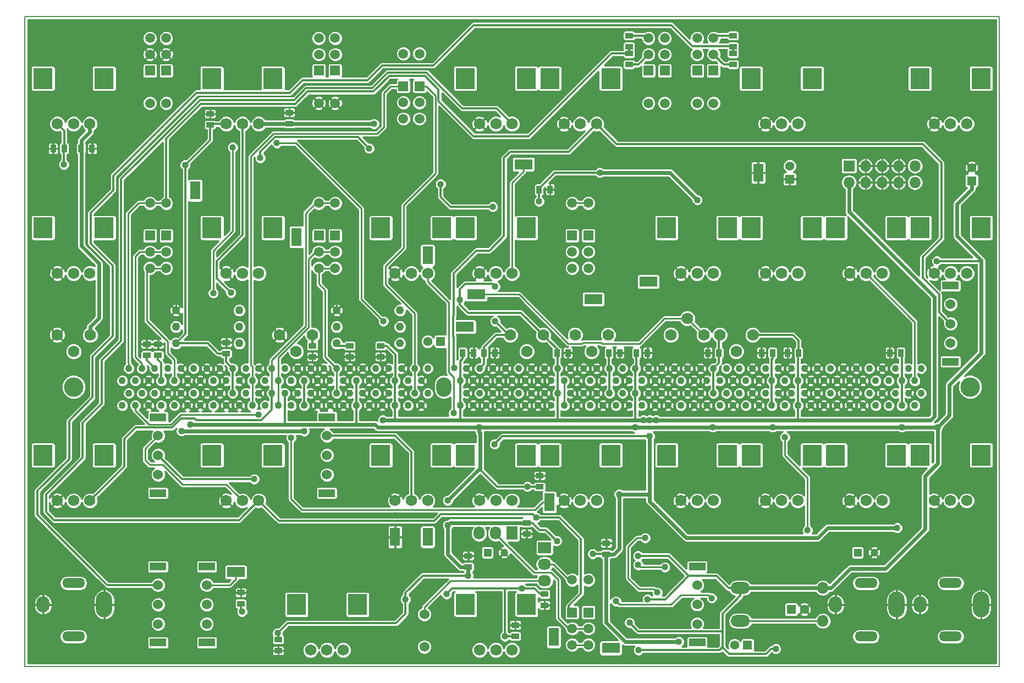
<source format=gtl>
G04 #@! TF.FileFunction,Copper,L1,Top,Signal*
%FSLAX46Y46*%
G04 Gerber Fmt 4.6, Leading zero omitted, Abs format (unit mm)*
G04 Created by KiCad (PCBNEW (2015-11-11 BZR 6310, Git 8f79b4f)-product) date 2016-01-24 6:12:09 PM*
%MOMM*%
G01*
G04 APERTURE LIST*
%ADD10C,0.100000*%
%ADD11C,0.150000*%
%ADD12O,1.800000X1.800000*%
%ADD13O,3.000000X1.800000*%
%ADD14R,1.143000X0.812800*%
%ADD15R,0.812800X1.143000*%
%ADD16R,1.200000X1.200000*%
%ADD17C,1.200000*%
%ADD18R,2.032000X1.727200*%
%ADD19O,2.032000X1.727200*%
%ADD20R,1.727200X2.032000*%
%ADD21O,1.727200X2.032000*%
%ADD22R,1.727200X1.727200*%
%ADD23O,1.727200X1.727200*%
%ADD24O,2.350000X3.000000*%
%ADD25C,1.100000*%
%ADD26C,3.000000*%
%ADD27C,1.524000*%
%ADD28C,1.778000*%
%ADD29C,1.270000*%
%ADD30R,1.500000X1.500000*%
%ADD31C,1.500000*%
%ADD32R,3.000000X3.200000*%
%ADD33C,1.750000*%
%ADD34R,2.500000X1.200000*%
%ADD35O,2.500000X4.000000*%
%ADD36O,2.000000X2.500000*%
%ADD37O,3.500000X1.500000*%
%ADD38R,1.400000X1.400000*%
%ADD39C,1.400000*%
%ADD40R,2.800000X1.600000*%
%ADD41R,1.600000X2.800000*%
%ADD42C,1.016000*%
%ADD43C,0.254000*%
%ADD44C,0.304800*%
%ADD45C,0.609600*%
G04 APERTURE END LIST*
D10*
D11*
X45000000Y-140000000D02*
X45000000Y-40000000D01*
X195000000Y-140000000D02*
X45000000Y-140000000D01*
X195000000Y-40000000D02*
X195000000Y-140000000D01*
X45000000Y-40000000D02*
X195000000Y-40000000D01*
D12*
X167850000Y-127960000D03*
X167850000Y-133040000D03*
D13*
X155150000Y-127960000D03*
X155150000Y-133040000D03*
D14*
X84000000Y-135899100D03*
X84000000Y-137600900D03*
X78250000Y-128649100D03*
X78250000Y-130350900D03*
X113250000Y-124701800D03*
X113250000Y-123000000D03*
X125000000Y-130600900D03*
X125000000Y-128899100D03*
X63750000Y-92100900D03*
X63750000Y-90399100D03*
X65500000Y-90399100D03*
X65500000Y-92100900D03*
X85700000Y-56450900D03*
X85700000Y-54749100D03*
X120500000Y-133649100D03*
X120500000Y-135350900D03*
X73500000Y-54949100D03*
X73500000Y-56650900D03*
X124250000Y-112350900D03*
X124250000Y-110649100D03*
X122250000Y-117899100D03*
X122250000Y-119600900D03*
X134500000Y-121048200D03*
X134500000Y-122750000D03*
X89250000Y-90649100D03*
X89250000Y-92350900D03*
X76000000Y-90149100D03*
X76000000Y-91850900D03*
D15*
X124149100Y-66600000D03*
X125850900Y-66600000D03*
D14*
X95000000Y-92350900D03*
X95000000Y-90649100D03*
D15*
X115649100Y-91750000D03*
X117350900Y-91750000D03*
X128600900Y-91750000D03*
X126899100Y-91750000D03*
X134899100Y-91750000D03*
X136600900Y-91750000D03*
X140850900Y-91750000D03*
X139149100Y-91750000D03*
X151850900Y-91750000D03*
X150149100Y-91750000D03*
X162399100Y-91750000D03*
X164100900Y-91750000D03*
X160100900Y-91750000D03*
X158399100Y-91750000D03*
D14*
X99750000Y-92350900D03*
X99750000Y-90649100D03*
D15*
X179850900Y-91750000D03*
X178149100Y-91750000D03*
X114100900Y-91750000D03*
X112399100Y-91750000D03*
D16*
X116230000Y-122500000D03*
D17*
X118770000Y-122500000D03*
D16*
X173230000Y-122500000D03*
D17*
X175770000Y-122500000D03*
D18*
X125000000Y-121750000D03*
D19*
X125000000Y-124290000D03*
X125000000Y-126830000D03*
D20*
X120000000Y-119500000D03*
D21*
X117460000Y-119500000D03*
X114920000Y-119500000D03*
D22*
X171880000Y-62960000D03*
D23*
X171880000Y-65500000D03*
X174420000Y-62960000D03*
X174420000Y-65500000D03*
X176960000Y-62960000D03*
X176960000Y-65500000D03*
X179500000Y-62960000D03*
X179500000Y-65500000D03*
X182040000Y-62960000D03*
X182040000Y-65500000D03*
D24*
X109500000Y-97000000D03*
D25*
X112000000Y-96050000D03*
X112000000Y-99850000D03*
X114000000Y-99850000D03*
X116000000Y-99850000D03*
X118000000Y-99850000D03*
X120000000Y-99850000D03*
X122000000Y-99850000D03*
X114000000Y-96050000D03*
X116000000Y-96050000D03*
X118000000Y-96050000D03*
X120000000Y-96050000D03*
X122000000Y-96050000D03*
X124000000Y-99850000D03*
X124000000Y-96050000D03*
X126000000Y-99850000D03*
X126000000Y-96050000D03*
X128000000Y-99850000D03*
X128000000Y-96050000D03*
X130000000Y-99850000D03*
X130000000Y-96050000D03*
X132000000Y-99850000D03*
X132000000Y-96050000D03*
X152000000Y-99850000D03*
X150000000Y-96050000D03*
X148000000Y-99850000D03*
X148000000Y-96050000D03*
X150000000Y-99850000D03*
X152000000Y-96050000D03*
X134000000Y-99850000D03*
X138000000Y-99850000D03*
X134000000Y-96050000D03*
X136000000Y-96050000D03*
X136000000Y-99850000D03*
X138000000Y-96050000D03*
X140000000Y-96050000D03*
X142000000Y-96050000D03*
X144000000Y-99850000D03*
X146000000Y-99850000D03*
X142000000Y-99850000D03*
X140000000Y-99850000D03*
X144000000Y-96050000D03*
X146000000Y-96050000D03*
X172000000Y-99850000D03*
X170000000Y-99850000D03*
X170000000Y-96050000D03*
X166000000Y-96050000D03*
X168000000Y-99850000D03*
X168000000Y-96050000D03*
X166000000Y-99850000D03*
X172000000Y-96050000D03*
X178000000Y-96050000D03*
X176000000Y-96050000D03*
X176000000Y-99850000D03*
X174000000Y-96050000D03*
X178000000Y-99850000D03*
X174000000Y-99850000D03*
X180000000Y-99850000D03*
X180000000Y-96050000D03*
X156000000Y-99850000D03*
X158000000Y-99850000D03*
X154000000Y-96050000D03*
X154000000Y-99850000D03*
X158000000Y-96050000D03*
X156000000Y-96050000D03*
X162000000Y-99850000D03*
X164000000Y-96050000D03*
X164000000Y-99850000D03*
X162000000Y-96050000D03*
X160000000Y-96050000D03*
X160000000Y-99850000D03*
X182000000Y-96050000D03*
X165000000Y-94150000D03*
X167000000Y-94150000D03*
X169000000Y-94150000D03*
X163000000Y-94150000D03*
X175000000Y-94150000D03*
X171000000Y-94150000D03*
X173000000Y-94150000D03*
X181000000Y-94150000D03*
X179000000Y-94150000D03*
X177000000Y-94150000D03*
X183000000Y-94150000D03*
X159000000Y-94150000D03*
X155000000Y-94150000D03*
X157000000Y-94150000D03*
X161000000Y-94150000D03*
X129000000Y-94150000D03*
X127000000Y-94150000D03*
X131000000Y-94150000D03*
X133000000Y-94150000D03*
X135000000Y-94150000D03*
X149000000Y-94150000D03*
X151000000Y-94150000D03*
X153000000Y-94150000D03*
X145000000Y-94150000D03*
X143000000Y-94150000D03*
X147000000Y-94150000D03*
X141000000Y-94150000D03*
X137000000Y-94150000D03*
X139000000Y-94150000D03*
X113000000Y-94150000D03*
X121000000Y-94150000D03*
X123000000Y-94150000D03*
X119000000Y-94150000D03*
X125000000Y-94150000D03*
X115000000Y-94150000D03*
X117000000Y-94150000D03*
X182000000Y-99850000D03*
X121000000Y-97950000D03*
X113000000Y-97950000D03*
X115000000Y-97950000D03*
X117000000Y-97950000D03*
X119000000Y-97950000D03*
X123000000Y-97950000D03*
X125000000Y-97950000D03*
X127000000Y-97950000D03*
X129000000Y-97950000D03*
X131000000Y-97950000D03*
X133000000Y-97950000D03*
X137000000Y-97950000D03*
X135000000Y-97950000D03*
X147000000Y-97950000D03*
X149000000Y-97950000D03*
X139000000Y-97950000D03*
X143000000Y-97950000D03*
X145000000Y-97950000D03*
X141000000Y-97950000D03*
X151000000Y-97950000D03*
X157000000Y-97950000D03*
X159000000Y-97950000D03*
X153000000Y-97950000D03*
X155000000Y-97950000D03*
X173000000Y-97950000D03*
X171000000Y-97950000D03*
X169000000Y-97950000D03*
X175000000Y-97950000D03*
X177000000Y-97950000D03*
X179000000Y-97950000D03*
X181000000Y-97950000D03*
X183000000Y-97950000D03*
X165000000Y-97950000D03*
X167000000Y-97950000D03*
X163000000Y-97950000D03*
X161000000Y-97950000D03*
X73000000Y-97950000D03*
X72000000Y-99850000D03*
X70000000Y-99850000D03*
X71000000Y-97950000D03*
X69000000Y-97950000D03*
X75000000Y-97950000D03*
X74000000Y-99850000D03*
X76000000Y-99850000D03*
X78000000Y-99850000D03*
X77000000Y-97950000D03*
X74000000Y-96050000D03*
X76000000Y-96050000D03*
X75000000Y-94150000D03*
X77000000Y-94150000D03*
X68000000Y-96050000D03*
X82000000Y-96050000D03*
X80000000Y-96050000D03*
X79000000Y-94150000D03*
X81000000Y-94150000D03*
X78000000Y-96050000D03*
X68000000Y-99850000D03*
X72000000Y-96050000D03*
X70000000Y-96050000D03*
X69000000Y-94150000D03*
X73000000Y-94150000D03*
X71000000Y-94150000D03*
X81000000Y-97950000D03*
X80000000Y-99850000D03*
X82000000Y-99850000D03*
X79000000Y-97950000D03*
X96000000Y-99850000D03*
X100000000Y-99850000D03*
X98000000Y-99850000D03*
X97000000Y-97950000D03*
X99000000Y-97950000D03*
X101000000Y-97950000D03*
X102000000Y-99850000D03*
X104000000Y-99850000D03*
X103000000Y-97950000D03*
X105000000Y-97950000D03*
X106000000Y-99850000D03*
X107000000Y-97950000D03*
X107000000Y-94150000D03*
X104000000Y-96050000D03*
X106000000Y-96050000D03*
X105000000Y-94150000D03*
X103000000Y-94150000D03*
X101000000Y-94150000D03*
X102000000Y-96050000D03*
X96000000Y-96050000D03*
X100000000Y-96050000D03*
X98000000Y-96050000D03*
X99000000Y-94150000D03*
X97000000Y-94150000D03*
X95000000Y-97950000D03*
X95000000Y-94150000D03*
X94000000Y-99850000D03*
X92000000Y-99850000D03*
X94000000Y-96050000D03*
X93000000Y-97950000D03*
X90000000Y-99850000D03*
X91000000Y-97950000D03*
X83000000Y-97950000D03*
X86000000Y-99850000D03*
X87000000Y-97950000D03*
X89000000Y-97950000D03*
X88000000Y-99850000D03*
X84000000Y-99850000D03*
X85000000Y-97950000D03*
X92000000Y-96050000D03*
X90000000Y-96050000D03*
X89000000Y-94150000D03*
X91000000Y-94150000D03*
X93000000Y-94150000D03*
X84000000Y-96050000D03*
X88000000Y-96050000D03*
X83000000Y-94150000D03*
X86000000Y-96050000D03*
X87000000Y-94150000D03*
X85000000Y-94150000D03*
X60000000Y-99850000D03*
X61000000Y-97950000D03*
X62000000Y-99850000D03*
X64000000Y-99850000D03*
X63000000Y-97950000D03*
X65000000Y-97950000D03*
X66000000Y-99850000D03*
X67000000Y-97950000D03*
X67000000Y-94150000D03*
X64000000Y-96050000D03*
X66000000Y-96050000D03*
X65000000Y-94150000D03*
X63000000Y-94150000D03*
X61000000Y-94150000D03*
X62000000Y-96050000D03*
X60000000Y-96050000D03*
D26*
X52500000Y-97000000D03*
X190500000Y-97000000D03*
D14*
X154000000Y-42899100D03*
X154000000Y-44600900D03*
X154000000Y-45649100D03*
X154000000Y-47350900D03*
D27*
X106500000Y-137000000D03*
X106500000Y-132000000D03*
D28*
X119710000Y-89000000D03*
X122250000Y-91540000D03*
X124790000Y-89000000D03*
X84210000Y-89000000D03*
X86750000Y-91540000D03*
X89290000Y-89000000D03*
X49960000Y-89000000D03*
X52500000Y-91540000D03*
X55040000Y-89000000D03*
X151960000Y-89000000D03*
X154500000Y-91540000D03*
X157040000Y-89000000D03*
X149540000Y-89000000D03*
X147000000Y-86460000D03*
X144460000Y-89000000D03*
X129710000Y-89000000D03*
X132250000Y-91540000D03*
X134790000Y-89000000D03*
D29*
X68250000Y-87750000D03*
X68250000Y-90290000D03*
X68250000Y-85210000D03*
X78000000Y-87750000D03*
X78000000Y-90290000D03*
X78000000Y-85210000D03*
X93000000Y-87750000D03*
X93000000Y-90290000D03*
X93000000Y-85210000D03*
X102750000Y-87750000D03*
X102750000Y-90290000D03*
X102750000Y-85210000D03*
D30*
X64250000Y-73700000D03*
X66750000Y-73700000D03*
D31*
X64250000Y-76200000D03*
X66750000Y-76200000D03*
X64250000Y-78700000D03*
X66750000Y-78700000D03*
X66750000Y-68700000D03*
X64250000Y-68700000D03*
D30*
X90250000Y-73700000D03*
X92750000Y-73700000D03*
D31*
X90250000Y-76200000D03*
X92750000Y-76200000D03*
X90250000Y-78700000D03*
X92750000Y-78700000D03*
X92750000Y-68700000D03*
X90250000Y-68700000D03*
D30*
X151000000Y-48300000D03*
X148500000Y-48300000D03*
D31*
X151000000Y-45800000D03*
X148500000Y-45800000D03*
X151000000Y-43300000D03*
X148500000Y-43300000D03*
X148500000Y-53300000D03*
X151000000Y-53300000D03*
D30*
X129250000Y-73700000D03*
X131750000Y-73700000D03*
D31*
X129250000Y-76200000D03*
X131750000Y-76200000D03*
X129250000Y-78700000D03*
X131750000Y-78700000D03*
X131750000Y-68700000D03*
X129250000Y-68700000D03*
D30*
X129250000Y-131700000D03*
X131750000Y-131700000D03*
D31*
X129250000Y-134200000D03*
X131750000Y-134200000D03*
X129250000Y-136700000D03*
X131750000Y-136700000D03*
X131750000Y-126700000D03*
X129250000Y-126700000D03*
D30*
X92750000Y-48300000D03*
X90250000Y-48300000D03*
D31*
X92750000Y-45800000D03*
X90250000Y-45800000D03*
X92750000Y-43300000D03*
X90250000Y-43300000D03*
X90250000Y-53300000D03*
X92750000Y-53300000D03*
D30*
X66750000Y-48300000D03*
X64250000Y-48300000D03*
D31*
X66750000Y-45800000D03*
X64250000Y-45800000D03*
X66750000Y-43300000D03*
X64250000Y-43300000D03*
X64250000Y-53300000D03*
X66750000Y-53300000D03*
D30*
X103250000Y-50700000D03*
X105750000Y-50700000D03*
D31*
X103250000Y-53200000D03*
X105750000Y-53200000D03*
X103250000Y-55700000D03*
X105750000Y-55700000D03*
X105750000Y-45700000D03*
X103250000Y-45700000D03*
D32*
X47800000Y-49500000D03*
D33*
X55000000Y-56500000D03*
X52500000Y-56500000D03*
X50000000Y-56500000D03*
D32*
X57200000Y-49500000D03*
X73800000Y-49500000D03*
D33*
X81000000Y-56500000D03*
X78500000Y-56500000D03*
X76000000Y-56500000D03*
D32*
X83200000Y-49500000D03*
X73800000Y-107500000D03*
D33*
X81000000Y-114500000D03*
X78500000Y-114500000D03*
X76000000Y-114500000D03*
D32*
X83200000Y-107500000D03*
X47800000Y-107500000D03*
D33*
X55000000Y-114500000D03*
X52500000Y-114500000D03*
X50000000Y-114500000D03*
D32*
X57200000Y-107500000D03*
X99800000Y-107500000D03*
D33*
X107000000Y-114500000D03*
X104500000Y-114500000D03*
X102000000Y-114500000D03*
D32*
X109200000Y-107500000D03*
X86800000Y-130500000D03*
D33*
X94000000Y-137500000D03*
X91500000Y-137500000D03*
X89000000Y-137500000D03*
D32*
X96200000Y-130500000D03*
X143800000Y-107500000D03*
D33*
X151000000Y-114500000D03*
X148500000Y-114500000D03*
X146000000Y-114500000D03*
D32*
X153200000Y-107500000D03*
X143800000Y-72500000D03*
D33*
X151000000Y-79500000D03*
X148500000Y-79500000D03*
X146000000Y-79500000D03*
D32*
X153200000Y-72500000D03*
X156800000Y-107500000D03*
D33*
X164000000Y-114500000D03*
X161500000Y-114500000D03*
X159000000Y-114500000D03*
D32*
X166200000Y-107500000D03*
X156800000Y-72500000D03*
D33*
X164000000Y-79500000D03*
X161500000Y-79500000D03*
X159000000Y-79500000D03*
D32*
X166200000Y-72500000D03*
X169800000Y-107500000D03*
D33*
X177000000Y-114500000D03*
X174500000Y-114500000D03*
X172000000Y-114500000D03*
D32*
X179200000Y-107500000D03*
X169800000Y-72500000D03*
D33*
X177000000Y-79500000D03*
X174500000Y-79500000D03*
X172000000Y-79500000D03*
D32*
X179200000Y-72500000D03*
X182800000Y-107500000D03*
D33*
X190000000Y-114500000D03*
X187500000Y-114500000D03*
X185000000Y-114500000D03*
D32*
X192200000Y-107500000D03*
X182800000Y-72500000D03*
D33*
X190000000Y-79500000D03*
X187500000Y-79500000D03*
X185000000Y-79500000D03*
D32*
X192200000Y-72500000D03*
X112800000Y-130500000D03*
D33*
X120000000Y-137500000D03*
X117500000Y-137500000D03*
X115000000Y-137500000D03*
D32*
X122200000Y-130500000D03*
X182800000Y-49500000D03*
D33*
X190000000Y-56500000D03*
X187500000Y-56500000D03*
X185000000Y-56500000D03*
D32*
X192200000Y-49500000D03*
X125800000Y-49500000D03*
D33*
X133000000Y-56500000D03*
X130500000Y-56500000D03*
X128000000Y-56500000D03*
D32*
X135200000Y-49500000D03*
X112800000Y-49500000D03*
D33*
X120000000Y-56500000D03*
X117500000Y-56500000D03*
X115000000Y-56500000D03*
D32*
X122200000Y-49500000D03*
X156800000Y-49500000D03*
D33*
X164000000Y-56500000D03*
X161500000Y-56500000D03*
X159000000Y-56500000D03*
D32*
X166200000Y-49500000D03*
X125800000Y-107500000D03*
D33*
X133000000Y-114500000D03*
X130500000Y-114500000D03*
X128000000Y-114500000D03*
D32*
X135200000Y-107500000D03*
X112800000Y-107500000D03*
D33*
X120000000Y-114500000D03*
X117500000Y-114500000D03*
X115000000Y-114500000D03*
D32*
X122200000Y-107500000D03*
X73800000Y-72500000D03*
D33*
X81000000Y-79500000D03*
X78500000Y-79500000D03*
X76000000Y-79500000D03*
D32*
X83200000Y-72500000D03*
X99800000Y-72500000D03*
D33*
X107000000Y-79500000D03*
X104500000Y-79500000D03*
X102000000Y-79500000D03*
D32*
X109200000Y-72500000D03*
X112800000Y-72500000D03*
D33*
X120000000Y-79500000D03*
X117500000Y-79500000D03*
X115000000Y-79500000D03*
D32*
X122200000Y-72500000D03*
X47800000Y-72500000D03*
D33*
X55000000Y-79500000D03*
X52500000Y-79500000D03*
X50000000Y-79500000D03*
D32*
X57200000Y-72500000D03*
D27*
X65500000Y-104500000D03*
X65500000Y-107500000D03*
X65500000Y-110500000D03*
D34*
X65500000Y-101650000D03*
X65500000Y-113350000D03*
D27*
X91500000Y-104500000D03*
X91500000Y-107500000D03*
X91500000Y-110500000D03*
D34*
X91500000Y-101650000D03*
X91500000Y-113350000D03*
D27*
X73000000Y-127500000D03*
X73000000Y-130500000D03*
X73000000Y-133500000D03*
D34*
X73000000Y-124650000D03*
X73000000Y-136350000D03*
D27*
X65500000Y-127500000D03*
X65500000Y-130500000D03*
X65500000Y-133500000D03*
D34*
X65500000Y-124650000D03*
X65500000Y-136350000D03*
D27*
X187500000Y-84250000D03*
X187500000Y-87250000D03*
X187500000Y-90250000D03*
D34*
X187500000Y-81400000D03*
X187500000Y-93100000D03*
D27*
X148500000Y-127500000D03*
X148500000Y-130500000D03*
X148500000Y-133500000D03*
D34*
X148500000Y-124650000D03*
X148500000Y-136350000D03*
D35*
X192200000Y-130500000D03*
D36*
X182800000Y-130500000D03*
D37*
X187500000Y-135400000D03*
X187500000Y-127200000D03*
D35*
X179200000Y-130500000D03*
D36*
X169800000Y-130500000D03*
D37*
X174500000Y-135400000D03*
X174500000Y-127200000D03*
D35*
X57200000Y-130500000D03*
D36*
X47800000Y-130500000D03*
D37*
X52500000Y-135400000D03*
X52500000Y-127200000D03*
D38*
X163000000Y-131250000D03*
D39*
X165000000Y-131250000D03*
D38*
X156250000Y-136750000D03*
D39*
X154250000Y-136750000D03*
D38*
X190750000Y-65250000D03*
D39*
X190750000Y-63250000D03*
D38*
X162750000Y-65000000D03*
D39*
X162750000Y-63000000D03*
D38*
X109000000Y-90000000D03*
D39*
X107000000Y-90000000D03*
D40*
X77500000Y-125500000D03*
D41*
X107000000Y-76750000D03*
X125750000Y-114750000D03*
D40*
X114500000Y-82750000D03*
X112750000Y-87750000D03*
D41*
X107000000Y-120100000D03*
X86800000Y-73900000D03*
D40*
X121750000Y-62750000D03*
D41*
X71250000Y-66750000D03*
D40*
X141000000Y-80800000D03*
X132500000Y-83500000D03*
D41*
X126400000Y-135500000D03*
D40*
X135200000Y-137200000D03*
D41*
X102000000Y-120100000D03*
X157900000Y-64000000D03*
D15*
X53649100Y-60300000D03*
X55350900Y-60300000D03*
X49349100Y-60300000D03*
X51050900Y-60300000D03*
D14*
X138000000Y-42899100D03*
X138000000Y-44600900D03*
X138000000Y-45649100D03*
X138000000Y-47350900D03*
D30*
X143500000Y-48300000D03*
X141000000Y-48300000D03*
D31*
X143500000Y-45800000D03*
X141000000Y-45800000D03*
X143500000Y-43300000D03*
X141000000Y-43300000D03*
X141000000Y-53300000D03*
X143500000Y-53300000D03*
D42*
X66750000Y-82250000D03*
X93000000Y-83250000D03*
X123750000Y-59250000D03*
X121750000Y-65000000D03*
X123750000Y-64500000D03*
X57200000Y-64300000D03*
X64200000Y-64300000D03*
X73700000Y-64300000D03*
X73700000Y-64300000D03*
X84000000Y-64300000D03*
X120000000Y-86900000D03*
X178200000Y-90400000D03*
X113800000Y-84700000D03*
X120989319Y-66789338D03*
X102000000Y-116738220D03*
X144000000Y-119900000D03*
X150800000Y-131000000D03*
X122200000Y-120700000D03*
X80300000Y-105000000D03*
X116100000Y-135400000D03*
X145200000Y-126200000D03*
X145500000Y-130900000D03*
X150750000Y-129500000D03*
X136000000Y-130000000D03*
X111000000Y-101000000D03*
X160600000Y-137300000D03*
X117000000Y-69250000D03*
X109000000Y-65750000D03*
X133500000Y-64000000D03*
X110100000Y-118300000D03*
X139400000Y-123000000D03*
X98750000Y-56500000D03*
X114900000Y-103200000D03*
X103600000Y-129700000D03*
X110100000Y-114500000D03*
X122400000Y-112350900D03*
X124146271Y-68438377D03*
X160100000Y-103200006D03*
X150900000Y-103200006D03*
X139000004Y-103200000D03*
X70500000Y-102750000D03*
X113250000Y-126031900D03*
X180000000Y-103200006D03*
X185400000Y-77600000D03*
X83900000Y-134900000D03*
X126900000Y-120700000D03*
X138100000Y-133300000D03*
X139500000Y-137500000D03*
X185500000Y-103200006D03*
X148500000Y-68200000D03*
X117400000Y-86900000D03*
X140846523Y-129673284D03*
X97999994Y-60250000D03*
X81250000Y-61750000D03*
X117400000Y-81500000D03*
X51000000Y-62750000D03*
X111951840Y-83584597D03*
X140200000Y-102099998D03*
X145686922Y-136203620D03*
X78440327Y-131607835D03*
X109900000Y-128900000D03*
X118900000Y-135392506D03*
X69700000Y-62800000D03*
X142200000Y-102099998D03*
X141200000Y-102099998D03*
X121500000Y-128000000D03*
X117300000Y-105800000D03*
X132400000Y-122700000D03*
X141200000Y-104599998D03*
X136500000Y-113500000D03*
X179300000Y-118700000D03*
X88000000Y-103816020D03*
X69100000Y-103800000D03*
X100100000Y-102099998D03*
X86000000Y-104816020D03*
X81000000Y-101250000D03*
X165499999Y-119036380D03*
X162000000Y-104700000D03*
X139407378Y-124401423D03*
X143500000Y-124750000D03*
X142369129Y-128645807D03*
X140500000Y-120250000D03*
X77000000Y-60100000D03*
X74000000Y-82550000D03*
X80299998Y-111200000D03*
X83800000Y-59450000D03*
X100200000Y-86900000D03*
X76700000Y-82500000D03*
X123700000Y-117100000D03*
X111088220Y-94100000D03*
D43*
X67000000Y-82500000D02*
X66750000Y-82250000D01*
X68250000Y-82500000D02*
X67000000Y-82500000D01*
X68250000Y-85210000D02*
X68250000Y-82500000D01*
X93000000Y-85210000D02*
X93000000Y-83250000D01*
X121800000Y-89100000D02*
X121800000Y-88700000D01*
X121800000Y-88700000D02*
X120000000Y-86900000D01*
X119150000Y-91750000D02*
X121800000Y-89100000D01*
X117350900Y-91750000D02*
X119150000Y-91750000D01*
X178149100Y-91750000D02*
X178149100Y-90450900D01*
X178149100Y-90450900D02*
X178200000Y-90400000D01*
D44*
X144000000Y-119900000D02*
X144200000Y-120100000D01*
X144200000Y-120100000D02*
X144500000Y-120100000D01*
X145500000Y-130900000D02*
X146217601Y-131617601D01*
X150182399Y-131617601D02*
X150800000Y-131000000D01*
X146217601Y-131617601D02*
X150182399Y-131617601D01*
X122250000Y-119600900D02*
X122250000Y-120650000D01*
X122250000Y-120650000D02*
X122200000Y-120700000D01*
D43*
X110552269Y-126870101D02*
X106500000Y-130922370D01*
X123689899Y-126870101D02*
X110552269Y-126870101D01*
X123730000Y-126830000D02*
X123689899Y-126870101D01*
X106500000Y-130922370D02*
X106500000Y-132000000D01*
X125000000Y-126830000D02*
X123730000Y-126830000D01*
X136000000Y-130000000D02*
X136511485Y-130511485D01*
X136511485Y-130511485D02*
X144488515Y-130511485D01*
X144488515Y-130511485D02*
X146007999Y-128992001D01*
X146007999Y-128992001D02*
X150242001Y-128992001D01*
X150242001Y-128992001D02*
X150750000Y-129500000D01*
X111005210Y-100994790D02*
X111000000Y-101000000D01*
X111005210Y-95505210D02*
X111005210Y-100994790D01*
X110250000Y-83987436D02*
X110250000Y-94750000D01*
X107000000Y-79500000D02*
X107000000Y-80737436D01*
X107000000Y-80737436D02*
X110250000Y-83987436D01*
X110250000Y-94750000D02*
X111005210Y-95505210D01*
X128750000Y-136700000D02*
X132250000Y-136700000D01*
D44*
X160600000Y-137300000D02*
X159881580Y-137300000D01*
X159881580Y-137300000D02*
X159081580Y-138100000D01*
X159081580Y-138100000D02*
X153400000Y-138100000D01*
X153400000Y-138100000D02*
X152400000Y-137100000D01*
X152400000Y-137100000D02*
X152400000Y-137051088D01*
X109000000Y-65750000D02*
X109000000Y-67750000D01*
X109000000Y-67750000D02*
X110500000Y-69250000D01*
X110500000Y-69250000D02*
X117000000Y-69250000D01*
X124149100Y-66600000D02*
X124149100Y-66434900D01*
X126584000Y-64000000D02*
X132781580Y-64000000D01*
X132781580Y-64000000D02*
X133500000Y-64000000D01*
X124149100Y-66434900D02*
X126584000Y-64000000D01*
D45*
X134218420Y-64000000D02*
X133500000Y-64000000D01*
X148500000Y-68200000D02*
X144300000Y-64000000D01*
X144300000Y-64000000D02*
X134218420Y-64000000D01*
X53700000Y-75300000D02*
X53700000Y-59500000D01*
X53700000Y-59500000D02*
X53700000Y-59037436D01*
D44*
X53649100Y-60300000D02*
X53649100Y-59550900D01*
X53649100Y-59550900D02*
X53700000Y-59500000D01*
X113250000Y-126031900D02*
X106268100Y-126031900D01*
X106268100Y-126031900D02*
X103600000Y-128700000D01*
X103600000Y-128700000D02*
X103600000Y-129700000D01*
D45*
X113250000Y-124701800D02*
X112068900Y-124701800D01*
X110100000Y-122732900D02*
X110100000Y-119018420D01*
X112068900Y-124701800D02*
X110100000Y-122732900D01*
X110100000Y-119018420D02*
X110100000Y-118300000D01*
D44*
X155150000Y-127960000D02*
X153321200Y-127960000D01*
X151461200Y-126100000D02*
X147200000Y-126100000D01*
X153321200Y-127960000D02*
X151461200Y-126100000D01*
D45*
X110500900Y-117899100D02*
X110100000Y-118300000D01*
X122250000Y-117899100D02*
X110500900Y-117899100D01*
D44*
X144100000Y-123000000D02*
X140118420Y-123000000D01*
X140118420Y-123000000D02*
X139400000Y-123000000D01*
X147200000Y-126100000D02*
X144100000Y-123000000D01*
X152400000Y-137051088D02*
X152400000Y-134600000D01*
X152400000Y-134600000D02*
X152400000Y-131878400D01*
X138100000Y-133300000D02*
X139417601Y-134617601D01*
X139417601Y-134617601D02*
X152382399Y-134617601D01*
X152382399Y-134617601D02*
X152400000Y-134600000D01*
X139500000Y-137500000D02*
X151951088Y-137500000D01*
X151951088Y-137500000D02*
X152400000Y-137051088D01*
X152400000Y-131878400D02*
X155150000Y-129128400D01*
X155150000Y-129128400D02*
X155150000Y-127960000D01*
X83900000Y-134900000D02*
X85438220Y-133361780D01*
X85438220Y-133361780D02*
X102138220Y-133361780D01*
X102138220Y-133361780D02*
X103600000Y-131900000D01*
X103600000Y-131900000D02*
X103600000Y-129700000D01*
D45*
X98700900Y-56450900D02*
X98750000Y-56500000D01*
X85700000Y-56450900D02*
X98700900Y-56450900D01*
D44*
X115649100Y-91750000D02*
X115649100Y-90873700D01*
X115649100Y-90873700D02*
X117522800Y-89000000D01*
X117522800Y-89000000D02*
X118452765Y-89000000D01*
X118452765Y-89000000D02*
X119710000Y-89000000D01*
X115649100Y-91750000D02*
X115649100Y-93500900D01*
X115649100Y-93500900D02*
X115000000Y-94150000D01*
X115000000Y-109600000D02*
X115100000Y-109700000D01*
X115100000Y-109700000D02*
X117750900Y-112350900D01*
D45*
X114900000Y-103200000D02*
X114900000Y-103918420D01*
X114900000Y-103918420D02*
X115100000Y-104118420D01*
X115100000Y-104118420D02*
X115100000Y-109700000D01*
X99300000Y-103200000D02*
X114900000Y-103200000D01*
X114900000Y-103200000D02*
X138281584Y-103200000D01*
X115000000Y-109600000D02*
X110100000Y-114500000D01*
D44*
X117750900Y-112350900D02*
X122400000Y-112350900D01*
X122400000Y-112350900D02*
X124250000Y-112350900D01*
D45*
X85100000Y-102783980D02*
X96000000Y-102783980D01*
X96000000Y-102783980D02*
X98883980Y-102783980D01*
D44*
X96000000Y-99850000D02*
X96000000Y-102783980D01*
X124146271Y-68438377D02*
X124146271Y-66602829D01*
X124146271Y-66602829D02*
X124149100Y-66600000D01*
D45*
X180000000Y-103200006D02*
X160100000Y-103200006D01*
X160100000Y-103200006D02*
X150900000Y-103200006D01*
X150900000Y-103200006D02*
X139000010Y-103200006D01*
X139000010Y-103200006D02*
X139000004Y-103200000D01*
X138281584Y-103200000D02*
X139000004Y-103200000D01*
X98883980Y-102783980D02*
X99300000Y-103200000D01*
D44*
X151850900Y-91750000D02*
X151850900Y-89109100D01*
X151850900Y-89109100D02*
X151960000Y-89000000D01*
X151850900Y-91750000D02*
X151850900Y-93299100D01*
X151850900Y-93299100D02*
X151000000Y-94150000D01*
X151960000Y-91640900D02*
X151850900Y-91750000D01*
D45*
X81000000Y-56500000D02*
X85650900Y-56500000D01*
X85650900Y-56500000D02*
X85700000Y-56450900D01*
D44*
X160100900Y-91750000D02*
X160100900Y-92626300D01*
X160100900Y-92626300D02*
X160000000Y-92727200D01*
X160000000Y-92727200D02*
X160000000Y-95272183D01*
X160000000Y-95272183D02*
X160000000Y-96050000D01*
X180000000Y-96050000D02*
X180000000Y-91899100D01*
X180000000Y-91899100D02*
X179850900Y-91750000D01*
X134899100Y-91750000D02*
X134899100Y-94049100D01*
X134899100Y-94049100D02*
X135000000Y-94150000D01*
D45*
X190750000Y-65250000D02*
X190750000Y-66559600D01*
X190750000Y-66559600D02*
X188500000Y-68809600D01*
X188500000Y-68809600D02*
X188500000Y-73750000D01*
X188500000Y-73750000D02*
X192250000Y-77500000D01*
X192250000Y-77500000D02*
X192250000Y-91750000D01*
X192250000Y-91750000D02*
X187312811Y-96687189D01*
X187312811Y-96687189D02*
X187312811Y-101387195D01*
X187312811Y-101387195D02*
X186007999Y-102692007D01*
X186007999Y-102692007D02*
X185500000Y-103200006D01*
X167850000Y-127960000D02*
X169071314Y-127960000D01*
X172031314Y-125000000D02*
X177500000Y-125000000D01*
X169071314Y-127960000D02*
X172031314Y-125000000D01*
X177500000Y-125000000D02*
X183616999Y-118883001D01*
X183616999Y-118883001D02*
X183616999Y-110697403D01*
X183616999Y-110697403D02*
X185500000Y-108814402D01*
X185500000Y-103918426D02*
X185500000Y-103200006D01*
X185500000Y-108814402D02*
X185500000Y-103918426D01*
D44*
X89250000Y-90649100D02*
X89250000Y-89040000D01*
X89250000Y-89040000D02*
X89290000Y-89000000D01*
D45*
X70533980Y-102783980D02*
X70500000Y-102750000D01*
X85100000Y-102783980D02*
X70533980Y-102783980D01*
D44*
X63750000Y-92100900D02*
X63750000Y-92900000D01*
X63750000Y-92900000D02*
X64437900Y-93587900D01*
X64437900Y-93587900D02*
X65000000Y-94150000D01*
X126900000Y-120700000D02*
X125200000Y-119000000D01*
X125200000Y-119000000D02*
X124250000Y-119000000D01*
X124250000Y-119000000D02*
X123149100Y-117899100D01*
X123149100Y-117899100D02*
X122250000Y-117899100D01*
X124199100Y-112300000D02*
X124250000Y-112350900D01*
D45*
X113250000Y-124701800D02*
X113250000Y-126031900D01*
D44*
X84000000Y-135899100D02*
X84000000Y-135000000D01*
X84000000Y-135000000D02*
X83900000Y-134900000D01*
D45*
X180000000Y-103200006D02*
X184781580Y-103200006D01*
D44*
X185400000Y-77600000D02*
X192150000Y-77600000D01*
X192150000Y-77600000D02*
X192250000Y-77500000D01*
D45*
X167850000Y-127960000D02*
X155150000Y-127960000D01*
X184781580Y-103200006D02*
X185500000Y-103200006D01*
D44*
X147200000Y-126100000D02*
X143626716Y-129673284D01*
X143626716Y-129673284D02*
X140846523Y-129673284D01*
D45*
X53700000Y-59037436D02*
X55000000Y-57737436D01*
X55000000Y-57737436D02*
X55000000Y-56500000D01*
X56383001Y-77983001D02*
X53700000Y-75300000D01*
X56383001Y-86399764D02*
X56383001Y-77983001D01*
X55040000Y-87742765D02*
X56383001Y-86399764D01*
X55040000Y-89000000D02*
X55040000Y-87742765D01*
D44*
X117400000Y-86900000D02*
X119500000Y-89000000D01*
X119500000Y-89000000D02*
X119710000Y-89000000D01*
X85000000Y-97950000D02*
X85000000Y-102683980D01*
X85000000Y-102683980D02*
X85100000Y-102783980D01*
X96000000Y-96050000D02*
X96000000Y-99850000D01*
X180000000Y-96050000D02*
X180000000Y-96827817D01*
X180000000Y-96827817D02*
X180000000Y-99850000D01*
X160000000Y-96050000D02*
X160000000Y-99850000D01*
X135000000Y-94150000D02*
X135000000Y-94927817D01*
X135000000Y-94927817D02*
X135000000Y-97950000D01*
X151000000Y-97950000D02*
X151000000Y-94150000D01*
X97491995Y-59742001D02*
X97999994Y-60250000D01*
X96249994Y-58500000D02*
X97491995Y-59742001D01*
X83500000Y-58500000D02*
X96249994Y-58500000D01*
X81250000Y-60750000D02*
X83500000Y-58500000D01*
X81250000Y-61750000D02*
X81250000Y-60750000D01*
X51050900Y-60300000D02*
X51050900Y-60349100D01*
X51050900Y-60349100D02*
X51000000Y-60400000D01*
X51000000Y-60400000D02*
X51000000Y-62750000D01*
X50000000Y-56500000D02*
X51050900Y-57550900D01*
X51050900Y-57550900D02*
X51050900Y-60300000D01*
X117400000Y-81500000D02*
X117000000Y-81100000D01*
X117000000Y-81100000D02*
X112800000Y-81100000D01*
X112800000Y-81100000D02*
X111951840Y-81948160D01*
X111951840Y-81948160D02*
X111951840Y-83584597D01*
X99750000Y-90649100D02*
X100700000Y-90649100D01*
X100700000Y-90649100D02*
X102050900Y-92000000D01*
D45*
X145686922Y-136203620D02*
X137403620Y-136203620D01*
X137403620Y-136203620D02*
X134500000Y-133300000D01*
X134500000Y-133300000D02*
X134500000Y-124750000D01*
X134500000Y-124750000D02*
X134500000Y-122750000D01*
X134500000Y-122750000D02*
X135681100Y-122750000D01*
X136500000Y-114218420D02*
X136500000Y-113500000D01*
X135681100Y-122750000D02*
X136500000Y-121931100D01*
X136500000Y-121931100D02*
X136500000Y-114218420D01*
D44*
X111951840Y-84303017D02*
X111951840Y-83584597D01*
X113212424Y-85563601D02*
X111951840Y-84303017D01*
X121353601Y-85563601D02*
X113212424Y-85563601D01*
X124790000Y-89000000D02*
X121353601Y-85563601D01*
X112399100Y-91750000D02*
X112399100Y-92626300D01*
X112399100Y-92626300D02*
X112000000Y-93025400D01*
X112000000Y-93025400D02*
X112000000Y-93800000D01*
X121500000Y-128000000D02*
X118900000Y-128000000D01*
X118900000Y-128000000D02*
X118900000Y-134674086D01*
X118900000Y-134674086D02*
X118900000Y-135392506D01*
D45*
X112000000Y-102099998D02*
X126800000Y-102099998D01*
D44*
X127000000Y-97950000D02*
X127000000Y-101899998D01*
D45*
X126800000Y-102099998D02*
X127100000Y-102099998D01*
D44*
X127000000Y-101899998D02*
X126800000Y-102099998D01*
X126899100Y-91750000D02*
X126899100Y-91109100D01*
X126899100Y-91109100D02*
X125678999Y-89888999D01*
X125678999Y-89888999D02*
X124790000Y-89000000D01*
X127000000Y-94150000D02*
X127000000Y-91850900D01*
X127000000Y-91850900D02*
X126899100Y-91750000D01*
D45*
X139000000Y-102099998D02*
X140200000Y-102099998D01*
X140200000Y-102099998D02*
X142200000Y-102099998D01*
D44*
X164100900Y-91750000D02*
X164100900Y-89850900D01*
X164100900Y-89850900D02*
X163250000Y-89000000D01*
X163250000Y-89000000D02*
X157040000Y-89000000D01*
X164000000Y-96050000D02*
X164000000Y-91850900D01*
X164000000Y-91850900D02*
X164100900Y-91750000D01*
X73500000Y-56650900D02*
X73500000Y-59000000D01*
X73500000Y-59000000D02*
X69700000Y-62800000D01*
X76000000Y-56500000D02*
X73650900Y-56500000D01*
X73650900Y-56500000D02*
X73500000Y-56650900D01*
X102050900Y-92000000D02*
X102050900Y-95999100D01*
X102050900Y-95999100D02*
X102000000Y-96050000D01*
X112000000Y-93800000D02*
X112000000Y-96050000D01*
X139149100Y-91750000D02*
X139149100Y-94000900D01*
X139149100Y-94000900D02*
X139000000Y-94150000D01*
D45*
X184400002Y-102099998D02*
X164100000Y-102099998D01*
X185000000Y-101500000D02*
X184400002Y-102099998D01*
X171880000Y-70028040D02*
X185000000Y-83148040D01*
X171880000Y-65500000D02*
X171880000Y-70028040D01*
X185000000Y-83148040D02*
X185000000Y-101500000D01*
D44*
X95000000Y-90649100D02*
X93359100Y-90649100D01*
X93359100Y-90649100D02*
X93000000Y-90290000D01*
X94890900Y-90540000D02*
X95000000Y-90649100D01*
X73140000Y-90290000D02*
X74700900Y-91850900D01*
X74700900Y-91850900D02*
X76000000Y-91850900D01*
X76000000Y-91850900D02*
X76000000Y-93150000D01*
X76000000Y-93150000D02*
X77000000Y-94150000D01*
X69100000Y-103800000D02*
X70150900Y-103800000D01*
X70150900Y-103800000D02*
X70250000Y-103899100D01*
X65500000Y-92100900D02*
X65500000Y-92812100D01*
X65500000Y-92812100D02*
X66000000Y-93312100D01*
X66000000Y-93312100D02*
X66000000Y-95272183D01*
X66000000Y-95272183D02*
X66000000Y-96050000D01*
X132400000Y-122700000D02*
X134450000Y-122700000D01*
X134450000Y-122700000D02*
X134500000Y-122750000D01*
X117250000Y-105850000D02*
X117300000Y-105800000D01*
X121500000Y-128000000D02*
X123440082Y-128000000D01*
X123440082Y-128000000D02*
X124190082Y-128750000D01*
X124190082Y-128750000D02*
X124685800Y-128750000D01*
X124685800Y-128750000D02*
X124834900Y-128899100D01*
X124834900Y-128899100D02*
X125000000Y-128899100D01*
X118900000Y-135392506D02*
X120458394Y-135392506D01*
X120458394Y-135392506D02*
X120500000Y-135350900D01*
X78250000Y-130350900D02*
X78250000Y-131417508D01*
X78250000Y-131417508D02*
X78440327Y-131607835D01*
X109900000Y-128900000D02*
X110800000Y-128000000D01*
X110800000Y-128000000D02*
X121500000Y-128000000D01*
D45*
X141200000Y-106600000D02*
X141200000Y-104599998D01*
X142200000Y-102099998D02*
X161750002Y-102099998D01*
X141200000Y-113500000D02*
X141200000Y-106600000D01*
D44*
X141200000Y-104599998D02*
X118500002Y-104599998D01*
X118500002Y-104599998D02*
X117300000Y-105800000D01*
D45*
X141200000Y-114600000D02*
X141200000Y-113500000D01*
X136500000Y-113500000D02*
X141200000Y-113500000D01*
X146800000Y-120200000D02*
X141200000Y-114600000D01*
X167100000Y-120200000D02*
X146800000Y-120200000D01*
X168600000Y-118700000D02*
X167100000Y-120200000D01*
X179300000Y-118700000D02*
X168600000Y-118700000D01*
D44*
X69700000Y-62800000D02*
X69700000Y-88840000D01*
X69700000Y-88840000D02*
X68250000Y-90290000D01*
D45*
X69100000Y-103800000D02*
X87983980Y-103800000D01*
X87983980Y-103800000D02*
X88000000Y-103816020D01*
D44*
X68250000Y-90290000D02*
X73140000Y-90290000D01*
X77000000Y-94150000D02*
X77000000Y-97950000D01*
X88000000Y-96050000D02*
X88000000Y-96827817D01*
X88000000Y-96827817D02*
X88000000Y-99850000D01*
D45*
X100100000Y-102099998D02*
X102000000Y-102099998D01*
X102000000Y-102099998D02*
X112000000Y-102099998D01*
D44*
X102000000Y-99850000D02*
X102000000Y-102099998D01*
X102000000Y-96050000D02*
X102000000Y-96827817D01*
X102000000Y-96827817D02*
X102000000Y-99850000D01*
X112000000Y-99850000D02*
X112000000Y-102099998D01*
D45*
X127100000Y-102099998D02*
X139000000Y-102099998D01*
D44*
X127000000Y-101999998D02*
X127100000Y-102099998D01*
X139000000Y-97950000D02*
X139000000Y-102099998D01*
D45*
X164100000Y-102099998D02*
X161750002Y-102099998D01*
D44*
X164000000Y-99850000D02*
X164000000Y-101999998D01*
X164000000Y-101999998D02*
X164100000Y-102099998D01*
X164000000Y-96050000D02*
X164000000Y-99850000D01*
X139000000Y-94150000D02*
X139000000Y-94927817D01*
X139000000Y-94927817D02*
X139000000Y-97950000D01*
X112000000Y-96050000D02*
X112000000Y-99850000D01*
X127000000Y-94150000D02*
X127000000Y-97950000D01*
D43*
X125750000Y-114750000D02*
X124696000Y-114750000D01*
X87650000Y-115900000D02*
X86000000Y-114250000D01*
X86000000Y-114250000D02*
X86000000Y-105534440D01*
X124696000Y-114750000D02*
X123546000Y-115900000D01*
X123546000Y-115900000D02*
X87650000Y-115900000D01*
X86000000Y-105534440D02*
X86000000Y-104816020D01*
X67500000Y-102750000D02*
X69000000Y-101250000D01*
X62000000Y-100627817D02*
X64122183Y-102750000D01*
X62000000Y-99850000D02*
X62000000Y-100627817D01*
X64122183Y-102750000D02*
X67500000Y-102750000D01*
X69000000Y-101250000D02*
X81000000Y-101250000D01*
X114500000Y-82750000D02*
X121100000Y-82750000D01*
X145742765Y-86460000D02*
X147000000Y-86460000D01*
X121100000Y-82750000D02*
X128650000Y-90300000D01*
X128650000Y-90300000D02*
X130800000Y-90300000D01*
X130800000Y-90300000D02*
X130900000Y-90200000D01*
X130900000Y-90200000D02*
X133700000Y-90200000D01*
X133700000Y-90200000D02*
X133850000Y-90350000D01*
X133850000Y-90350000D02*
X139600000Y-90350000D01*
X139600000Y-90350000D02*
X143490000Y-86460000D01*
X143490000Y-86460000D02*
X145742765Y-86460000D01*
X147000000Y-86460000D02*
X147888999Y-87348999D01*
X147888999Y-87348999D02*
X149540000Y-89000000D01*
X165499999Y-118317960D02*
X165499999Y-119036380D01*
X165499999Y-110999999D02*
X165499999Y-118317960D01*
X162000000Y-104700000D02*
X162000000Y-107500000D01*
X162000000Y-107500000D02*
X165499999Y-110999999D01*
X143500000Y-124750000D02*
X139755955Y-124750000D01*
X139755955Y-124750000D02*
X139407378Y-124401423D01*
X129250000Y-68700000D02*
X131750000Y-68700000D01*
X125000000Y-124290000D02*
X126340000Y-124290000D01*
X126340000Y-124290000D02*
X128750000Y-126700000D01*
X128750000Y-134200000D02*
X127100000Y-132550000D01*
X127100000Y-132550000D02*
X127100000Y-126700000D01*
X127100000Y-126700000D02*
X126000000Y-125600000D01*
X126000000Y-125600000D02*
X123407600Y-125600000D01*
X123407600Y-125600000D02*
X117460000Y-119652400D01*
X117460000Y-119652400D02*
X117460000Y-119500000D01*
X132250000Y-134200000D02*
X131189340Y-134200000D01*
X131189340Y-134200000D02*
X128750000Y-134200000D01*
X128000000Y-96050000D02*
X128000000Y-96827817D01*
X128000000Y-96827817D02*
X128000000Y-99850000D01*
X174500000Y-79500000D02*
X182000000Y-87000000D01*
X182000000Y-87000000D02*
X182000000Y-96050000D01*
X63750000Y-78700000D02*
X63750000Y-86750000D01*
X67000000Y-91800000D02*
X68000000Y-92800000D01*
X63750000Y-86750000D02*
X67000000Y-90000000D01*
X67000000Y-90000000D02*
X67000000Y-91800000D01*
X68000000Y-92800000D02*
X68000000Y-96050000D01*
X67250000Y-78700000D02*
X63750000Y-78700000D01*
X80000000Y-95272183D02*
X80000000Y-96050000D01*
X80000000Y-93847302D02*
X80000000Y-95272183D01*
X79794799Y-93642101D02*
X80000000Y-93847302D01*
X79794799Y-61455201D02*
X79794799Y-93642101D01*
X83250000Y-58000000D02*
X79794799Y-61455201D01*
X99250000Y-58000000D02*
X83250000Y-58000000D01*
X100250000Y-57000000D02*
X99250000Y-58000000D01*
X100250000Y-51750000D02*
X100250000Y-57000000D01*
X101300000Y-50700000D02*
X100250000Y-51750000D01*
X102750000Y-50700000D02*
X101300000Y-50700000D01*
X80000000Y-96050000D02*
X80000000Y-96827817D01*
X80000000Y-96827817D02*
X80000000Y-99850000D01*
X105750000Y-50700000D02*
X106754000Y-50700000D01*
X108200000Y-52146000D02*
X108200000Y-64100000D01*
X103300000Y-69000000D02*
X103300000Y-75600000D01*
X103300000Y-75600000D02*
X100500000Y-78400000D01*
X106754000Y-50700000D02*
X108200000Y-52146000D01*
X108200000Y-64100000D02*
X103300000Y-69000000D01*
X100500000Y-78400000D02*
X100500000Y-81200000D01*
X100500000Y-81200000D02*
X105000000Y-85700000D01*
X105000000Y-85700000D02*
X105000000Y-94150000D01*
X105000000Y-94150000D02*
X105000000Y-94927817D01*
X105000000Y-94927817D02*
X105000000Y-97950000D01*
X89750000Y-78700000D02*
X90250000Y-79200000D01*
X90250000Y-79200000D02*
X90250000Y-81150000D01*
X91250000Y-82150000D02*
X91250000Y-92400000D01*
X90250000Y-81150000D02*
X91250000Y-82150000D01*
X91250000Y-92400000D02*
X92450001Y-93600001D01*
X92450001Y-93600001D02*
X93000000Y-94150000D01*
X93250000Y-78700000D02*
X92189340Y-78700000D01*
X92189340Y-78700000D02*
X89750000Y-78700000D01*
X93000000Y-97950000D02*
X93000000Y-94150000D01*
D44*
X60300000Y-109200000D02*
X55874999Y-113625001D01*
X55874999Y-113625001D02*
X55000000Y-114500000D01*
X69046116Y-101886399D02*
X67699904Y-103232611D01*
X71391732Y-102113602D02*
X71164529Y-101886399D01*
X83000000Y-97950000D02*
X83000000Y-100528132D01*
X83000000Y-100528132D02*
X81414530Y-102113602D01*
X81414530Y-102113602D02*
X71391732Y-102113602D01*
X71164529Y-101886399D02*
X69046116Y-101886399D01*
X67699904Y-103232611D02*
X62067389Y-103232611D01*
X62067389Y-103232611D02*
X60300000Y-105000000D01*
X60300000Y-105000000D02*
X60300000Y-109200000D01*
D43*
X89750000Y-68700000D02*
X88212588Y-70237412D01*
X83000000Y-93372183D02*
X83000000Y-94150000D01*
X88212588Y-87626402D02*
X83000000Y-92838990D01*
X88212588Y-70237412D02*
X88212588Y-87626402D01*
X83000000Y-92838990D02*
X83000000Y-93372183D01*
X83000000Y-97950000D02*
X83000000Y-97172183D01*
X83000000Y-97172183D02*
X83000000Y-94150000D01*
X89750000Y-68700000D02*
X90810660Y-68700000D01*
X90810660Y-68700000D02*
X93250000Y-68700000D01*
X84000000Y-95272183D02*
X84000000Y-96050000D01*
X84000000Y-92485582D02*
X84000000Y-95272183D01*
X88669799Y-87815783D02*
X84000000Y-92485582D01*
X88669799Y-77280201D02*
X88669799Y-87815783D01*
X89750000Y-76200000D02*
X88669799Y-77280201D01*
X84000000Y-96050000D02*
X84000000Y-96827817D01*
X84000000Y-96827817D02*
X84000000Y-99850000D01*
X93250000Y-76200000D02*
X92189340Y-76200000D01*
X92189340Y-76200000D02*
X89750000Y-76200000D01*
X64250000Y-68700000D02*
X62500000Y-68700000D01*
X62500000Y-68700000D02*
X60900000Y-70300000D01*
X60900000Y-70300000D02*
X60900000Y-93272183D01*
X60900000Y-93272183D02*
X61000000Y-93372183D01*
X61000000Y-93372183D02*
X61000000Y-94150000D01*
D44*
X138000000Y-45649100D02*
X135310818Y-45649100D01*
X101100000Y-49100000D02*
X98691990Y-51508010D01*
X135310818Y-45649100D02*
X122559918Y-58400000D01*
X122559918Y-58400000D02*
X114100000Y-58400000D01*
X114100000Y-58400000D02*
X108682608Y-52982608D01*
X86600000Y-53400000D02*
X72100000Y-53400000D01*
X108682608Y-52982608D02*
X108682608Y-51182608D01*
X106600000Y-49100000D02*
X101100000Y-49100000D01*
X108682608Y-51182608D02*
X106600000Y-49100000D01*
X98691990Y-51508010D02*
X88491989Y-51508011D01*
X88491989Y-51508011D02*
X86600000Y-53400000D01*
X72100000Y-53400000D02*
X66750000Y-58750000D01*
X66750000Y-58750000D02*
X66750000Y-68700000D01*
X138000000Y-45649100D02*
X138000000Y-44600900D01*
D43*
X66750000Y-68700000D02*
X64250000Y-68700000D01*
X64250000Y-76200000D02*
X66750000Y-76200000D01*
X62700000Y-76200000D02*
X64250000Y-76200000D01*
X62700000Y-76200000D02*
X62000000Y-76900000D01*
X62000000Y-76900000D02*
X62000000Y-92372183D01*
X62000000Y-92372183D02*
X63000000Y-93372183D01*
X63000000Y-93372183D02*
X63000000Y-94150000D01*
X140500000Y-120250000D02*
X139250000Y-120250000D01*
X139250000Y-120250000D02*
X137900000Y-121600000D01*
X137900000Y-126500000D02*
X139537808Y-128137808D01*
X137900000Y-121600000D02*
X137900000Y-126500000D01*
X139537808Y-128137808D02*
X141861130Y-128137808D01*
X141861130Y-128137808D02*
X142369129Y-128645807D01*
D44*
X91500000Y-104500000D02*
X102000000Y-104500000D01*
X102000000Y-104500000D02*
X104500000Y-107000000D01*
X104500000Y-107000000D02*
X104500000Y-113262564D01*
X104500000Y-113262564D02*
X104500000Y-114500000D01*
D43*
X65500000Y-104500000D02*
X63500000Y-106500000D01*
X63500000Y-108250000D02*
X64250000Y-109000000D01*
X63500000Y-106500000D02*
X63500000Y-108250000D01*
X64250000Y-109000000D02*
X66250000Y-109000000D01*
X66250000Y-109000000D02*
X69250000Y-112000000D01*
X69250000Y-112000000D02*
X76000000Y-112000000D01*
X76000000Y-112000000D02*
X77625001Y-113625001D01*
X77625001Y-113625001D02*
X78500000Y-114500000D01*
X77000000Y-60818420D02*
X77000000Y-60100000D01*
X77000000Y-72994362D02*
X77000000Y-60818420D01*
X74000000Y-75994362D02*
X77000000Y-72994362D01*
X74000000Y-82550000D02*
X74000000Y-75994362D01*
D44*
X79581578Y-111200000D02*
X80299998Y-111200000D01*
X69200000Y-111200000D02*
X79581578Y-111200000D01*
X65500000Y-107500000D02*
X69200000Y-111200000D01*
D43*
X100200000Y-86900000D02*
X96800000Y-83500000D01*
X86700000Y-59450000D02*
X83800000Y-59450000D01*
X96800000Y-83500000D02*
X96800000Y-69550000D01*
X96800000Y-69550000D02*
X86700000Y-59450000D01*
D44*
X78500000Y-56500000D02*
X78500000Y-73600000D01*
X78500000Y-73600000D02*
X74500000Y-77600000D01*
X74500000Y-77600000D02*
X74500000Y-80300000D01*
X74500000Y-80300000D02*
X76700000Y-82500000D01*
X65500000Y-127500000D02*
X57700000Y-127500000D01*
X147750000Y-44500000D02*
X153899100Y-44500000D01*
X51800000Y-108081564D02*
X51800000Y-102191274D01*
X57700000Y-127500000D02*
X46900000Y-116700000D01*
X55100000Y-74900000D02*
X55100000Y-70188798D01*
X55100000Y-70188798D02*
X58600000Y-66688798D01*
X46900000Y-116700000D02*
X46900000Y-112981564D01*
X46900000Y-112981564D02*
X51800000Y-108081564D01*
X51800000Y-102191274D02*
X55401699Y-98589575D01*
X58600000Y-64500000D02*
X71400000Y-51700000D01*
X55401699Y-98589575D02*
X55401699Y-92279865D01*
X71400000Y-51700000D02*
X85800000Y-51700000D01*
X55401699Y-92279865D02*
X58500000Y-89181564D01*
X58500000Y-89181564D02*
X58500000Y-78300000D01*
X114100000Y-41300000D02*
X144550000Y-41300000D01*
X58500000Y-78300000D02*
X55100000Y-74900000D01*
X85800000Y-51700000D02*
X87750000Y-49750000D01*
X58600000Y-66688798D02*
X58600000Y-64500000D01*
X87750000Y-49750000D02*
X97750000Y-49750000D01*
X100000000Y-47500000D02*
X107900000Y-47500000D01*
X153899100Y-44500000D02*
X154000000Y-44600900D01*
X97750000Y-49750000D02*
X100000000Y-47500000D01*
X107900000Y-47500000D02*
X114100000Y-41300000D01*
X144550000Y-41300000D02*
X147750000Y-44500000D01*
X154000000Y-44600900D02*
X154000000Y-45649100D01*
D43*
X73000000Y-127500000D02*
X76554000Y-127500000D01*
X76554000Y-127500000D02*
X77500000Y-126554000D01*
X77500000Y-126554000D02*
X77500000Y-125500000D01*
D44*
X81000000Y-114500000D02*
X78000000Y-117500000D01*
X78000000Y-117500000D02*
X49500000Y-117500000D01*
X56800000Y-99600000D02*
X56800000Y-92900000D01*
X49500000Y-117500000D02*
X48250000Y-116250000D01*
X100889575Y-48591989D02*
X106810425Y-48591989D01*
X48250000Y-113550000D02*
X53900000Y-107900000D01*
X48250000Y-116250000D02*
X48250000Y-113550000D01*
X88281564Y-51000000D02*
X98481564Y-51000000D01*
X59800000Y-89900000D02*
X59800000Y-64981564D01*
X53900000Y-107900000D02*
X53900000Y-102500000D01*
X53900000Y-102500000D02*
X56800000Y-99600000D01*
X56800000Y-92900000D02*
X59800000Y-89900000D01*
X59800000Y-64981564D02*
X71981564Y-52800000D01*
X71981564Y-52800000D02*
X86481564Y-52800000D01*
X98481564Y-51000000D02*
X100889575Y-48591989D01*
X86481564Y-52800000D02*
X88281564Y-51000000D01*
X106810425Y-48591989D02*
X112318436Y-54100000D01*
X112318436Y-54100000D02*
X117600000Y-54100000D01*
X117600000Y-54100000D02*
X119125001Y-55625001D01*
X119125001Y-55625001D02*
X120000000Y-56500000D01*
X127300000Y-117100000D02*
X124418420Y-117100000D01*
X130600000Y-128795200D02*
X130600000Y-120400000D01*
X128750000Y-131700000D02*
X128750000Y-130645200D01*
X130600000Y-120400000D02*
X127300000Y-117100000D01*
X128750000Y-130645200D02*
X130600000Y-128795200D01*
X123192001Y-116592001D02*
X123700000Y-117100000D01*
X124418420Y-117100000D02*
X123700000Y-117100000D01*
X109029867Y-116592001D02*
X123192001Y-116592001D01*
X108020047Y-117601821D02*
X109029867Y-116592001D01*
X84101821Y-117601821D02*
X108020047Y-117601821D01*
X81000000Y-114500000D02*
X84101821Y-117601821D01*
X154000000Y-42899100D02*
X151400900Y-42899100D01*
X151400900Y-42899100D02*
X151000000Y-43300000D01*
D43*
X155150000Y-133040000D02*
X167850000Y-133040000D01*
D44*
X111088220Y-94100000D02*
X111000000Y-94011780D01*
X111000000Y-89300000D02*
X110900000Y-89200000D01*
X111000000Y-94011780D02*
X111000000Y-89300000D01*
X128700000Y-60800000D02*
X133000000Y-56500000D01*
X110900000Y-89200000D02*
X110900000Y-86100000D01*
X110900000Y-86100000D02*
X111000000Y-86000000D01*
X111000000Y-86000000D02*
X111000000Y-79500000D01*
X111000000Y-79500000D02*
X114500000Y-76000000D01*
X114500000Y-76000000D02*
X116500000Y-76000000D01*
X116500000Y-76000000D02*
X118750000Y-73750000D01*
X118750000Y-73750000D02*
X118750000Y-61750000D01*
X118750000Y-61750000D02*
X119700000Y-60800000D01*
X119700000Y-60800000D02*
X128700000Y-60800000D01*
X187500000Y-87250000D02*
X185750000Y-85500000D01*
X185750000Y-85500000D02*
X185750000Y-82750000D01*
X185750000Y-82750000D02*
X183200000Y-80200000D01*
X186100000Y-74100000D02*
X186100000Y-62500000D01*
X183200000Y-80200000D02*
X183200000Y-77000000D01*
X183200000Y-77000000D02*
X186100000Y-74100000D01*
X186100000Y-62500000D02*
X183200000Y-59600000D01*
X136100000Y-59600000D02*
X133874999Y-57374999D01*
X183200000Y-59600000D02*
X136100000Y-59600000D01*
X133874999Y-57374999D02*
X133000000Y-56500000D01*
D43*
X121750000Y-62750000D02*
X121750000Y-63804000D01*
X121750000Y-63804000D02*
X120000000Y-65554000D01*
X120000000Y-65554000D02*
X120000000Y-78262564D01*
X120000000Y-78262564D02*
X120000000Y-79500000D01*
D44*
X138000000Y-42899100D02*
X140599100Y-42899100D01*
X140599100Y-42899100D02*
X141000000Y-43300000D01*
X154000000Y-47350900D02*
X152550900Y-47350900D01*
X152550900Y-47350900D02*
X151000000Y-45800000D01*
X138000000Y-47350900D02*
X139449100Y-47350900D01*
X139449100Y-47350900D02*
X141000000Y-45800000D01*
D43*
G36*
X194544000Y-139544000D02*
X45456000Y-139544000D01*
X45456000Y-137721550D01*
X83047500Y-137721550D01*
X83047500Y-138083086D01*
X83105504Y-138223120D01*
X83212681Y-138330296D01*
X83352715Y-138388300D01*
X83879350Y-138388300D01*
X83974600Y-138293050D01*
X83974600Y-137626300D01*
X84025400Y-137626300D01*
X84025400Y-138293050D01*
X84120650Y-138388300D01*
X84647285Y-138388300D01*
X84787319Y-138330296D01*
X84894496Y-138223120D01*
X84952500Y-138083086D01*
X84952500Y-137748738D01*
X87743783Y-137748738D01*
X87934595Y-138210537D01*
X88287604Y-138564164D01*
X88749070Y-138755781D01*
X89248738Y-138756217D01*
X89710537Y-138565405D01*
X90064164Y-138212396D01*
X90250221Y-137764320D01*
X90434595Y-138210537D01*
X90787604Y-138564164D01*
X91249070Y-138755781D01*
X91748738Y-138756217D01*
X92210537Y-138565405D01*
X92564164Y-138212396D01*
X92750221Y-137764320D01*
X92934595Y-138210537D01*
X93287604Y-138564164D01*
X93749070Y-138755781D01*
X94248738Y-138756217D01*
X94710537Y-138565405D01*
X95064164Y-138212396D01*
X95255781Y-137750930D01*
X95256217Y-137251262D01*
X95245928Y-137226359D01*
X105356802Y-137226359D01*
X105530446Y-137646612D01*
X105851697Y-137968423D01*
X106271646Y-138142801D01*
X106726359Y-138143198D01*
X107146612Y-137969554D01*
X107367812Y-137748738D01*
X113743783Y-137748738D01*
X113934595Y-138210537D01*
X114287604Y-138564164D01*
X114749070Y-138755781D01*
X115248738Y-138756217D01*
X115710537Y-138565405D01*
X116064164Y-138212396D01*
X116250221Y-137764320D01*
X116434595Y-138210537D01*
X116787604Y-138564164D01*
X117249070Y-138755781D01*
X117748738Y-138756217D01*
X118210537Y-138565405D01*
X118564164Y-138212396D01*
X118750221Y-137764320D01*
X118934595Y-138210537D01*
X119287604Y-138564164D01*
X119749070Y-138755781D01*
X120248738Y-138756217D01*
X120710537Y-138565405D01*
X121064164Y-138212396D01*
X121255781Y-137750930D01*
X121256217Y-137251262D01*
X121065405Y-136789463D01*
X120712396Y-136435836D01*
X120250930Y-136244219D01*
X119751262Y-136243783D01*
X119289463Y-136434595D01*
X118935836Y-136787604D01*
X118749779Y-137235680D01*
X118565405Y-136789463D01*
X118212396Y-136435836D01*
X117750930Y-136244219D01*
X117251262Y-136243783D01*
X116789463Y-136434595D01*
X116435836Y-136787604D01*
X116249779Y-137235680D01*
X116065405Y-136789463D01*
X115712396Y-136435836D01*
X115250930Y-136244219D01*
X114751262Y-136243783D01*
X114289463Y-136434595D01*
X113935836Y-136787604D01*
X113744219Y-137249070D01*
X113743783Y-137748738D01*
X107367812Y-137748738D01*
X107468423Y-137648303D01*
X107642801Y-137228354D01*
X107643198Y-136773641D01*
X107469554Y-136353388D01*
X107148303Y-136031577D01*
X106728354Y-135857199D01*
X106273641Y-135856802D01*
X105853388Y-136030446D01*
X105531577Y-136351697D01*
X105357199Y-136771646D01*
X105356802Y-137226359D01*
X95245928Y-137226359D01*
X95065405Y-136789463D01*
X94712396Y-136435836D01*
X94250930Y-136244219D01*
X93751262Y-136243783D01*
X93289463Y-136434595D01*
X92935836Y-136787604D01*
X92749779Y-137235680D01*
X92565405Y-136789463D01*
X92212396Y-136435836D01*
X91750930Y-136244219D01*
X91251262Y-136243783D01*
X90789463Y-136434595D01*
X90435836Y-136787604D01*
X90249779Y-137235680D01*
X90065405Y-136789463D01*
X89712396Y-136435836D01*
X89250930Y-136244219D01*
X88751262Y-136243783D01*
X88289463Y-136434595D01*
X87935836Y-136787604D01*
X87744219Y-137249070D01*
X87743783Y-137748738D01*
X84952500Y-137748738D01*
X84952500Y-137721550D01*
X84857250Y-137626300D01*
X84025400Y-137626300D01*
X83974600Y-137626300D01*
X83142750Y-137626300D01*
X83047500Y-137721550D01*
X45456000Y-137721550D01*
X45456000Y-135400000D01*
X50327251Y-135400000D01*
X50413343Y-135832815D01*
X50658513Y-136199738D01*
X51025436Y-136444908D01*
X51458251Y-136531000D01*
X53541749Y-136531000D01*
X53974564Y-136444908D01*
X54341487Y-136199738D01*
X54586657Y-135832815D01*
X54603129Y-135750000D01*
X63861536Y-135750000D01*
X63861536Y-136950000D01*
X63888103Y-137091190D01*
X63971546Y-137220865D01*
X64098866Y-137307859D01*
X64250000Y-137338464D01*
X66750000Y-137338464D01*
X66891190Y-137311897D01*
X67020865Y-137228454D01*
X67107859Y-137101134D01*
X67138464Y-136950000D01*
X67138464Y-135750000D01*
X71361536Y-135750000D01*
X71361536Y-136950000D01*
X71388103Y-137091190D01*
X71471546Y-137220865D01*
X71598866Y-137307859D01*
X71750000Y-137338464D01*
X74250000Y-137338464D01*
X74391190Y-137311897D01*
X74520865Y-137228454D01*
X74595847Y-137118714D01*
X83047500Y-137118714D01*
X83047500Y-137480250D01*
X83142750Y-137575500D01*
X83974600Y-137575500D01*
X83974600Y-136908750D01*
X84025400Y-136908750D01*
X84025400Y-137575500D01*
X84857250Y-137575500D01*
X84952500Y-137480250D01*
X84952500Y-137118714D01*
X84894496Y-136978680D01*
X84787319Y-136871504D01*
X84647285Y-136813500D01*
X84120650Y-136813500D01*
X84025400Y-136908750D01*
X83974600Y-136908750D01*
X83879350Y-136813500D01*
X83352715Y-136813500D01*
X83212681Y-136871504D01*
X83105504Y-136978680D01*
X83047500Y-137118714D01*
X74595847Y-137118714D01*
X74607859Y-137101134D01*
X74638464Y-136950000D01*
X74638464Y-135750000D01*
X74611897Y-135608810D01*
X74528454Y-135479135D01*
X74401134Y-135392141D01*
X74250000Y-135361536D01*
X71750000Y-135361536D01*
X71608810Y-135388103D01*
X71479135Y-135471546D01*
X71392141Y-135598866D01*
X71361536Y-135750000D01*
X67138464Y-135750000D01*
X67111897Y-135608810D01*
X67028454Y-135479135D01*
X66901134Y-135392141D01*
X66750000Y-135361536D01*
X64250000Y-135361536D01*
X64108810Y-135388103D01*
X63979135Y-135471546D01*
X63892141Y-135598866D01*
X63861536Y-135750000D01*
X54603129Y-135750000D01*
X54672749Y-135400000D01*
X54586657Y-134967185D01*
X54341487Y-134600262D01*
X53974564Y-134355092D01*
X53541749Y-134269000D01*
X51458251Y-134269000D01*
X51025436Y-134355092D01*
X50658513Y-134600262D01*
X50413343Y-134967185D01*
X50327251Y-135400000D01*
X45456000Y-135400000D01*
X45456000Y-133726359D01*
X64356802Y-133726359D01*
X64530446Y-134146612D01*
X64851697Y-134468423D01*
X65271646Y-134642801D01*
X65726359Y-134643198D01*
X66146612Y-134469554D01*
X66468423Y-134148303D01*
X66642801Y-133728354D01*
X66642802Y-133726359D01*
X71856802Y-133726359D01*
X72030446Y-134146612D01*
X72351697Y-134468423D01*
X72771646Y-134642801D01*
X73226359Y-134643198D01*
X73646612Y-134469554D01*
X73968423Y-134148303D01*
X74142801Y-133728354D01*
X74143198Y-133273641D01*
X73969554Y-132853388D01*
X73648303Y-132531577D01*
X73228354Y-132357199D01*
X72773641Y-132356802D01*
X72353388Y-132530446D01*
X72031577Y-132851697D01*
X71857199Y-133271646D01*
X71856802Y-133726359D01*
X66642802Y-133726359D01*
X66643198Y-133273641D01*
X66469554Y-132853388D01*
X66148303Y-132531577D01*
X65728354Y-132357199D01*
X65273641Y-132356802D01*
X64853388Y-132530446D01*
X64531577Y-132851697D01*
X64357199Y-133271646D01*
X64356802Y-133726359D01*
X45456000Y-133726359D01*
X45456000Y-130525400D01*
X46419000Y-130525400D01*
X46419000Y-130775400D01*
X46533843Y-131301952D01*
X46841446Y-131744474D01*
X47294980Y-132035597D01*
X47558913Y-132109793D01*
X47774600Y-132035499D01*
X47774600Y-130525400D01*
X47825400Y-130525400D01*
X47825400Y-132035499D01*
X48041087Y-132109793D01*
X48305020Y-132035597D01*
X48758554Y-131744474D01*
X49066157Y-131301952D01*
X49181000Y-130775400D01*
X49181000Y-130525400D01*
X55569000Y-130525400D01*
X55569000Y-131275400D01*
X55702873Y-131897623D01*
X56064670Y-132421251D01*
X56599310Y-132766567D01*
X56919799Y-132856751D01*
X57174600Y-132785540D01*
X57174600Y-130525400D01*
X57225400Y-130525400D01*
X57225400Y-132785540D01*
X57480201Y-132856751D01*
X57800690Y-132766567D01*
X58335330Y-132421251D01*
X58697127Y-131897623D01*
X58831000Y-131275400D01*
X58831000Y-130726359D01*
X64356802Y-130726359D01*
X64530446Y-131146612D01*
X64851697Y-131468423D01*
X65271646Y-131642801D01*
X65726359Y-131643198D01*
X66146612Y-131469554D01*
X66468423Y-131148303D01*
X66642801Y-130728354D01*
X66642802Y-130726359D01*
X71856802Y-130726359D01*
X72030446Y-131146612D01*
X72351697Y-131468423D01*
X72771646Y-131642801D01*
X73226359Y-131643198D01*
X73646612Y-131469554D01*
X73968423Y-131148303D01*
X74142801Y-130728354D01*
X74143198Y-130273641D01*
X74007201Y-129944500D01*
X77290036Y-129944500D01*
X77290036Y-130757300D01*
X77316603Y-130898490D01*
X77400046Y-131028165D01*
X77527366Y-131115159D01*
X77670291Y-131144102D01*
X77551481Y-131430226D01*
X77551173Y-131783892D01*
X77686230Y-132110755D01*
X77936091Y-132361053D01*
X78262718Y-132496681D01*
X78616384Y-132496989D01*
X78943247Y-132361932D01*
X79193545Y-132112071D01*
X79329173Y-131785444D01*
X79329481Y-131431778D01*
X79194424Y-131104915D01*
X79105782Y-131016118D01*
X79179359Y-130908434D01*
X79209964Y-130757300D01*
X79209964Y-129944500D01*
X79183397Y-129803310D01*
X79099954Y-129673635D01*
X78972634Y-129586641D01*
X78821500Y-129556036D01*
X77678500Y-129556036D01*
X77537310Y-129582603D01*
X77407635Y-129666046D01*
X77320641Y-129793366D01*
X77290036Y-129944500D01*
X74007201Y-129944500D01*
X73969554Y-129853388D01*
X73648303Y-129531577D01*
X73228354Y-129357199D01*
X72773641Y-129356802D01*
X72353388Y-129530446D01*
X72031577Y-129851697D01*
X71857199Y-130271646D01*
X71856802Y-130726359D01*
X66642802Y-130726359D01*
X66643198Y-130273641D01*
X66469554Y-129853388D01*
X66148303Y-129531577D01*
X65728354Y-129357199D01*
X65273641Y-129356802D01*
X64853388Y-129530446D01*
X64531577Y-129851697D01*
X64357199Y-130271646D01*
X64356802Y-130726359D01*
X58831000Y-130726359D01*
X58831000Y-130525400D01*
X57225400Y-130525400D01*
X57174600Y-130525400D01*
X55569000Y-130525400D01*
X49181000Y-130525400D01*
X47825400Y-130525400D01*
X47774600Y-130525400D01*
X46419000Y-130525400D01*
X45456000Y-130525400D01*
X45456000Y-130224600D01*
X46419000Y-130224600D01*
X46419000Y-130474600D01*
X47774600Y-130474600D01*
X47774600Y-128964501D01*
X47825400Y-128964501D01*
X47825400Y-130474600D01*
X49181000Y-130474600D01*
X49181000Y-130224600D01*
X49071949Y-129724600D01*
X55569000Y-129724600D01*
X55569000Y-130474600D01*
X57174600Y-130474600D01*
X57174600Y-128214460D01*
X57225400Y-128214460D01*
X57225400Y-130474600D01*
X58831000Y-130474600D01*
X58831000Y-129724600D01*
X58697127Y-129102377D01*
X58467301Y-128769750D01*
X77297500Y-128769750D01*
X77297500Y-129131286D01*
X77355504Y-129271320D01*
X77462681Y-129378496D01*
X77602715Y-129436500D01*
X78129350Y-129436500D01*
X78224600Y-129341250D01*
X78224600Y-128674500D01*
X78275400Y-128674500D01*
X78275400Y-129341250D01*
X78370650Y-129436500D01*
X78897285Y-129436500D01*
X79037319Y-129378496D01*
X79144496Y-129271320D01*
X79202500Y-129131286D01*
X79202500Y-128900000D01*
X84911536Y-128900000D01*
X84911536Y-132100000D01*
X84938103Y-132241190D01*
X85021546Y-132370865D01*
X85148866Y-132457859D01*
X85300000Y-132488464D01*
X88300000Y-132488464D01*
X88441190Y-132461897D01*
X88570865Y-132378454D01*
X88657859Y-132251134D01*
X88688464Y-132100000D01*
X88688464Y-128900000D01*
X94311536Y-128900000D01*
X94311536Y-132100000D01*
X94338103Y-132241190D01*
X94421546Y-132370865D01*
X94548866Y-132457859D01*
X94700000Y-132488464D01*
X97700000Y-132488464D01*
X97841190Y-132461897D01*
X97970865Y-132378454D01*
X98057859Y-132251134D01*
X98088464Y-132100000D01*
X98088464Y-128900000D01*
X98061897Y-128758810D01*
X97978454Y-128629135D01*
X97851134Y-128542141D01*
X97700000Y-128511536D01*
X94700000Y-128511536D01*
X94558810Y-128538103D01*
X94429135Y-128621546D01*
X94342141Y-128748866D01*
X94311536Y-128900000D01*
X88688464Y-128900000D01*
X88661897Y-128758810D01*
X88578454Y-128629135D01*
X88451134Y-128542141D01*
X88300000Y-128511536D01*
X85300000Y-128511536D01*
X85158810Y-128538103D01*
X85029135Y-128621546D01*
X84942141Y-128748866D01*
X84911536Y-128900000D01*
X79202500Y-128900000D01*
X79202500Y-128769750D01*
X79107250Y-128674500D01*
X78275400Y-128674500D01*
X78224600Y-128674500D01*
X77392750Y-128674500D01*
X77297500Y-128769750D01*
X58467301Y-128769750D01*
X58335330Y-128578749D01*
X57800690Y-128233433D01*
X57480201Y-128143249D01*
X57225400Y-128214460D01*
X57174600Y-128214460D01*
X56919799Y-128143249D01*
X56599310Y-128233433D01*
X56064670Y-128578749D01*
X55702873Y-129102377D01*
X55569000Y-129724600D01*
X49071949Y-129724600D01*
X49066157Y-129698048D01*
X48758554Y-129255526D01*
X48305020Y-128964403D01*
X48041087Y-128890207D01*
X47825400Y-128964501D01*
X47774600Y-128964501D01*
X47558913Y-128890207D01*
X47294980Y-128964403D01*
X46841446Y-129255526D01*
X46533843Y-129698048D01*
X46419000Y-130224600D01*
X45456000Y-130224600D01*
X45456000Y-127200000D01*
X50327251Y-127200000D01*
X50413343Y-127632815D01*
X50658513Y-127999738D01*
X51025436Y-128244908D01*
X51458251Y-128331000D01*
X53541749Y-128331000D01*
X53974564Y-128244908D01*
X54341487Y-127999738D01*
X54586657Y-127632815D01*
X54672749Y-127200000D01*
X54586657Y-126767185D01*
X54341487Y-126400262D01*
X53974564Y-126155092D01*
X53541749Y-126069000D01*
X51458251Y-126069000D01*
X51025436Y-126155092D01*
X50658513Y-126400262D01*
X50413343Y-126767185D01*
X50327251Y-127200000D01*
X45456000Y-127200000D01*
X45456000Y-112981564D01*
X46366600Y-112981564D01*
X46366600Y-116700000D01*
X46407203Y-116904123D01*
X46522829Y-117077171D01*
X57322827Y-127877168D01*
X57322829Y-127877171D01*
X57386485Y-127919704D01*
X57495876Y-127992797D01*
X57700000Y-128033400D01*
X64483668Y-128033400D01*
X64530446Y-128146612D01*
X64851697Y-128468423D01*
X65271646Y-128642801D01*
X65726359Y-128643198D01*
X66146612Y-128469554D01*
X66468423Y-128148303D01*
X66642801Y-127728354D01*
X66642802Y-127726359D01*
X71856802Y-127726359D01*
X72030446Y-128146612D01*
X72351697Y-128468423D01*
X72771646Y-128642801D01*
X73226359Y-128643198D01*
X73646612Y-128469554D01*
X73949779Y-128166914D01*
X77297500Y-128166914D01*
X77297500Y-128528450D01*
X77392750Y-128623700D01*
X78224600Y-128623700D01*
X78224600Y-127956950D01*
X78275400Y-127956950D01*
X78275400Y-128623700D01*
X79107250Y-128623700D01*
X79202500Y-128528450D01*
X79202500Y-128166914D01*
X79144496Y-128026880D01*
X79037319Y-127919704D01*
X78897285Y-127861700D01*
X78370650Y-127861700D01*
X78275400Y-127956950D01*
X78224600Y-127956950D01*
X78129350Y-127861700D01*
X77602715Y-127861700D01*
X77462681Y-127919704D01*
X77355504Y-128026880D01*
X77297500Y-128166914D01*
X73949779Y-128166914D01*
X73968423Y-128148303D01*
X74026682Y-128008000D01*
X76554000Y-128008000D01*
X76748403Y-127969331D01*
X76913210Y-127859210D01*
X77859210Y-126913210D01*
X77969331Y-126748403D01*
X77981254Y-126688464D01*
X78900000Y-126688464D01*
X79041190Y-126661897D01*
X79170865Y-126578454D01*
X79257859Y-126451134D01*
X79288464Y-126300000D01*
X79288464Y-124700000D01*
X79261897Y-124558810D01*
X79178454Y-124429135D01*
X79051134Y-124342141D01*
X78900000Y-124311536D01*
X76100000Y-124311536D01*
X75958810Y-124338103D01*
X75829135Y-124421546D01*
X75742141Y-124548866D01*
X75711536Y-124700000D01*
X75711536Y-126300000D01*
X75738103Y-126441190D01*
X75821546Y-126570865D01*
X75948866Y-126657859D01*
X76100000Y-126688464D01*
X76647116Y-126688464D01*
X76343580Y-126992000D01*
X74026827Y-126992000D01*
X73969554Y-126853388D01*
X73648303Y-126531577D01*
X73228354Y-126357199D01*
X72773641Y-126356802D01*
X72353388Y-126530446D01*
X72031577Y-126851697D01*
X71857199Y-127271646D01*
X71856802Y-127726359D01*
X66642802Y-127726359D01*
X66643198Y-127273641D01*
X66469554Y-126853388D01*
X66148303Y-126531577D01*
X65728354Y-126357199D01*
X65273641Y-126356802D01*
X64853388Y-126530446D01*
X64531577Y-126851697D01*
X64483865Y-126966600D01*
X57920941Y-126966600D01*
X55004342Y-124050000D01*
X63861536Y-124050000D01*
X63861536Y-125250000D01*
X63888103Y-125391190D01*
X63971546Y-125520865D01*
X64098866Y-125607859D01*
X64250000Y-125638464D01*
X66750000Y-125638464D01*
X66891190Y-125611897D01*
X67020865Y-125528454D01*
X67107859Y-125401134D01*
X67138464Y-125250000D01*
X67138464Y-124050000D01*
X71361536Y-124050000D01*
X71361536Y-125250000D01*
X71388103Y-125391190D01*
X71471546Y-125520865D01*
X71598866Y-125607859D01*
X71750000Y-125638464D01*
X74250000Y-125638464D01*
X74391190Y-125611897D01*
X74520865Y-125528454D01*
X74607859Y-125401134D01*
X74638464Y-125250000D01*
X74638464Y-124050000D01*
X74611897Y-123908810D01*
X74528454Y-123779135D01*
X74401134Y-123692141D01*
X74250000Y-123661536D01*
X71750000Y-123661536D01*
X71608810Y-123688103D01*
X71479135Y-123771546D01*
X71392141Y-123898866D01*
X71361536Y-124050000D01*
X67138464Y-124050000D01*
X67111897Y-123908810D01*
X67028454Y-123779135D01*
X66901134Y-123692141D01*
X66750000Y-123661536D01*
X64250000Y-123661536D01*
X64108810Y-123688103D01*
X63979135Y-123771546D01*
X63892141Y-123898866D01*
X63861536Y-124050000D01*
X55004342Y-124050000D01*
X51174992Y-120220650D01*
X100819000Y-120220650D01*
X100819000Y-121575786D01*
X100877004Y-121715820D01*
X100984181Y-121822996D01*
X101124215Y-121881000D01*
X101879350Y-121881000D01*
X101974600Y-121785750D01*
X101974600Y-120125400D01*
X102025400Y-120125400D01*
X102025400Y-121785750D01*
X102120650Y-121881000D01*
X102875785Y-121881000D01*
X103015819Y-121822996D01*
X103122996Y-121715820D01*
X103181000Y-121575786D01*
X103181000Y-120220650D01*
X103085750Y-120125400D01*
X102025400Y-120125400D01*
X101974600Y-120125400D01*
X100914250Y-120125400D01*
X100819000Y-120220650D01*
X51174992Y-120220650D01*
X49578556Y-118624214D01*
X100819000Y-118624214D01*
X100819000Y-119979350D01*
X100914250Y-120074600D01*
X101974600Y-120074600D01*
X101974600Y-118414250D01*
X102025400Y-118414250D01*
X102025400Y-120074600D01*
X103085750Y-120074600D01*
X103181000Y-119979350D01*
X103181000Y-118700000D01*
X105811536Y-118700000D01*
X105811536Y-121500000D01*
X105838103Y-121641190D01*
X105921546Y-121770865D01*
X106048866Y-121857859D01*
X106200000Y-121888464D01*
X107800000Y-121888464D01*
X107941190Y-121861897D01*
X108070865Y-121778454D01*
X108157859Y-121651134D01*
X108188464Y-121500000D01*
X108188464Y-118700000D01*
X108161897Y-118558810D01*
X108078454Y-118429135D01*
X107951134Y-118342141D01*
X107800000Y-118311536D01*
X106200000Y-118311536D01*
X106058810Y-118338103D01*
X105929135Y-118421546D01*
X105842141Y-118548866D01*
X105811536Y-118700000D01*
X103181000Y-118700000D01*
X103181000Y-118624214D01*
X103122996Y-118484180D01*
X103015819Y-118377004D01*
X102875785Y-118319000D01*
X102120650Y-118319000D01*
X102025400Y-118414250D01*
X101974600Y-118414250D01*
X101879350Y-118319000D01*
X101124215Y-118319000D01*
X100984181Y-118377004D01*
X100877004Y-118484180D01*
X100819000Y-118624214D01*
X49578556Y-118624214D01*
X47433400Y-116479058D01*
X47433400Y-113550000D01*
X47716600Y-113550000D01*
X47716600Y-116250000D01*
X47757203Y-116454123D01*
X47872829Y-116627171D01*
X49122829Y-117877171D01*
X49295877Y-117992797D01*
X49500000Y-118033400D01*
X78000000Y-118033400D01*
X78204123Y-117992797D01*
X78377171Y-117877171D01*
X80572061Y-115682281D01*
X80749070Y-115755781D01*
X81248738Y-115756217D01*
X81427862Y-115682204D01*
X83724650Y-117978992D01*
X83897697Y-118094618D01*
X84101821Y-118135221D01*
X108020047Y-118135221D01*
X108224170Y-118094618D01*
X108397218Y-117978992D01*
X109250809Y-117125401D01*
X121566019Y-117125401D01*
X121537310Y-117130803D01*
X121409105Y-117213300D01*
X110500900Y-117213300D01*
X110238455Y-117265503D01*
X110020808Y-117410930D01*
X109923943Y-117410846D01*
X109597080Y-117545903D01*
X109346782Y-117795764D01*
X109211154Y-118122391D01*
X109210846Y-118476057D01*
X109345903Y-118802920D01*
X109414200Y-118871336D01*
X109414200Y-122732900D01*
X109466403Y-122995345D01*
X109615066Y-123217834D01*
X111583966Y-125186734D01*
X111806455Y-125335397D01*
X112068900Y-125387600D01*
X112412537Y-125387600D01*
X112527366Y-125466059D01*
X112553245Y-125471300D01*
X112525997Y-125498500D01*
X106268100Y-125498500D01*
X106063977Y-125539103D01*
X105890929Y-125654729D01*
X103222829Y-128322829D01*
X103107203Y-128495877D01*
X103066600Y-128700000D01*
X103066600Y-128976330D01*
X102846782Y-129195764D01*
X102711154Y-129522391D01*
X102710846Y-129876057D01*
X102845903Y-130202920D01*
X103066600Y-130424003D01*
X103066600Y-131679058D01*
X101917278Y-132828380D01*
X85438225Y-132828380D01*
X85438220Y-132828379D01*
X85234097Y-132868983D01*
X85061049Y-132984609D01*
X85061047Y-132984612D01*
X84034542Y-134011116D01*
X83723943Y-134010846D01*
X83397080Y-134145903D01*
X83146782Y-134395764D01*
X83011154Y-134722391D01*
X83010846Y-135076057D01*
X83101744Y-135296046D01*
X83070641Y-135341566D01*
X83040036Y-135492700D01*
X83040036Y-136305500D01*
X83066603Y-136446690D01*
X83150046Y-136576365D01*
X83277366Y-136663359D01*
X83428500Y-136693964D01*
X84571500Y-136693964D01*
X84712690Y-136667397D01*
X84842365Y-136583954D01*
X84929359Y-136456634D01*
X84959964Y-136305500D01*
X84959964Y-135492700D01*
X84933397Y-135351510D01*
X84849954Y-135221835D01*
X84755700Y-135157434D01*
X84788846Y-135077609D01*
X84789118Y-134765224D01*
X85659161Y-133895180D01*
X102138220Y-133895180D01*
X102342343Y-133854577D01*
X102515391Y-133738951D01*
X103977171Y-132277171D01*
X104092797Y-132104123D01*
X104133400Y-131900000D01*
X104133400Y-130423670D01*
X104353218Y-130204236D01*
X104488846Y-129877609D01*
X104489154Y-129523943D01*
X104354097Y-129197080D01*
X104133400Y-128975997D01*
X104133400Y-128920942D01*
X106489042Y-126565300D01*
X110138650Y-126565300D01*
X106140790Y-130563160D01*
X106030669Y-130727967D01*
X105992000Y-130922370D01*
X105992000Y-130973173D01*
X105853388Y-131030446D01*
X105531577Y-131351697D01*
X105357199Y-131771646D01*
X105356802Y-132226359D01*
X105530446Y-132646612D01*
X105851697Y-132968423D01*
X106271646Y-133142801D01*
X106726359Y-133143198D01*
X107146612Y-132969554D01*
X107468423Y-132648303D01*
X107642801Y-132228354D01*
X107643198Y-131773641D01*
X107469554Y-131353388D01*
X107148303Y-131031577D01*
X107120682Y-131020108D01*
X109026602Y-129114188D01*
X109145903Y-129402920D01*
X109395764Y-129653218D01*
X109722391Y-129788846D01*
X110076057Y-129789154D01*
X110402920Y-129654097D01*
X110653218Y-129404236D01*
X110788846Y-129077609D01*
X110789118Y-128765224D01*
X111020942Y-128533400D01*
X111183804Y-128533400D01*
X111158810Y-128538103D01*
X111029135Y-128621546D01*
X110942141Y-128748866D01*
X110911536Y-128900000D01*
X110911536Y-132100000D01*
X110938103Y-132241190D01*
X111021546Y-132370865D01*
X111148866Y-132457859D01*
X111300000Y-132488464D01*
X114300000Y-132488464D01*
X114441190Y-132461897D01*
X114570865Y-132378454D01*
X114657859Y-132251134D01*
X114688464Y-132100000D01*
X114688464Y-128900000D01*
X114661897Y-128758810D01*
X114578454Y-128629135D01*
X114451134Y-128542141D01*
X114407969Y-128533400D01*
X118366600Y-128533400D01*
X118366600Y-134668836D01*
X118146782Y-134888270D01*
X118011154Y-135214897D01*
X118010846Y-135568563D01*
X118145903Y-135895426D01*
X118395764Y-136145724D01*
X118722391Y-136281352D01*
X119076057Y-136281660D01*
X119402920Y-136146603D01*
X119599795Y-135950072D01*
X119650046Y-136028165D01*
X119777366Y-136115159D01*
X119928500Y-136145764D01*
X121071500Y-136145764D01*
X121212690Y-136119197D01*
X121342365Y-136035754D01*
X121429359Y-135908434D01*
X121459964Y-135757300D01*
X121459964Y-134944500D01*
X121433397Y-134803310D01*
X121349954Y-134673635D01*
X121222634Y-134586641D01*
X121071500Y-134556036D01*
X119928500Y-134556036D01*
X119787310Y-134582603D01*
X119657635Y-134666046D01*
X119570641Y-134793366D01*
X119568517Y-134803856D01*
X119433400Y-134668503D01*
X119433400Y-133769750D01*
X119547500Y-133769750D01*
X119547500Y-134131286D01*
X119605504Y-134271320D01*
X119712681Y-134378496D01*
X119852715Y-134436500D01*
X120379350Y-134436500D01*
X120474600Y-134341250D01*
X120474600Y-133674500D01*
X120525400Y-133674500D01*
X120525400Y-134341250D01*
X120620650Y-134436500D01*
X121147285Y-134436500D01*
X121287319Y-134378496D01*
X121394496Y-134271320D01*
X121452500Y-134131286D01*
X121452500Y-134100000D01*
X125211536Y-134100000D01*
X125211536Y-136900000D01*
X125238103Y-137041190D01*
X125321546Y-137170865D01*
X125448866Y-137257859D01*
X125600000Y-137288464D01*
X127200000Y-137288464D01*
X127341190Y-137261897D01*
X127470865Y-137178454D01*
X127557859Y-137051134D01*
X127583607Y-136923983D01*
X128118804Y-136923983D01*
X128290625Y-137339823D01*
X128608503Y-137658256D01*
X129024043Y-137830804D01*
X129473983Y-137831196D01*
X129889823Y-137659375D01*
X130208256Y-137341497D01*
X130263689Y-137208000D01*
X130736157Y-137208000D01*
X130790625Y-137339823D01*
X131108503Y-137658256D01*
X131524043Y-137830804D01*
X131973983Y-137831196D01*
X132389823Y-137659375D01*
X132708256Y-137341497D01*
X132880804Y-136925957D01*
X132881196Y-136476017D01*
X132709375Y-136060177D01*
X132391497Y-135741744D01*
X131975957Y-135569196D01*
X131526017Y-135568804D01*
X131110177Y-135740625D01*
X130791744Y-136058503D01*
X130736311Y-136192000D01*
X130263843Y-136192000D01*
X130209375Y-136060177D01*
X129891497Y-135741744D01*
X129475957Y-135569196D01*
X129026017Y-135568804D01*
X128610177Y-135740625D01*
X128291744Y-136058503D01*
X128119196Y-136474043D01*
X128118804Y-136923983D01*
X127583607Y-136923983D01*
X127588464Y-136900000D01*
X127588464Y-134100000D01*
X127561897Y-133958810D01*
X127478454Y-133829135D01*
X127351134Y-133742141D01*
X127200000Y-133711536D01*
X125600000Y-133711536D01*
X125458810Y-133738103D01*
X125329135Y-133821546D01*
X125242141Y-133948866D01*
X125211536Y-134100000D01*
X121452500Y-134100000D01*
X121452500Y-133769750D01*
X121357250Y-133674500D01*
X120525400Y-133674500D01*
X120474600Y-133674500D01*
X119642750Y-133674500D01*
X119547500Y-133769750D01*
X119433400Y-133769750D01*
X119433400Y-133166914D01*
X119547500Y-133166914D01*
X119547500Y-133528450D01*
X119642750Y-133623700D01*
X120474600Y-133623700D01*
X120474600Y-132956950D01*
X120525400Y-132956950D01*
X120525400Y-133623700D01*
X121357250Y-133623700D01*
X121452500Y-133528450D01*
X121452500Y-133166914D01*
X121394496Y-133026880D01*
X121287319Y-132919704D01*
X121147285Y-132861700D01*
X120620650Y-132861700D01*
X120525400Y-132956950D01*
X120474600Y-132956950D01*
X120379350Y-132861700D01*
X119852715Y-132861700D01*
X119712681Y-132919704D01*
X119605504Y-133026880D01*
X119547500Y-133166914D01*
X119433400Y-133166914D01*
X119433400Y-128533400D01*
X120583804Y-128533400D01*
X120558810Y-128538103D01*
X120429135Y-128621546D01*
X120342141Y-128748866D01*
X120311536Y-128900000D01*
X120311536Y-132100000D01*
X120338103Y-132241190D01*
X120421546Y-132370865D01*
X120548866Y-132457859D01*
X120700000Y-132488464D01*
X123700000Y-132488464D01*
X123841190Y-132461897D01*
X123970865Y-132378454D01*
X124057859Y-132251134D01*
X124088464Y-132100000D01*
X124088464Y-131181982D01*
X124105504Y-131223120D01*
X124212681Y-131330296D01*
X124352715Y-131388300D01*
X124879350Y-131388300D01*
X124974600Y-131293050D01*
X124974600Y-130626300D01*
X125025400Y-130626300D01*
X125025400Y-131293050D01*
X125120650Y-131388300D01*
X125647285Y-131388300D01*
X125787319Y-131330296D01*
X125894496Y-131223120D01*
X125952500Y-131083086D01*
X125952500Y-130721550D01*
X125857250Y-130626300D01*
X125025400Y-130626300D01*
X124974600Y-130626300D01*
X124954600Y-130626300D01*
X124954600Y-130575500D01*
X124974600Y-130575500D01*
X124974600Y-129908750D01*
X125025400Y-129908750D01*
X125025400Y-130575500D01*
X125857250Y-130575500D01*
X125952500Y-130480250D01*
X125952500Y-130118714D01*
X125894496Y-129978680D01*
X125787319Y-129871504D01*
X125647285Y-129813500D01*
X125120650Y-129813500D01*
X125025400Y-129908750D01*
X124974600Y-129908750D01*
X124879350Y-129813500D01*
X124352715Y-129813500D01*
X124212681Y-129871504D01*
X124105504Y-129978680D01*
X124088464Y-130019818D01*
X124088464Y-129480663D01*
X124150046Y-129576365D01*
X124277366Y-129663359D01*
X124428500Y-129693964D01*
X125571500Y-129693964D01*
X125712690Y-129667397D01*
X125842365Y-129583954D01*
X125929359Y-129456634D01*
X125959964Y-129305500D01*
X125959964Y-128492700D01*
X125933397Y-128351510D01*
X125849954Y-128221835D01*
X125722634Y-128134841D01*
X125571500Y-128104236D01*
X124428500Y-128104236D01*
X124319222Y-128124798D01*
X123817253Y-127622829D01*
X123644205Y-127507203D01*
X123440082Y-127466600D01*
X122223670Y-127466600D01*
X122135326Y-127378101D01*
X123689899Y-127378101D01*
X123715017Y-127373105D01*
X123940166Y-127710065D01*
X124343943Y-127979860D01*
X124820231Y-128074600D01*
X125179769Y-128074600D01*
X125656057Y-127979860D01*
X126059834Y-127710065D01*
X126329629Y-127306288D01*
X126424369Y-126830000D01*
X126402714Y-126721134D01*
X126592000Y-126910420D01*
X126592000Y-132550000D01*
X126630669Y-132744403D01*
X126740790Y-132909210D01*
X128118923Y-134287344D01*
X128118804Y-134423983D01*
X128290625Y-134839823D01*
X128608503Y-135158256D01*
X129024043Y-135330804D01*
X129473983Y-135331196D01*
X129889823Y-135159375D01*
X130208256Y-134841497D01*
X130263689Y-134708000D01*
X130736157Y-134708000D01*
X130790625Y-134839823D01*
X131108503Y-135158256D01*
X131524043Y-135330804D01*
X131973983Y-135331196D01*
X132389823Y-135159375D01*
X132708256Y-134841497D01*
X132880804Y-134425957D01*
X132881196Y-133976017D01*
X132709375Y-133560177D01*
X132391497Y-133241744D01*
X131975957Y-133069196D01*
X131526017Y-133068804D01*
X131110177Y-133240625D01*
X130791744Y-133558503D01*
X130736311Y-133692000D01*
X130263843Y-133692000D01*
X130209375Y-133560177D01*
X129891497Y-133241744D01*
X129475957Y-133069196D01*
X129026017Y-133068804D01*
X128610177Y-133240625D01*
X128559567Y-133291147D01*
X127608000Y-132339580D01*
X127608000Y-126700000D01*
X127569331Y-126505597D01*
X127459210Y-126340790D01*
X126359210Y-125240790D01*
X126194403Y-125130669D01*
X126098856Y-125111664D01*
X126236799Y-124905219D01*
X128118923Y-126787343D01*
X128118804Y-126923983D01*
X128290625Y-127339823D01*
X128608503Y-127658256D01*
X129024043Y-127830804D01*
X129473983Y-127831196D01*
X129889823Y-127659375D01*
X130066600Y-127482906D01*
X130066600Y-128574258D01*
X128372829Y-130268029D01*
X128257203Y-130441077D01*
X128216600Y-130645200D01*
X128216600Y-130689892D01*
X128142141Y-130798866D01*
X128111536Y-130950000D01*
X128111536Y-132450000D01*
X128138103Y-132591190D01*
X128221546Y-132720865D01*
X128348866Y-132807859D01*
X128500000Y-132838464D01*
X130000000Y-132838464D01*
X130141190Y-132811897D01*
X130270865Y-132728454D01*
X130357859Y-132601134D01*
X130388464Y-132450000D01*
X130388464Y-130950000D01*
X130611536Y-130950000D01*
X130611536Y-132450000D01*
X130638103Y-132591190D01*
X130721546Y-132720865D01*
X130848866Y-132807859D01*
X131000000Y-132838464D01*
X132500000Y-132838464D01*
X132641190Y-132811897D01*
X132770865Y-132728454D01*
X132857859Y-132601134D01*
X132888464Y-132450000D01*
X132888464Y-130950000D01*
X132861897Y-130808810D01*
X132778454Y-130679135D01*
X132651134Y-130592141D01*
X132500000Y-130561536D01*
X131000000Y-130561536D01*
X130858810Y-130588103D01*
X130729135Y-130671546D01*
X130642141Y-130798866D01*
X130611536Y-130950000D01*
X130388464Y-130950000D01*
X130361897Y-130808810D01*
X130278454Y-130679135D01*
X130151134Y-130592141D01*
X130000000Y-130561536D01*
X129588006Y-130561536D01*
X130977171Y-129172371D01*
X131092797Y-128999323D01*
X131133400Y-128795200D01*
X131133400Y-127668594D01*
X131524043Y-127830804D01*
X131973983Y-127831196D01*
X132389823Y-127659375D01*
X132708256Y-127341497D01*
X132880804Y-126925957D01*
X132881196Y-126476017D01*
X132709375Y-126060177D01*
X132391497Y-125741744D01*
X131975957Y-125569196D01*
X131526017Y-125568804D01*
X131133400Y-125731029D01*
X131133400Y-121168850D01*
X133547500Y-121168850D01*
X133547500Y-121530386D01*
X133605504Y-121670420D01*
X133712681Y-121777596D01*
X133852715Y-121835600D01*
X134379350Y-121835600D01*
X134474600Y-121740350D01*
X134474600Y-121073600D01*
X134525400Y-121073600D01*
X134525400Y-121740350D01*
X134620650Y-121835600D01*
X135147285Y-121835600D01*
X135287319Y-121777596D01*
X135394496Y-121670420D01*
X135452500Y-121530386D01*
X135452500Y-121168850D01*
X135357250Y-121073600D01*
X134525400Y-121073600D01*
X134474600Y-121073600D01*
X133642750Y-121073600D01*
X133547500Y-121168850D01*
X131133400Y-121168850D01*
X131133400Y-120566014D01*
X133547500Y-120566014D01*
X133547500Y-120927550D01*
X133642750Y-121022800D01*
X134474600Y-121022800D01*
X134474600Y-120356050D01*
X134525400Y-120356050D01*
X134525400Y-121022800D01*
X135357250Y-121022800D01*
X135452500Y-120927550D01*
X135452500Y-120566014D01*
X135394496Y-120425980D01*
X135287319Y-120318804D01*
X135147285Y-120260800D01*
X134620650Y-120260800D01*
X134525400Y-120356050D01*
X134474600Y-120356050D01*
X134379350Y-120260800D01*
X133852715Y-120260800D01*
X133712681Y-120318804D01*
X133605504Y-120425980D01*
X133547500Y-120566014D01*
X131133400Y-120566014D01*
X131133400Y-120400005D01*
X131133401Y-120400000D01*
X131092797Y-120195877D01*
X130977171Y-120022829D01*
X127677171Y-116722829D01*
X127504123Y-116607203D01*
X127300000Y-116566600D01*
X124423670Y-116566600D01*
X124204236Y-116346782D01*
X123931068Y-116233352D01*
X124561536Y-115602885D01*
X124561536Y-116150000D01*
X124588103Y-116291190D01*
X124671546Y-116420865D01*
X124798866Y-116507859D01*
X124950000Y-116538464D01*
X126550000Y-116538464D01*
X126691190Y-116511897D01*
X126820865Y-116428454D01*
X126907859Y-116301134D01*
X126938464Y-116150000D01*
X126938464Y-115355941D01*
X127179980Y-115355941D01*
X127267976Y-115550758D01*
X127725806Y-115750907D01*
X128225378Y-115760617D01*
X128690639Y-115578409D01*
X128732024Y-115550758D01*
X128820020Y-115355941D01*
X128000000Y-114535921D01*
X127179980Y-115355941D01*
X126938464Y-115355941D01*
X126938464Y-115215893D01*
X126949242Y-115232024D01*
X127144059Y-115320020D01*
X127964079Y-114500000D01*
X128035921Y-114500000D01*
X128855941Y-115320020D01*
X129050758Y-115232024D01*
X129250907Y-114774194D01*
X129251059Y-114766348D01*
X129434595Y-115210537D01*
X129787604Y-115564164D01*
X130249070Y-115755781D01*
X130748738Y-115756217D01*
X131210537Y-115565405D01*
X131564164Y-115212396D01*
X131750221Y-114764320D01*
X131934595Y-115210537D01*
X132287604Y-115564164D01*
X132749070Y-115755781D01*
X133248738Y-115756217D01*
X133710537Y-115565405D01*
X134064164Y-115212396D01*
X134255781Y-114750930D01*
X134256217Y-114251262D01*
X134065405Y-113789463D01*
X133712396Y-113435836D01*
X133250930Y-113244219D01*
X132751262Y-113243783D01*
X132289463Y-113434595D01*
X131935836Y-113787604D01*
X131749779Y-114235680D01*
X131565405Y-113789463D01*
X131212396Y-113435836D01*
X130750930Y-113244219D01*
X130251262Y-113243783D01*
X129789463Y-113434595D01*
X129435836Y-113787604D01*
X129247508Y-114241149D01*
X129078409Y-113809361D01*
X129050758Y-113767976D01*
X128855941Y-113679980D01*
X128035921Y-114500000D01*
X127964079Y-114500000D01*
X127144059Y-113679980D01*
X126949242Y-113767976D01*
X126938464Y-113792630D01*
X126938464Y-113644059D01*
X127179980Y-113644059D01*
X128000000Y-114464079D01*
X128820020Y-113644059D01*
X128732024Y-113449242D01*
X128274194Y-113249093D01*
X127774622Y-113239383D01*
X127309361Y-113421591D01*
X127267976Y-113449242D01*
X127179980Y-113644059D01*
X126938464Y-113644059D01*
X126938464Y-113350000D01*
X126911897Y-113208810D01*
X126828454Y-113079135D01*
X126701134Y-112992141D01*
X126550000Y-112961536D01*
X125143076Y-112961536D01*
X125179359Y-112908434D01*
X125209964Y-112757300D01*
X125209964Y-111944500D01*
X125183397Y-111803310D01*
X125099954Y-111673635D01*
X124972634Y-111586641D01*
X124821500Y-111556036D01*
X123678500Y-111556036D01*
X123537310Y-111582603D01*
X123407635Y-111666046D01*
X123320641Y-111793366D01*
X123315754Y-111817500D01*
X123123670Y-111817500D01*
X122904236Y-111597682D01*
X122577609Y-111462054D01*
X122223943Y-111461746D01*
X121897080Y-111596803D01*
X121675997Y-111817500D01*
X117971842Y-111817500D01*
X116924092Y-110769750D01*
X123297500Y-110769750D01*
X123297500Y-111131286D01*
X123355504Y-111271320D01*
X123462681Y-111378496D01*
X123602715Y-111436500D01*
X124129350Y-111436500D01*
X124224600Y-111341250D01*
X124224600Y-110674500D01*
X124275400Y-110674500D01*
X124275400Y-111341250D01*
X124370650Y-111436500D01*
X124897285Y-111436500D01*
X125037319Y-111378496D01*
X125144496Y-111271320D01*
X125202500Y-111131286D01*
X125202500Y-110769750D01*
X125107250Y-110674500D01*
X124275400Y-110674500D01*
X124224600Y-110674500D01*
X123392750Y-110674500D01*
X123297500Y-110769750D01*
X116924092Y-110769750D01*
X116321256Y-110166914D01*
X123297500Y-110166914D01*
X123297500Y-110528450D01*
X123392750Y-110623700D01*
X124224600Y-110623700D01*
X124224600Y-109956950D01*
X124275400Y-109956950D01*
X124275400Y-110623700D01*
X125107250Y-110623700D01*
X125202500Y-110528450D01*
X125202500Y-110166914D01*
X125144496Y-110026880D01*
X125037319Y-109919704D01*
X124897285Y-109861700D01*
X124370650Y-109861700D01*
X124275400Y-109956950D01*
X124224600Y-109956950D01*
X124129350Y-109861700D01*
X123602715Y-109861700D01*
X123462681Y-109919704D01*
X123355504Y-110026880D01*
X123297500Y-110166914D01*
X116321256Y-110166914D01*
X115785800Y-109631458D01*
X115785800Y-104118420D01*
X115757791Y-103977609D01*
X115739529Y-103885800D01*
X138428468Y-103885800D01*
X138495768Y-103953218D01*
X138768816Y-104066598D01*
X118500002Y-104066598D01*
X118295879Y-104107201D01*
X118122831Y-104222827D01*
X117434542Y-104911116D01*
X117123943Y-104910846D01*
X116797080Y-105045903D01*
X116546782Y-105295764D01*
X116411154Y-105622391D01*
X116410846Y-105976057D01*
X116545903Y-106302920D01*
X116795764Y-106553218D01*
X117122391Y-106688846D01*
X117476057Y-106689154D01*
X117802920Y-106554097D01*
X118053218Y-106304236D01*
X118188846Y-105977609D01*
X118188913Y-105900000D01*
X120311536Y-105900000D01*
X120311536Y-109100000D01*
X120338103Y-109241190D01*
X120421546Y-109370865D01*
X120548866Y-109457859D01*
X120700000Y-109488464D01*
X123700000Y-109488464D01*
X123841190Y-109461897D01*
X123970865Y-109378454D01*
X123999480Y-109336574D01*
X124021546Y-109370865D01*
X124148866Y-109457859D01*
X124300000Y-109488464D01*
X127300000Y-109488464D01*
X127441190Y-109461897D01*
X127570865Y-109378454D01*
X127657859Y-109251134D01*
X127688464Y-109100000D01*
X127688464Y-105900000D01*
X133311536Y-105900000D01*
X133311536Y-109100000D01*
X133338103Y-109241190D01*
X133421546Y-109370865D01*
X133548866Y-109457859D01*
X133700000Y-109488464D01*
X136700000Y-109488464D01*
X136841190Y-109461897D01*
X136970865Y-109378454D01*
X137057859Y-109251134D01*
X137088464Y-109100000D01*
X137088464Y-105900000D01*
X137061897Y-105758810D01*
X136978454Y-105629135D01*
X136851134Y-105542141D01*
X136700000Y-105511536D01*
X133700000Y-105511536D01*
X133558810Y-105538103D01*
X133429135Y-105621546D01*
X133342141Y-105748866D01*
X133311536Y-105900000D01*
X127688464Y-105900000D01*
X127661897Y-105758810D01*
X127578454Y-105629135D01*
X127451134Y-105542141D01*
X127300000Y-105511536D01*
X124300000Y-105511536D01*
X124158810Y-105538103D01*
X124029135Y-105621546D01*
X124000520Y-105663426D01*
X123978454Y-105629135D01*
X123851134Y-105542141D01*
X123700000Y-105511536D01*
X120700000Y-105511536D01*
X120558810Y-105538103D01*
X120429135Y-105621546D01*
X120342141Y-105748866D01*
X120311536Y-105900000D01*
X118188913Y-105900000D01*
X118189118Y-105665224D01*
X118720944Y-105133398D01*
X140476330Y-105133398D01*
X140514200Y-105171334D01*
X140514200Y-112814200D01*
X137071536Y-112814200D01*
X137004236Y-112746782D01*
X136677609Y-112611154D01*
X136323943Y-112610846D01*
X135997080Y-112745903D01*
X135746782Y-112995764D01*
X135611154Y-113322391D01*
X135610846Y-113676057D01*
X135745903Y-114002920D01*
X135814200Y-114071336D01*
X135814200Y-121647033D01*
X135397032Y-122064200D01*
X135337463Y-122064200D01*
X135222634Y-121985741D01*
X135071500Y-121955136D01*
X133928500Y-121955136D01*
X133787310Y-121981703D01*
X133657635Y-122065146D01*
X133588314Y-122166600D01*
X133123670Y-122166600D01*
X132904236Y-121946782D01*
X132577609Y-121811154D01*
X132223943Y-121810846D01*
X131897080Y-121945903D01*
X131646782Y-122195764D01*
X131511154Y-122522391D01*
X131510846Y-122876057D01*
X131645903Y-123202920D01*
X131895764Y-123453218D01*
X132222391Y-123588846D01*
X132576057Y-123589154D01*
X132902920Y-123454097D01*
X133124003Y-123233400D01*
X133554525Y-123233400D01*
X133566603Y-123297590D01*
X133650046Y-123427265D01*
X133777366Y-123514259D01*
X133814200Y-123521718D01*
X133814200Y-133300000D01*
X133866403Y-133562445D01*
X134015066Y-133784934D01*
X136241668Y-136011536D01*
X133800000Y-136011536D01*
X133658810Y-136038103D01*
X133529135Y-136121546D01*
X133442141Y-136248866D01*
X133411536Y-136400000D01*
X133411536Y-138000000D01*
X133438103Y-138141190D01*
X133521546Y-138270865D01*
X133648866Y-138357859D01*
X133800000Y-138388464D01*
X136600000Y-138388464D01*
X136741190Y-138361897D01*
X136870865Y-138278454D01*
X136957859Y-138151134D01*
X136988464Y-138000000D01*
X136988464Y-136735178D01*
X137141175Y-136837217D01*
X137403620Y-136889420D01*
X138853312Y-136889420D01*
X138746782Y-136995764D01*
X138611154Y-137322391D01*
X138610846Y-137676057D01*
X138745903Y-138002920D01*
X138995764Y-138253218D01*
X139322391Y-138388846D01*
X139676057Y-138389154D01*
X140002920Y-138254097D01*
X140224003Y-138033400D01*
X151951088Y-138033400D01*
X152155211Y-137992797D01*
X152328259Y-137877171D01*
X152375544Y-137829886D01*
X153022827Y-138477168D01*
X153022829Y-138477171D01*
X153154882Y-138565405D01*
X153195877Y-138592797D01*
X153400000Y-138633401D01*
X153400005Y-138633400D01*
X159081580Y-138633400D01*
X159285703Y-138592797D01*
X159458751Y-138477171D01*
X159989327Y-137946595D01*
X160095764Y-138053218D01*
X160422391Y-138188846D01*
X160776057Y-138189154D01*
X161102920Y-138054097D01*
X161353218Y-137804236D01*
X161488846Y-137477609D01*
X161489154Y-137123943D01*
X161354097Y-136797080D01*
X161104236Y-136546782D01*
X160777609Y-136411154D01*
X160423943Y-136410846D01*
X160097080Y-136545903D01*
X159874608Y-136767987D01*
X159677457Y-136807203D01*
X159504409Y-136922829D01*
X158860638Y-137566600D01*
X157314852Y-137566600D01*
X157338464Y-137450000D01*
X157338464Y-136050000D01*
X157311897Y-135908810D01*
X157228454Y-135779135D01*
X157101134Y-135692141D01*
X156950000Y-135661536D01*
X155550000Y-135661536D01*
X155408810Y-135688103D01*
X155279135Y-135771546D01*
X155192141Y-135898866D01*
X155161536Y-136050000D01*
X155161536Y-136133028D01*
X154863137Y-135834107D01*
X154465968Y-135669188D01*
X154035919Y-135668813D01*
X153638463Y-135833038D01*
X153334107Y-136136863D01*
X153169188Y-136534032D01*
X153168813Y-136964081D01*
X153274707Y-137220366D01*
X152933400Y-136879058D01*
X152933400Y-135400000D01*
X172327251Y-135400000D01*
X172413343Y-135832815D01*
X172658513Y-136199738D01*
X173025436Y-136444908D01*
X173458251Y-136531000D01*
X175541749Y-136531000D01*
X175974564Y-136444908D01*
X176341487Y-136199738D01*
X176586657Y-135832815D01*
X176672749Y-135400000D01*
X185327251Y-135400000D01*
X185413343Y-135832815D01*
X185658513Y-136199738D01*
X186025436Y-136444908D01*
X186458251Y-136531000D01*
X188541749Y-136531000D01*
X188974564Y-136444908D01*
X189341487Y-136199738D01*
X189586657Y-135832815D01*
X189672749Y-135400000D01*
X189586657Y-134967185D01*
X189341487Y-134600262D01*
X188974564Y-134355092D01*
X188541749Y-134269000D01*
X186458251Y-134269000D01*
X186025436Y-134355092D01*
X185658513Y-134600262D01*
X185413343Y-134967185D01*
X185327251Y-135400000D01*
X176672749Y-135400000D01*
X176586657Y-134967185D01*
X176341487Y-134600262D01*
X175974564Y-134355092D01*
X175541749Y-134269000D01*
X173458251Y-134269000D01*
X173025436Y-134355092D01*
X172658513Y-134600262D01*
X172413343Y-134967185D01*
X172327251Y-135400000D01*
X152933400Y-135400000D01*
X152933400Y-134600005D01*
X152933401Y-134600000D01*
X152933400Y-134599995D01*
X152933400Y-133040000D01*
X153232149Y-133040000D01*
X153329659Y-133530217D01*
X153607345Y-133945804D01*
X154022932Y-134223490D01*
X154513149Y-134321000D01*
X155786851Y-134321000D01*
X156277068Y-134223490D01*
X156692655Y-133945804D01*
X156958459Y-133548000D01*
X166653296Y-133548000D01*
X166919100Y-133945804D01*
X167334687Y-134223490D01*
X167824904Y-134321000D01*
X167875096Y-134321000D01*
X168365313Y-134223490D01*
X168780900Y-133945804D01*
X169058586Y-133530217D01*
X169156096Y-133040000D01*
X169058586Y-132549783D01*
X168780900Y-132134196D01*
X168365313Y-131856510D01*
X167875096Y-131759000D01*
X167824904Y-131759000D01*
X167334687Y-131856510D01*
X166919100Y-132134196D01*
X166653296Y-132532000D01*
X156958459Y-132532000D01*
X156692655Y-132134196D01*
X156277068Y-131856510D01*
X155786851Y-131759000D01*
X154513149Y-131759000D01*
X154022932Y-131856510D01*
X153607345Y-132134196D01*
X153329659Y-132549783D01*
X153232149Y-133040000D01*
X152933400Y-133040000D01*
X152933400Y-132099342D01*
X154482742Y-130550000D01*
X161911536Y-130550000D01*
X161911536Y-131950000D01*
X161938103Y-132091190D01*
X162021546Y-132220865D01*
X162148866Y-132307859D01*
X162300000Y-132338464D01*
X163700000Y-132338464D01*
X163841190Y-132311897D01*
X163970865Y-132228454D01*
X164057859Y-132101134D01*
X164082441Y-131979740D01*
X164306181Y-131979740D01*
X164372877Y-132156374D01*
X164767469Y-132327370D01*
X165197460Y-132334346D01*
X165597391Y-132176241D01*
X165627123Y-132156374D01*
X165693819Y-131979740D01*
X165000000Y-131285921D01*
X164306181Y-131979740D01*
X164082441Y-131979740D01*
X164088464Y-131950000D01*
X164088464Y-131869398D01*
X164093626Y-131877123D01*
X164270260Y-131943819D01*
X164964079Y-131250000D01*
X165035921Y-131250000D01*
X165729740Y-131943819D01*
X165906374Y-131877123D01*
X166077370Y-131482531D01*
X166084346Y-131052540D01*
X165926241Y-130652609D01*
X165906374Y-130622877D01*
X165729740Y-130556181D01*
X165035921Y-131250000D01*
X164964079Y-131250000D01*
X164270260Y-130556181D01*
X164093626Y-130622877D01*
X164088464Y-130634789D01*
X164088464Y-130550000D01*
X164082868Y-130520260D01*
X164306181Y-130520260D01*
X165000000Y-131214079D01*
X165688679Y-130525400D01*
X168419000Y-130525400D01*
X168419000Y-130775400D01*
X168533843Y-131301952D01*
X168841446Y-131744474D01*
X169294980Y-132035597D01*
X169558913Y-132109793D01*
X169774600Y-132035499D01*
X169774600Y-130525400D01*
X169825400Y-130525400D01*
X169825400Y-132035499D01*
X170041087Y-132109793D01*
X170305020Y-132035597D01*
X170758554Y-131744474D01*
X171066157Y-131301952D01*
X171181000Y-130775400D01*
X171181000Y-130525400D01*
X177569000Y-130525400D01*
X177569000Y-131275400D01*
X177702873Y-131897623D01*
X178064670Y-132421251D01*
X178599310Y-132766567D01*
X178919799Y-132856751D01*
X179174600Y-132785540D01*
X179174600Y-130525400D01*
X179225400Y-130525400D01*
X179225400Y-132785540D01*
X179480201Y-132856751D01*
X179800690Y-132766567D01*
X180335330Y-132421251D01*
X180697127Y-131897623D01*
X180831000Y-131275400D01*
X180831000Y-130525400D01*
X181419000Y-130525400D01*
X181419000Y-130775400D01*
X181533843Y-131301952D01*
X181841446Y-131744474D01*
X182294980Y-132035597D01*
X182558913Y-132109793D01*
X182774600Y-132035499D01*
X182774600Y-130525400D01*
X182825400Y-130525400D01*
X182825400Y-132035499D01*
X183041087Y-132109793D01*
X183305020Y-132035597D01*
X183758554Y-131744474D01*
X184066157Y-131301952D01*
X184181000Y-130775400D01*
X184181000Y-130525400D01*
X190569000Y-130525400D01*
X190569000Y-131275400D01*
X190702873Y-131897623D01*
X191064670Y-132421251D01*
X191599310Y-132766567D01*
X191919799Y-132856751D01*
X192174600Y-132785540D01*
X192174600Y-130525400D01*
X192225400Y-130525400D01*
X192225400Y-132785540D01*
X192480201Y-132856751D01*
X192800690Y-132766567D01*
X193335330Y-132421251D01*
X193697127Y-131897623D01*
X193831000Y-131275400D01*
X193831000Y-130525400D01*
X192225400Y-130525400D01*
X192174600Y-130525400D01*
X190569000Y-130525400D01*
X184181000Y-130525400D01*
X182825400Y-130525400D01*
X182774600Y-130525400D01*
X181419000Y-130525400D01*
X180831000Y-130525400D01*
X179225400Y-130525400D01*
X179174600Y-130525400D01*
X177569000Y-130525400D01*
X171181000Y-130525400D01*
X169825400Y-130525400D01*
X169774600Y-130525400D01*
X168419000Y-130525400D01*
X165688679Y-130525400D01*
X165693819Y-130520260D01*
X165627123Y-130343626D01*
X165352458Y-130224600D01*
X168419000Y-130224600D01*
X168419000Y-130474600D01*
X169774600Y-130474600D01*
X169774600Y-128964501D01*
X169825400Y-128964501D01*
X169825400Y-130474600D01*
X171181000Y-130474600D01*
X171181000Y-130224600D01*
X171071949Y-129724600D01*
X177569000Y-129724600D01*
X177569000Y-130474600D01*
X179174600Y-130474600D01*
X179174600Y-128214460D01*
X179225400Y-128214460D01*
X179225400Y-130474600D01*
X180831000Y-130474600D01*
X180831000Y-130224600D01*
X181419000Y-130224600D01*
X181419000Y-130474600D01*
X182774600Y-130474600D01*
X182774600Y-128964501D01*
X182825400Y-128964501D01*
X182825400Y-130474600D01*
X184181000Y-130474600D01*
X184181000Y-130224600D01*
X184071949Y-129724600D01*
X190569000Y-129724600D01*
X190569000Y-130474600D01*
X192174600Y-130474600D01*
X192174600Y-128214460D01*
X192225400Y-128214460D01*
X192225400Y-130474600D01*
X193831000Y-130474600D01*
X193831000Y-129724600D01*
X193697127Y-129102377D01*
X193335330Y-128578749D01*
X192800690Y-128233433D01*
X192480201Y-128143249D01*
X192225400Y-128214460D01*
X192174600Y-128214460D01*
X191919799Y-128143249D01*
X191599310Y-128233433D01*
X191064670Y-128578749D01*
X190702873Y-129102377D01*
X190569000Y-129724600D01*
X184071949Y-129724600D01*
X184066157Y-129698048D01*
X183758554Y-129255526D01*
X183305020Y-128964403D01*
X183041087Y-128890207D01*
X182825400Y-128964501D01*
X182774600Y-128964501D01*
X182558913Y-128890207D01*
X182294980Y-128964403D01*
X181841446Y-129255526D01*
X181533843Y-129698048D01*
X181419000Y-130224600D01*
X180831000Y-130224600D01*
X180831000Y-129724600D01*
X180697127Y-129102377D01*
X180335330Y-128578749D01*
X179800690Y-128233433D01*
X179480201Y-128143249D01*
X179225400Y-128214460D01*
X179174600Y-128214460D01*
X178919799Y-128143249D01*
X178599310Y-128233433D01*
X178064670Y-128578749D01*
X177702873Y-129102377D01*
X177569000Y-129724600D01*
X171071949Y-129724600D01*
X171066157Y-129698048D01*
X170758554Y-129255526D01*
X170305020Y-128964403D01*
X170041087Y-128890207D01*
X169825400Y-128964501D01*
X169774600Y-128964501D01*
X169558913Y-128890207D01*
X169294980Y-128964403D01*
X168841446Y-129255526D01*
X168533843Y-129698048D01*
X168419000Y-130224600D01*
X165352458Y-130224600D01*
X165232531Y-130172630D01*
X164802540Y-130165654D01*
X164402609Y-130323759D01*
X164372877Y-130343626D01*
X164306181Y-130520260D01*
X164082868Y-130520260D01*
X164061897Y-130408810D01*
X163978454Y-130279135D01*
X163851134Y-130192141D01*
X163700000Y-130161536D01*
X162300000Y-130161536D01*
X162158810Y-130188103D01*
X162029135Y-130271546D01*
X161942141Y-130398866D01*
X161911536Y-130550000D01*
X154482742Y-130550000D01*
X155527171Y-129505571D01*
X155642797Y-129332524D01*
X155661002Y-129241000D01*
X155786851Y-129241000D01*
X156277068Y-129143490D01*
X156692655Y-128865804D01*
X156839657Y-128645800D01*
X166772098Y-128645800D01*
X166919100Y-128865804D01*
X167334687Y-129143490D01*
X167824904Y-129241000D01*
X167875096Y-129241000D01*
X168365313Y-129143490D01*
X168780900Y-128865804D01*
X168927902Y-128645800D01*
X169071314Y-128645800D01*
X169333759Y-128593597D01*
X169556248Y-128444934D01*
X170801182Y-127200000D01*
X172327251Y-127200000D01*
X172413343Y-127632815D01*
X172658513Y-127999738D01*
X173025436Y-128244908D01*
X173458251Y-128331000D01*
X175541749Y-128331000D01*
X175974564Y-128244908D01*
X176341487Y-127999738D01*
X176586657Y-127632815D01*
X176672749Y-127200000D01*
X185327251Y-127200000D01*
X185413343Y-127632815D01*
X185658513Y-127999738D01*
X186025436Y-128244908D01*
X186458251Y-128331000D01*
X188541749Y-128331000D01*
X188974564Y-128244908D01*
X189341487Y-127999738D01*
X189586657Y-127632815D01*
X189672749Y-127200000D01*
X189586657Y-126767185D01*
X189341487Y-126400262D01*
X188974564Y-126155092D01*
X188541749Y-126069000D01*
X186458251Y-126069000D01*
X186025436Y-126155092D01*
X185658513Y-126400262D01*
X185413343Y-126767185D01*
X185327251Y-127200000D01*
X176672749Y-127200000D01*
X176586657Y-126767185D01*
X176341487Y-126400262D01*
X175974564Y-126155092D01*
X175541749Y-126069000D01*
X173458251Y-126069000D01*
X173025436Y-126155092D01*
X172658513Y-126400262D01*
X172413343Y-126767185D01*
X172327251Y-127200000D01*
X170801182Y-127200000D01*
X172315382Y-125685800D01*
X177500000Y-125685800D01*
X177762445Y-125633597D01*
X177984934Y-125484934D01*
X184101933Y-119367935D01*
X184250596Y-119145446D01*
X184302799Y-118883001D01*
X184302799Y-115565982D01*
X184725806Y-115750907D01*
X185225378Y-115760617D01*
X185690639Y-115578409D01*
X185732024Y-115550758D01*
X185820020Y-115355941D01*
X185000000Y-114535921D01*
X184985858Y-114550064D01*
X184949937Y-114514143D01*
X184964079Y-114500000D01*
X185035921Y-114500000D01*
X185855941Y-115320020D01*
X186050758Y-115232024D01*
X186250907Y-114774194D01*
X186251059Y-114766348D01*
X186434595Y-115210537D01*
X186787604Y-115564164D01*
X187249070Y-115755781D01*
X187748738Y-115756217D01*
X188210537Y-115565405D01*
X188564164Y-115212396D01*
X188750221Y-114764320D01*
X188934595Y-115210537D01*
X189287604Y-115564164D01*
X189749070Y-115755781D01*
X190248738Y-115756217D01*
X190710537Y-115565405D01*
X191064164Y-115212396D01*
X191255781Y-114750930D01*
X191256217Y-114251262D01*
X191065405Y-113789463D01*
X190712396Y-113435836D01*
X190250930Y-113244219D01*
X189751262Y-113243783D01*
X189289463Y-113434595D01*
X188935836Y-113787604D01*
X188749779Y-114235680D01*
X188565405Y-113789463D01*
X188212396Y-113435836D01*
X187750930Y-113244219D01*
X187251262Y-113243783D01*
X186789463Y-113434595D01*
X186435836Y-113787604D01*
X186247508Y-114241149D01*
X186078409Y-113809361D01*
X186050758Y-113767976D01*
X185855941Y-113679980D01*
X185035921Y-114500000D01*
X184964079Y-114500000D01*
X184949937Y-114485858D01*
X184985858Y-114449937D01*
X185000000Y-114464079D01*
X185820020Y-113644059D01*
X185732024Y-113449242D01*
X185274194Y-113249093D01*
X184774622Y-113239383D01*
X184309361Y-113421591D01*
X184302799Y-113425975D01*
X184302799Y-110981471D01*
X185984934Y-109299336D01*
X186133597Y-109076846D01*
X186185801Y-108814402D01*
X186185800Y-108814397D01*
X186185800Y-105900000D01*
X190311536Y-105900000D01*
X190311536Y-109100000D01*
X190338103Y-109241190D01*
X190421546Y-109370865D01*
X190548866Y-109457859D01*
X190700000Y-109488464D01*
X193700000Y-109488464D01*
X193841190Y-109461897D01*
X193970865Y-109378454D01*
X194057859Y-109251134D01*
X194088464Y-109100000D01*
X194088464Y-105900000D01*
X194061897Y-105758810D01*
X193978454Y-105629135D01*
X193851134Y-105542141D01*
X193700000Y-105511536D01*
X190700000Y-105511536D01*
X190558810Y-105538103D01*
X190429135Y-105621546D01*
X190342141Y-105748866D01*
X190311536Y-105900000D01*
X186185800Y-105900000D01*
X186185800Y-103771542D01*
X186253218Y-103704242D01*
X186388846Y-103377615D01*
X186388930Y-103280944D01*
X187797745Y-101872129D01*
X187946408Y-101649640D01*
X187998611Y-101387195D01*
X187998611Y-96971257D01*
X188813654Y-96156214D01*
X188619327Y-96624204D01*
X188618674Y-97372513D01*
X188904436Y-98064109D01*
X189433108Y-98593704D01*
X190124204Y-98880673D01*
X190872513Y-98881326D01*
X191564109Y-98595564D01*
X192093704Y-98066892D01*
X192380673Y-97375796D01*
X192381326Y-96627487D01*
X192095564Y-95935891D01*
X191566892Y-95406296D01*
X190875796Y-95119327D01*
X190127487Y-95118674D01*
X189656646Y-95313222D01*
X192734934Y-92234934D01*
X192883597Y-92012445D01*
X192935800Y-91750000D01*
X192935800Y-77500000D01*
X192911368Y-77377171D01*
X192883597Y-77237555D01*
X192734934Y-77015066D01*
X189185800Y-73465932D01*
X189185800Y-70900000D01*
X190311536Y-70900000D01*
X190311536Y-74100000D01*
X190338103Y-74241190D01*
X190421546Y-74370865D01*
X190548866Y-74457859D01*
X190700000Y-74488464D01*
X193700000Y-74488464D01*
X193841190Y-74461897D01*
X193970865Y-74378454D01*
X194057859Y-74251134D01*
X194088464Y-74100000D01*
X194088464Y-70900000D01*
X194061897Y-70758810D01*
X193978454Y-70629135D01*
X193851134Y-70542141D01*
X193700000Y-70511536D01*
X190700000Y-70511536D01*
X190558810Y-70538103D01*
X190429135Y-70621546D01*
X190342141Y-70748866D01*
X190311536Y-70900000D01*
X189185800Y-70900000D01*
X189185800Y-69093668D01*
X191234931Y-67044536D01*
X191234934Y-67044534D01*
X191383597Y-66822044D01*
X191387162Y-66804123D01*
X191435801Y-66559600D01*
X191435800Y-66559595D01*
X191435800Y-66338464D01*
X191450000Y-66338464D01*
X191591190Y-66311897D01*
X191720865Y-66228454D01*
X191807859Y-66101134D01*
X191838464Y-65950000D01*
X191838464Y-64550000D01*
X191811897Y-64408810D01*
X191728454Y-64279135D01*
X191601134Y-64192141D01*
X191450000Y-64161536D01*
X191369398Y-64161536D01*
X191377123Y-64156374D01*
X191443819Y-63979740D01*
X190750000Y-63285921D01*
X190056181Y-63979740D01*
X190122877Y-64156374D01*
X190134789Y-64161536D01*
X190050000Y-64161536D01*
X189908810Y-64188103D01*
X189779135Y-64271546D01*
X189692141Y-64398866D01*
X189661536Y-64550000D01*
X189661536Y-65950000D01*
X189688103Y-66091190D01*
X189771546Y-66220865D01*
X189898866Y-66307859D01*
X190009475Y-66330258D01*
X188015066Y-68324666D01*
X187866403Y-68547155D01*
X187866403Y-68547156D01*
X187814200Y-68809600D01*
X187814200Y-73750000D01*
X187866403Y-74012445D01*
X188015066Y-74234934D01*
X190846732Y-77066600D01*
X186123670Y-77066600D01*
X185904236Y-76846782D01*
X185577609Y-76711154D01*
X185223943Y-76710846D01*
X184897080Y-76845903D01*
X184646782Y-77095764D01*
X184511154Y-77422391D01*
X184510846Y-77776057D01*
X184645903Y-78102920D01*
X184782276Y-78239532D01*
X184774622Y-78239383D01*
X184309361Y-78421591D01*
X184267976Y-78449242D01*
X184179980Y-78644059D01*
X185000000Y-79464079D01*
X185820020Y-78644059D01*
X185732024Y-78449242D01*
X185703175Y-78436630D01*
X185902920Y-78354097D01*
X186124003Y-78133400D01*
X191564200Y-78133400D01*
X191564200Y-91465932D01*
X186827877Y-96202255D01*
X186679214Y-96424744D01*
X186647656Y-96583400D01*
X186627011Y-96687189D01*
X186627011Y-101103127D01*
X185419203Y-102310935D01*
X185323943Y-102310852D01*
X185042885Y-102426983D01*
X185484934Y-101984934D01*
X185583411Y-101837553D01*
X185633597Y-101762444D01*
X185685800Y-101500000D01*
X185685800Y-92500000D01*
X185861536Y-92500000D01*
X185861536Y-93700000D01*
X185888103Y-93841190D01*
X185971546Y-93970865D01*
X186098866Y-94057859D01*
X186250000Y-94088464D01*
X188750000Y-94088464D01*
X188891190Y-94061897D01*
X189020865Y-93978454D01*
X189107859Y-93851134D01*
X189138464Y-93700000D01*
X189138464Y-92500000D01*
X189111897Y-92358810D01*
X189028454Y-92229135D01*
X188901134Y-92142141D01*
X188750000Y-92111536D01*
X186250000Y-92111536D01*
X186108810Y-92138103D01*
X185979135Y-92221546D01*
X185892141Y-92348866D01*
X185861536Y-92500000D01*
X185685800Y-92500000D01*
X185685800Y-90476359D01*
X186356802Y-90476359D01*
X186530446Y-90896612D01*
X186851697Y-91218423D01*
X187271646Y-91392801D01*
X187726359Y-91393198D01*
X188146612Y-91219554D01*
X188468423Y-90898303D01*
X188642801Y-90478354D01*
X188643198Y-90023641D01*
X188469554Y-89603388D01*
X188148303Y-89281577D01*
X187728354Y-89107199D01*
X187273641Y-89106802D01*
X186853388Y-89280446D01*
X186531577Y-89601697D01*
X186357199Y-90021646D01*
X186356802Y-90476359D01*
X185685800Y-90476359D01*
X185685800Y-86190142D01*
X186404174Y-86908516D01*
X186357199Y-87021646D01*
X186356802Y-87476359D01*
X186530446Y-87896612D01*
X186851697Y-88218423D01*
X187271646Y-88392801D01*
X187726359Y-88393198D01*
X188146612Y-88219554D01*
X188468423Y-87898303D01*
X188642801Y-87478354D01*
X188643198Y-87023641D01*
X188469554Y-86603388D01*
X188148303Y-86281577D01*
X187728354Y-86107199D01*
X187273641Y-86106802D01*
X187158655Y-86154313D01*
X186283400Y-85279058D01*
X186283400Y-84476359D01*
X186356802Y-84476359D01*
X186530446Y-84896612D01*
X186851697Y-85218423D01*
X187271646Y-85392801D01*
X187726359Y-85393198D01*
X188146612Y-85219554D01*
X188468423Y-84898303D01*
X188642801Y-84478354D01*
X188643198Y-84023641D01*
X188469554Y-83603388D01*
X188148303Y-83281577D01*
X187728354Y-83107199D01*
X187273641Y-83106802D01*
X186853388Y-83280446D01*
X186531577Y-83601697D01*
X186357199Y-84021646D01*
X186356802Y-84476359D01*
X186283400Y-84476359D01*
X186283400Y-82750005D01*
X186283401Y-82750000D01*
X186242797Y-82545877D01*
X186159722Y-82421546D01*
X186127171Y-82372829D01*
X186127168Y-82372827D01*
X186115586Y-82361245D01*
X186250000Y-82388464D01*
X188750000Y-82388464D01*
X188891190Y-82361897D01*
X189020865Y-82278454D01*
X189107859Y-82151134D01*
X189138464Y-82000000D01*
X189138464Y-80800000D01*
X189111897Y-80658810D01*
X189028454Y-80529135D01*
X188901134Y-80442141D01*
X188750000Y-80411536D01*
X188364675Y-80411536D01*
X188564164Y-80212396D01*
X188750221Y-79764320D01*
X188934595Y-80210537D01*
X189287604Y-80564164D01*
X189749070Y-80755781D01*
X190248738Y-80756217D01*
X190710537Y-80565405D01*
X191064164Y-80212396D01*
X191255781Y-79750930D01*
X191256217Y-79251262D01*
X191065405Y-78789463D01*
X190712396Y-78435836D01*
X190250930Y-78244219D01*
X189751262Y-78243783D01*
X189289463Y-78434595D01*
X188935836Y-78787604D01*
X188749779Y-79235680D01*
X188565405Y-78789463D01*
X188212396Y-78435836D01*
X187750930Y-78244219D01*
X187251262Y-78243783D01*
X186789463Y-78434595D01*
X186435836Y-78787604D01*
X186247508Y-79241149D01*
X186078409Y-78809361D01*
X186050758Y-78767976D01*
X185855941Y-78679980D01*
X185035921Y-79500000D01*
X185855941Y-80320020D01*
X186050758Y-80232024D01*
X186250907Y-79774194D01*
X186251059Y-79766348D01*
X186434595Y-80210537D01*
X186635243Y-80411536D01*
X186250000Y-80411536D01*
X186108810Y-80438103D01*
X185979135Y-80521546D01*
X185892141Y-80648866D01*
X185861536Y-80800000D01*
X185861536Y-82000000D01*
X185886381Y-82132040D01*
X184333935Y-80579593D01*
X184725806Y-80750907D01*
X185225378Y-80760617D01*
X185690639Y-80578409D01*
X185732024Y-80550758D01*
X185820020Y-80355941D01*
X185000000Y-79535921D01*
X184985858Y-79550064D01*
X184949937Y-79514143D01*
X184964079Y-79500000D01*
X184144059Y-78679980D01*
X183949242Y-78767976D01*
X183749093Y-79225806D01*
X183739383Y-79725378D01*
X183906534Y-80152193D01*
X183733400Y-79979058D01*
X183733400Y-77220942D01*
X186477171Y-74477171D01*
X186592797Y-74304124D01*
X186633400Y-74100000D01*
X186633400Y-63447460D01*
X189665654Y-63447460D01*
X189823759Y-63847391D01*
X189843626Y-63877123D01*
X190020260Y-63943819D01*
X190714079Y-63250000D01*
X190785921Y-63250000D01*
X191479740Y-63943819D01*
X191656374Y-63877123D01*
X191827370Y-63482531D01*
X191834346Y-63052540D01*
X191676241Y-62652609D01*
X191656374Y-62622877D01*
X191479740Y-62556181D01*
X190785921Y-63250000D01*
X190714079Y-63250000D01*
X190020260Y-62556181D01*
X189843626Y-62622877D01*
X189672630Y-63017469D01*
X189665654Y-63447460D01*
X186633400Y-63447460D01*
X186633400Y-62520260D01*
X190056181Y-62520260D01*
X190750000Y-63214079D01*
X191443819Y-62520260D01*
X191377123Y-62343626D01*
X190982531Y-62172630D01*
X190552540Y-62165654D01*
X190152609Y-62323759D01*
X190122877Y-62343626D01*
X190056181Y-62520260D01*
X186633400Y-62520260D01*
X186633400Y-62500000D01*
X186611214Y-62388463D01*
X186592797Y-62295876D01*
X186477171Y-62122829D01*
X183577171Y-59222829D01*
X183404123Y-59107203D01*
X183200000Y-59066600D01*
X136320941Y-59066600D01*
X134610283Y-57355941D01*
X158179980Y-57355941D01*
X158267976Y-57550758D01*
X158725806Y-57750907D01*
X159225378Y-57760617D01*
X159690639Y-57578409D01*
X159732024Y-57550758D01*
X159820020Y-57355941D01*
X159000000Y-56535921D01*
X158179980Y-57355941D01*
X134610283Y-57355941D01*
X134252170Y-56997828D01*
X134252167Y-56997826D01*
X134182280Y-56927939D01*
X134255781Y-56750930D01*
X134255803Y-56725378D01*
X157739383Y-56725378D01*
X157921591Y-57190639D01*
X157949242Y-57232024D01*
X158144059Y-57320020D01*
X158964079Y-56500000D01*
X159035921Y-56500000D01*
X159855941Y-57320020D01*
X160050758Y-57232024D01*
X160250907Y-56774194D01*
X160251059Y-56766348D01*
X160434595Y-57210537D01*
X160787604Y-57564164D01*
X161249070Y-57755781D01*
X161748738Y-57756217D01*
X162210537Y-57565405D01*
X162564164Y-57212396D01*
X162750221Y-56764320D01*
X162934595Y-57210537D01*
X163287604Y-57564164D01*
X163749070Y-57755781D01*
X164248738Y-57756217D01*
X164710537Y-57565405D01*
X164920367Y-57355941D01*
X184179980Y-57355941D01*
X184267976Y-57550758D01*
X184725806Y-57750907D01*
X185225378Y-57760617D01*
X185690639Y-57578409D01*
X185732024Y-57550758D01*
X185820020Y-57355941D01*
X185000000Y-56535921D01*
X184179980Y-57355941D01*
X164920367Y-57355941D01*
X165064164Y-57212396D01*
X165255781Y-56750930D01*
X165255803Y-56725378D01*
X183739383Y-56725378D01*
X183921591Y-57190639D01*
X183949242Y-57232024D01*
X184144059Y-57320020D01*
X184964079Y-56500000D01*
X185035921Y-56500000D01*
X185855941Y-57320020D01*
X186050758Y-57232024D01*
X186250907Y-56774194D01*
X186251059Y-56766348D01*
X186434595Y-57210537D01*
X186787604Y-57564164D01*
X187249070Y-57755781D01*
X187748738Y-57756217D01*
X188210537Y-57565405D01*
X188564164Y-57212396D01*
X188750221Y-56764320D01*
X188934595Y-57210537D01*
X189287604Y-57564164D01*
X189749070Y-57755781D01*
X190248738Y-57756217D01*
X190710537Y-57565405D01*
X191064164Y-57212396D01*
X191255781Y-56750930D01*
X191256217Y-56251262D01*
X191065405Y-55789463D01*
X190712396Y-55435836D01*
X190250930Y-55244219D01*
X189751262Y-55243783D01*
X189289463Y-55434595D01*
X188935836Y-55787604D01*
X188749779Y-56235680D01*
X188565405Y-55789463D01*
X188212396Y-55435836D01*
X187750930Y-55244219D01*
X187251262Y-55243783D01*
X186789463Y-55434595D01*
X186435836Y-55787604D01*
X186247508Y-56241149D01*
X186078409Y-55809361D01*
X186050758Y-55767976D01*
X185855941Y-55679980D01*
X185035921Y-56500000D01*
X184964079Y-56500000D01*
X184144059Y-55679980D01*
X183949242Y-55767976D01*
X183749093Y-56225806D01*
X183739383Y-56725378D01*
X165255803Y-56725378D01*
X165256217Y-56251262D01*
X165065405Y-55789463D01*
X164920256Y-55644059D01*
X184179980Y-55644059D01*
X185000000Y-56464079D01*
X185820020Y-55644059D01*
X185732024Y-55449242D01*
X185274194Y-55249093D01*
X184774622Y-55239383D01*
X184309361Y-55421591D01*
X184267976Y-55449242D01*
X184179980Y-55644059D01*
X164920256Y-55644059D01*
X164712396Y-55435836D01*
X164250930Y-55244219D01*
X163751262Y-55243783D01*
X163289463Y-55434595D01*
X162935836Y-55787604D01*
X162749779Y-56235680D01*
X162565405Y-55789463D01*
X162212396Y-55435836D01*
X161750930Y-55244219D01*
X161251262Y-55243783D01*
X160789463Y-55434595D01*
X160435836Y-55787604D01*
X160247508Y-56241149D01*
X160078409Y-55809361D01*
X160050758Y-55767976D01*
X159855941Y-55679980D01*
X159035921Y-56500000D01*
X158964079Y-56500000D01*
X158144059Y-55679980D01*
X157949242Y-55767976D01*
X157749093Y-56225806D01*
X157739383Y-56725378D01*
X134255803Y-56725378D01*
X134256217Y-56251262D01*
X134065405Y-55789463D01*
X133920256Y-55644059D01*
X158179980Y-55644059D01*
X159000000Y-56464079D01*
X159820020Y-55644059D01*
X159732024Y-55449242D01*
X159274194Y-55249093D01*
X158774622Y-55239383D01*
X158309361Y-55421591D01*
X158267976Y-55449242D01*
X158179980Y-55644059D01*
X133920256Y-55644059D01*
X133712396Y-55435836D01*
X133250930Y-55244219D01*
X132751262Y-55243783D01*
X132289463Y-55434595D01*
X131935836Y-55787604D01*
X131749779Y-56235680D01*
X131565405Y-55789463D01*
X131212396Y-55435836D01*
X130750930Y-55244219D01*
X130251262Y-55243783D01*
X129789463Y-55434595D01*
X129435836Y-55787604D01*
X129247508Y-56241149D01*
X129078409Y-55809361D01*
X129050758Y-55767976D01*
X128855941Y-55679980D01*
X128035921Y-56500000D01*
X128855941Y-57320020D01*
X129050758Y-57232024D01*
X129250907Y-56774194D01*
X129251059Y-56766348D01*
X129434595Y-57210537D01*
X129787604Y-57564164D01*
X130249070Y-57755781D01*
X130748738Y-57756217D01*
X131158929Y-57586729D01*
X128479058Y-60266600D01*
X119700000Y-60266600D01*
X119495877Y-60307203D01*
X119322829Y-60422829D01*
X118372829Y-61372829D01*
X118257203Y-61545877D01*
X118216600Y-61750000D01*
X118216600Y-73529059D01*
X116279058Y-75466600D01*
X114500000Y-75466600D01*
X114295876Y-75507203D01*
X114269195Y-75525031D01*
X114122829Y-75622829D01*
X114122827Y-75622832D01*
X110622829Y-79122829D01*
X110507203Y-79295877D01*
X110466600Y-79500000D01*
X110466600Y-83485616D01*
X107594383Y-80613399D01*
X107710537Y-80565405D01*
X108064164Y-80212396D01*
X108255781Y-79750930D01*
X108256217Y-79251262D01*
X108065405Y-78789463D01*
X107812497Y-78536112D01*
X107941190Y-78511897D01*
X108070865Y-78428454D01*
X108157859Y-78301134D01*
X108188464Y-78150000D01*
X108188464Y-75350000D01*
X108161897Y-75208810D01*
X108078454Y-75079135D01*
X107951134Y-74992141D01*
X107800000Y-74961536D01*
X106200000Y-74961536D01*
X106058810Y-74988103D01*
X105929135Y-75071546D01*
X105842141Y-75198866D01*
X105811536Y-75350000D01*
X105811536Y-78150000D01*
X105838103Y-78291190D01*
X105921546Y-78420865D01*
X106048866Y-78507859D01*
X106187872Y-78536008D01*
X105935836Y-78787604D01*
X105749779Y-79235680D01*
X105565405Y-78789463D01*
X105212396Y-78435836D01*
X104750930Y-78244219D01*
X104251262Y-78243783D01*
X103789463Y-78434595D01*
X103435836Y-78787604D01*
X103247508Y-79241149D01*
X103078409Y-78809361D01*
X103050758Y-78767976D01*
X102855941Y-78679980D01*
X102035921Y-79500000D01*
X102855941Y-80320020D01*
X103050758Y-80232024D01*
X103250907Y-79774194D01*
X103251059Y-79766348D01*
X103434595Y-80210537D01*
X103787604Y-80564164D01*
X104249070Y-80755781D01*
X104748738Y-80756217D01*
X105210537Y-80565405D01*
X105564164Y-80212396D01*
X105750221Y-79764320D01*
X105934595Y-80210537D01*
X106287604Y-80564164D01*
X106492000Y-80649036D01*
X106492000Y-80737436D01*
X106530669Y-80931839D01*
X106640790Y-81096646D01*
X109742000Y-84197856D01*
X109742000Y-88920041D01*
X109700000Y-88911536D01*
X108300000Y-88911536D01*
X108158810Y-88938103D01*
X108029135Y-89021546D01*
X107942141Y-89148866D01*
X107911536Y-89300000D01*
X107911536Y-89383028D01*
X107613137Y-89084107D01*
X107215968Y-88919188D01*
X106785919Y-88918813D01*
X106388463Y-89083038D01*
X106084107Y-89386863D01*
X105919188Y-89784032D01*
X105918813Y-90214081D01*
X106083038Y-90611537D01*
X106386863Y-90915893D01*
X106784032Y-91080812D01*
X107214081Y-91081187D01*
X107611537Y-90916962D01*
X107911536Y-90617486D01*
X107911536Y-90700000D01*
X107938103Y-90841190D01*
X108021546Y-90970865D01*
X108148866Y-91057859D01*
X108300000Y-91088464D01*
X109700000Y-91088464D01*
X109742000Y-91080561D01*
X109742000Y-94750000D01*
X109780669Y-94944403D01*
X109890790Y-95109210D01*
X109954044Y-95172464D01*
X109500000Y-95082149D01*
X108904545Y-95200592D01*
X108399742Y-95537891D01*
X108062443Y-96042694D01*
X107944000Y-96638149D01*
X107944000Y-97361851D01*
X108062443Y-97957306D01*
X108399742Y-98462109D01*
X108904545Y-98799408D01*
X109500000Y-98917851D01*
X110095455Y-98799408D01*
X110497210Y-98530964D01*
X110497210Y-100245849D01*
X110497080Y-100245903D01*
X110246782Y-100495764D01*
X110111154Y-100822391D01*
X110110846Y-101176057D01*
X110209244Y-101414198D01*
X102533400Y-101414198D01*
X102533400Y-100633015D01*
X102788803Y-100378057D01*
X102930838Y-100036000D01*
X102930839Y-100034375D01*
X103068839Y-100034375D01*
X103210277Y-100376680D01*
X103471943Y-100638803D01*
X103814000Y-100780838D01*
X104184375Y-100781161D01*
X104526680Y-100639723D01*
X104695141Y-100471555D01*
X105414366Y-100471555D01*
X105462800Y-100632605D01*
X105803182Y-100778611D01*
X106173528Y-100783244D01*
X106517456Y-100645798D01*
X106537200Y-100632605D01*
X106585634Y-100471555D01*
X106000000Y-99885921D01*
X105414366Y-100471555D01*
X104695141Y-100471555D01*
X104788803Y-100378057D01*
X104930838Y-100036000D01*
X104930848Y-100023528D01*
X105066756Y-100023528D01*
X105204202Y-100367456D01*
X105217395Y-100387200D01*
X105378445Y-100435634D01*
X105964079Y-99850000D01*
X106035921Y-99850000D01*
X106621555Y-100435634D01*
X106782605Y-100387200D01*
X106928611Y-100046818D01*
X106933244Y-99676472D01*
X106795798Y-99332544D01*
X106782605Y-99312800D01*
X106621555Y-99264366D01*
X106035921Y-99850000D01*
X105964079Y-99850000D01*
X105378445Y-99264366D01*
X105217395Y-99312800D01*
X105071389Y-99653182D01*
X105066756Y-100023528D01*
X104930848Y-100023528D01*
X104931161Y-99665625D01*
X104789723Y-99323320D01*
X104695014Y-99228445D01*
X105414366Y-99228445D01*
X106000000Y-99814079D01*
X106585634Y-99228445D01*
X106537200Y-99067395D01*
X106196818Y-98921389D01*
X105826472Y-98916756D01*
X105482544Y-99054202D01*
X105462800Y-99067395D01*
X105414366Y-99228445D01*
X104695014Y-99228445D01*
X104528057Y-99061197D01*
X104186000Y-98919162D01*
X103815625Y-98918839D01*
X103473320Y-99060277D01*
X103211197Y-99321943D01*
X103069162Y-99664000D01*
X103068839Y-100034375D01*
X102930839Y-100034375D01*
X102931161Y-99665625D01*
X102789723Y-99323320D01*
X102533400Y-99066549D01*
X102533400Y-98762889D01*
X102803182Y-98878611D01*
X103173528Y-98883244D01*
X103517456Y-98745798D01*
X103537200Y-98732605D01*
X103585634Y-98571555D01*
X103000000Y-97985921D01*
X102985858Y-98000064D01*
X102949937Y-97964143D01*
X102964079Y-97950000D01*
X103035921Y-97950000D01*
X103621555Y-98535634D01*
X103782605Y-98487200D01*
X103928611Y-98146818D01*
X103933244Y-97776472D01*
X103795798Y-97432544D01*
X103782605Y-97412800D01*
X103621555Y-97364366D01*
X103035921Y-97950000D01*
X102964079Y-97950000D01*
X102949937Y-97935858D01*
X102985858Y-97899937D01*
X103000000Y-97914079D01*
X103585634Y-97328445D01*
X103537200Y-97167395D01*
X103196818Y-97021389D01*
X102826472Y-97016756D01*
X102533400Y-97133878D01*
X102533400Y-96833015D01*
X102788803Y-96578057D01*
X102930838Y-96236000D01*
X102931161Y-95865625D01*
X102789723Y-95523320D01*
X102584300Y-95317538D01*
X102584300Y-94984722D01*
X102803182Y-95078611D01*
X103173528Y-95083244D01*
X103517456Y-94945798D01*
X103537200Y-94932605D01*
X103585634Y-94771555D01*
X103000000Y-94185921D01*
X102985858Y-94200064D01*
X102949937Y-94164143D01*
X102964079Y-94150000D01*
X103035921Y-94150000D01*
X103621555Y-94735634D01*
X103782605Y-94687200D01*
X103928611Y-94346818D01*
X103933244Y-93976472D01*
X103795798Y-93632544D01*
X103782605Y-93612800D01*
X103621555Y-93564366D01*
X103035921Y-94150000D01*
X102964079Y-94150000D01*
X102949937Y-94135858D01*
X102985858Y-94099937D01*
X103000000Y-94114079D01*
X103585634Y-93528445D01*
X103537200Y-93367395D01*
X103196818Y-93221389D01*
X102826472Y-93216756D01*
X102584300Y-93313537D01*
X102584300Y-92000000D01*
X102543697Y-91795877D01*
X102428071Y-91622829D01*
X101296450Y-90491208D01*
X101733824Y-90491208D01*
X101888175Y-90864766D01*
X102173731Y-91150821D01*
X102547018Y-91305824D01*
X102951208Y-91306176D01*
X103324766Y-91151825D01*
X103610821Y-90866269D01*
X103765824Y-90492982D01*
X103766176Y-90088792D01*
X103611825Y-89715234D01*
X103326269Y-89429179D01*
X102952982Y-89274176D01*
X102548792Y-89273824D01*
X102175234Y-89428175D01*
X101889179Y-89713731D01*
X101734176Y-90087018D01*
X101733824Y-90491208D01*
X101296450Y-90491208D01*
X101077171Y-90271929D01*
X100904123Y-90156303D01*
X100700000Y-90115700D01*
X100686067Y-90115700D01*
X100683397Y-90101510D01*
X100599954Y-89971835D01*
X100472634Y-89884841D01*
X100321500Y-89854236D01*
X99178500Y-89854236D01*
X99037310Y-89880803D01*
X98907635Y-89964246D01*
X98820641Y-90091566D01*
X98790036Y-90242700D01*
X98790036Y-91055500D01*
X98816603Y-91196690D01*
X98900046Y-91326365D01*
X99027366Y-91413359D01*
X99178500Y-91443964D01*
X100321500Y-91443964D01*
X100462690Y-91417397D01*
X100592365Y-91333954D01*
X100607850Y-91311292D01*
X101517500Y-92220942D01*
X101517500Y-93358945D01*
X101196818Y-93221389D01*
X100826472Y-93216756D01*
X100482544Y-93354202D01*
X100462800Y-93367395D01*
X100414366Y-93528445D01*
X101000000Y-94114079D01*
X101014143Y-94099937D01*
X101050064Y-94135858D01*
X101035921Y-94150000D01*
X101050064Y-94164143D01*
X101014143Y-94200064D01*
X101000000Y-94185921D01*
X100414366Y-94771555D01*
X100462800Y-94932605D01*
X100803182Y-95078611D01*
X101173528Y-95083244D01*
X101517456Y-94945798D01*
X101517500Y-94945769D01*
X101517500Y-95242022D01*
X101473320Y-95260277D01*
X101211197Y-95521943D01*
X101069162Y-95864000D01*
X101068839Y-96234375D01*
X101210277Y-96576680D01*
X101466600Y-96833451D01*
X101466600Y-97137111D01*
X101196818Y-97021389D01*
X100826472Y-97016756D01*
X100482544Y-97154202D01*
X100462800Y-97167395D01*
X100414366Y-97328445D01*
X101000000Y-97914079D01*
X101014143Y-97899937D01*
X101050064Y-97935858D01*
X101035921Y-97950000D01*
X101050064Y-97964143D01*
X101014143Y-98000064D01*
X101000000Y-97985921D01*
X100414366Y-98571555D01*
X100462800Y-98732605D01*
X100803182Y-98878611D01*
X101173528Y-98883244D01*
X101466600Y-98766122D01*
X101466600Y-99066985D01*
X101211197Y-99321943D01*
X101069162Y-99664000D01*
X101068839Y-100034375D01*
X101210277Y-100376680D01*
X101466600Y-100633451D01*
X101466600Y-101414198D01*
X100671536Y-101414198D01*
X100604236Y-101346780D01*
X100277609Y-101211152D01*
X99923943Y-101210844D01*
X99597080Y-101345901D01*
X99346782Y-101595762D01*
X99211154Y-101922389D01*
X99210918Y-102193476D01*
X99146425Y-102150383D01*
X98883980Y-102098180D01*
X96533400Y-102098180D01*
X96533400Y-100633015D01*
X96695141Y-100471555D01*
X97414366Y-100471555D01*
X97462800Y-100632605D01*
X97803182Y-100778611D01*
X98173528Y-100783244D01*
X98517456Y-100645798D01*
X98537200Y-100632605D01*
X98585634Y-100471555D01*
X99414366Y-100471555D01*
X99462800Y-100632605D01*
X99803182Y-100778611D01*
X100173528Y-100783244D01*
X100517456Y-100645798D01*
X100537200Y-100632605D01*
X100585634Y-100471555D01*
X100000000Y-99885921D01*
X99414366Y-100471555D01*
X98585634Y-100471555D01*
X98000000Y-99885921D01*
X97414366Y-100471555D01*
X96695141Y-100471555D01*
X96788803Y-100378057D01*
X96930838Y-100036000D01*
X96930848Y-100023528D01*
X97066756Y-100023528D01*
X97204202Y-100367456D01*
X97217395Y-100387200D01*
X97378445Y-100435634D01*
X97964079Y-99850000D01*
X98035921Y-99850000D01*
X98621555Y-100435634D01*
X98782605Y-100387200D01*
X98928611Y-100046818D01*
X98928902Y-100023528D01*
X99066756Y-100023528D01*
X99204202Y-100367456D01*
X99217395Y-100387200D01*
X99378445Y-100435634D01*
X99964079Y-99850000D01*
X100035921Y-99850000D01*
X100621555Y-100435634D01*
X100782605Y-100387200D01*
X100928611Y-100046818D01*
X100933244Y-99676472D01*
X100795798Y-99332544D01*
X100782605Y-99312800D01*
X100621555Y-99264366D01*
X100035921Y-99850000D01*
X99964079Y-99850000D01*
X99378445Y-99264366D01*
X99217395Y-99312800D01*
X99071389Y-99653182D01*
X99066756Y-100023528D01*
X98928902Y-100023528D01*
X98933244Y-99676472D01*
X98795798Y-99332544D01*
X98782605Y-99312800D01*
X98621555Y-99264366D01*
X98035921Y-99850000D01*
X97964079Y-99850000D01*
X97378445Y-99264366D01*
X97217395Y-99312800D01*
X97071389Y-99653182D01*
X97066756Y-100023528D01*
X96930848Y-100023528D01*
X96931161Y-99665625D01*
X96789723Y-99323320D01*
X96695014Y-99228445D01*
X97414366Y-99228445D01*
X98000000Y-99814079D01*
X98585634Y-99228445D01*
X99414366Y-99228445D01*
X100000000Y-99814079D01*
X100585634Y-99228445D01*
X100537200Y-99067395D01*
X100196818Y-98921389D01*
X99826472Y-98916756D01*
X99482544Y-99054202D01*
X99462800Y-99067395D01*
X99414366Y-99228445D01*
X98585634Y-99228445D01*
X98537200Y-99067395D01*
X98196818Y-98921389D01*
X97826472Y-98916756D01*
X97482544Y-99054202D01*
X97462800Y-99067395D01*
X97414366Y-99228445D01*
X96695014Y-99228445D01*
X96533400Y-99066549D01*
X96533400Y-98762889D01*
X96803182Y-98878611D01*
X97173528Y-98883244D01*
X97517456Y-98745798D01*
X97537200Y-98732605D01*
X97585634Y-98571555D01*
X97000000Y-97985921D01*
X96985858Y-98000064D01*
X96949937Y-97964143D01*
X96964079Y-97950000D01*
X97035921Y-97950000D01*
X97621555Y-98535634D01*
X97782605Y-98487200D01*
X97928611Y-98146818D01*
X97928766Y-98134375D01*
X98068839Y-98134375D01*
X98210277Y-98476680D01*
X98471943Y-98738803D01*
X98814000Y-98880838D01*
X99184375Y-98881161D01*
X99526680Y-98739723D01*
X99788803Y-98478057D01*
X99930838Y-98136000D01*
X99930848Y-98123528D01*
X100066756Y-98123528D01*
X100204202Y-98467456D01*
X100217395Y-98487200D01*
X100378445Y-98535634D01*
X100964079Y-97950000D01*
X100378445Y-97364366D01*
X100217395Y-97412800D01*
X100071389Y-97753182D01*
X100066756Y-98123528D01*
X99930848Y-98123528D01*
X99931161Y-97765625D01*
X99789723Y-97423320D01*
X99528057Y-97161197D01*
X99186000Y-97019162D01*
X98815625Y-97018839D01*
X98473320Y-97160277D01*
X98211197Y-97421943D01*
X98069162Y-97764000D01*
X98068839Y-98134375D01*
X97928766Y-98134375D01*
X97933244Y-97776472D01*
X97795798Y-97432544D01*
X97782605Y-97412800D01*
X97621555Y-97364366D01*
X97035921Y-97950000D01*
X96964079Y-97950000D01*
X96949937Y-97935858D01*
X96985858Y-97899937D01*
X97000000Y-97914079D01*
X97585634Y-97328445D01*
X97537200Y-97167395D01*
X97196818Y-97021389D01*
X96826472Y-97016756D01*
X96533400Y-97133878D01*
X96533400Y-96833015D01*
X96695141Y-96671555D01*
X97414366Y-96671555D01*
X97462800Y-96832605D01*
X97803182Y-96978611D01*
X98173528Y-96983244D01*
X98517456Y-96845798D01*
X98537200Y-96832605D01*
X98585634Y-96671555D01*
X99414366Y-96671555D01*
X99462800Y-96832605D01*
X99803182Y-96978611D01*
X100173528Y-96983244D01*
X100517456Y-96845798D01*
X100537200Y-96832605D01*
X100585634Y-96671555D01*
X100000000Y-96085921D01*
X99414366Y-96671555D01*
X98585634Y-96671555D01*
X98000000Y-96085921D01*
X97414366Y-96671555D01*
X96695141Y-96671555D01*
X96788803Y-96578057D01*
X96930838Y-96236000D01*
X96930848Y-96223528D01*
X97066756Y-96223528D01*
X97204202Y-96567456D01*
X97217395Y-96587200D01*
X97378445Y-96635634D01*
X97964079Y-96050000D01*
X98035921Y-96050000D01*
X98621555Y-96635634D01*
X98782605Y-96587200D01*
X98928611Y-96246818D01*
X98928902Y-96223528D01*
X99066756Y-96223528D01*
X99204202Y-96567456D01*
X99217395Y-96587200D01*
X99378445Y-96635634D01*
X99964079Y-96050000D01*
X100035921Y-96050000D01*
X100621555Y-96635634D01*
X100782605Y-96587200D01*
X100928611Y-96246818D01*
X100933244Y-95876472D01*
X100795798Y-95532544D01*
X100782605Y-95512800D01*
X100621555Y-95464366D01*
X100035921Y-96050000D01*
X99964079Y-96050000D01*
X99378445Y-95464366D01*
X99217395Y-95512800D01*
X99071389Y-95853182D01*
X99066756Y-96223528D01*
X98928902Y-96223528D01*
X98933244Y-95876472D01*
X98795798Y-95532544D01*
X98782605Y-95512800D01*
X98621555Y-95464366D01*
X98035921Y-96050000D01*
X97964079Y-96050000D01*
X97378445Y-95464366D01*
X97217395Y-95512800D01*
X97071389Y-95853182D01*
X97066756Y-96223528D01*
X96930848Y-96223528D01*
X96931161Y-95865625D01*
X96789723Y-95523320D01*
X96695014Y-95428445D01*
X97414366Y-95428445D01*
X98000000Y-96014079D01*
X98585634Y-95428445D01*
X99414366Y-95428445D01*
X100000000Y-96014079D01*
X100585634Y-95428445D01*
X100537200Y-95267395D01*
X100196818Y-95121389D01*
X99826472Y-95116756D01*
X99482544Y-95254202D01*
X99462800Y-95267395D01*
X99414366Y-95428445D01*
X98585634Y-95428445D01*
X98537200Y-95267395D01*
X98196818Y-95121389D01*
X97826472Y-95116756D01*
X97482544Y-95254202D01*
X97462800Y-95267395D01*
X97414366Y-95428445D01*
X96695014Y-95428445D01*
X96528057Y-95261197D01*
X96186000Y-95119162D01*
X95815625Y-95118839D01*
X95473320Y-95260277D01*
X95211197Y-95521943D01*
X95069162Y-95864000D01*
X95068839Y-96234375D01*
X95210277Y-96576680D01*
X95466600Y-96833451D01*
X95466600Y-97137111D01*
X95196818Y-97021389D01*
X94826472Y-97016756D01*
X94482544Y-97154202D01*
X94462800Y-97167395D01*
X94414366Y-97328445D01*
X95000000Y-97914079D01*
X95014143Y-97899937D01*
X95050064Y-97935858D01*
X95035921Y-97950000D01*
X95050064Y-97964143D01*
X95014143Y-98000064D01*
X95000000Y-97985921D01*
X94414366Y-98571555D01*
X94462800Y-98732605D01*
X94803182Y-98878611D01*
X95173528Y-98883244D01*
X95466600Y-98766122D01*
X95466600Y-99066985D01*
X95211197Y-99321943D01*
X95069162Y-99664000D01*
X95068839Y-100034375D01*
X95210277Y-100376680D01*
X95466600Y-100633451D01*
X95466600Y-102098180D01*
X93138464Y-102098180D01*
X93138464Y-101050000D01*
X93111897Y-100908810D01*
X93028454Y-100779135D01*
X92901134Y-100692141D01*
X92750000Y-100661536D01*
X92478075Y-100661536D01*
X92517456Y-100645798D01*
X92537200Y-100632605D01*
X92585634Y-100471555D01*
X93414366Y-100471555D01*
X93462800Y-100632605D01*
X93803182Y-100778611D01*
X94173528Y-100783244D01*
X94517456Y-100645798D01*
X94537200Y-100632605D01*
X94585634Y-100471555D01*
X94000000Y-99885921D01*
X93414366Y-100471555D01*
X92585634Y-100471555D01*
X92000000Y-99885921D01*
X91414366Y-100471555D01*
X91462800Y-100632605D01*
X91530246Y-100661536D01*
X90478075Y-100661536D01*
X90517456Y-100645798D01*
X90537200Y-100632605D01*
X90585634Y-100471555D01*
X90000000Y-99885921D01*
X89414366Y-100471555D01*
X89462800Y-100632605D01*
X89803182Y-100778611D01*
X89972857Y-100780734D01*
X89892141Y-100898866D01*
X89861536Y-101050000D01*
X89861536Y-102098180D01*
X85533400Y-102098180D01*
X85533400Y-100664322D01*
X85814000Y-100780838D01*
X86184375Y-100781161D01*
X86526680Y-100639723D01*
X86788803Y-100378057D01*
X86930838Y-100036000D01*
X86931161Y-99665625D01*
X86789723Y-99323320D01*
X86528057Y-99061197D01*
X86186000Y-98919162D01*
X85815625Y-98918839D01*
X85533400Y-99035452D01*
X85533400Y-98733015D01*
X85788803Y-98478057D01*
X85930838Y-98136000D01*
X85930848Y-98123528D01*
X86066756Y-98123528D01*
X86204202Y-98467456D01*
X86217395Y-98487200D01*
X86378445Y-98535634D01*
X86964079Y-97950000D01*
X86378445Y-97364366D01*
X86217395Y-97412800D01*
X86071389Y-97753182D01*
X86066756Y-98123528D01*
X85930848Y-98123528D01*
X85931161Y-97765625D01*
X85789723Y-97423320D01*
X85695014Y-97328445D01*
X86414366Y-97328445D01*
X87000000Y-97914079D01*
X87014143Y-97899937D01*
X87050064Y-97935858D01*
X87035921Y-97950000D01*
X87050064Y-97964143D01*
X87014143Y-98000064D01*
X87000000Y-97985921D01*
X86414366Y-98571555D01*
X86462800Y-98732605D01*
X86803182Y-98878611D01*
X87173528Y-98883244D01*
X87466600Y-98766122D01*
X87466600Y-99066985D01*
X87211197Y-99321943D01*
X87069162Y-99664000D01*
X87068839Y-100034375D01*
X87210277Y-100376680D01*
X87471943Y-100638803D01*
X87814000Y-100780838D01*
X88184375Y-100781161D01*
X88526680Y-100639723D01*
X88788803Y-100378057D01*
X88930838Y-100036000D01*
X88930848Y-100023528D01*
X89066756Y-100023528D01*
X89204202Y-100367456D01*
X89217395Y-100387200D01*
X89378445Y-100435634D01*
X89964079Y-99850000D01*
X90035921Y-99850000D01*
X90621555Y-100435634D01*
X90782605Y-100387200D01*
X90928611Y-100046818D01*
X90928902Y-100023528D01*
X91066756Y-100023528D01*
X91204202Y-100367456D01*
X91217395Y-100387200D01*
X91378445Y-100435634D01*
X91964079Y-99850000D01*
X92035921Y-99850000D01*
X92621555Y-100435634D01*
X92782605Y-100387200D01*
X92928611Y-100046818D01*
X92928902Y-100023528D01*
X93066756Y-100023528D01*
X93204202Y-100367456D01*
X93217395Y-100387200D01*
X93378445Y-100435634D01*
X93964079Y-99850000D01*
X94035921Y-99850000D01*
X94621555Y-100435634D01*
X94782605Y-100387200D01*
X94928611Y-100046818D01*
X94933244Y-99676472D01*
X94795798Y-99332544D01*
X94782605Y-99312800D01*
X94621555Y-99264366D01*
X94035921Y-99850000D01*
X93964079Y-99850000D01*
X93378445Y-99264366D01*
X93217395Y-99312800D01*
X93071389Y-99653182D01*
X93066756Y-100023528D01*
X92928902Y-100023528D01*
X92933244Y-99676472D01*
X92795798Y-99332544D01*
X92782605Y-99312800D01*
X92621555Y-99264366D01*
X92035921Y-99850000D01*
X91964079Y-99850000D01*
X91378445Y-99264366D01*
X91217395Y-99312800D01*
X91071389Y-99653182D01*
X91066756Y-100023528D01*
X90928902Y-100023528D01*
X90933244Y-99676472D01*
X90795798Y-99332544D01*
X90782605Y-99312800D01*
X90621555Y-99264366D01*
X90035921Y-99850000D01*
X89964079Y-99850000D01*
X89378445Y-99264366D01*
X89217395Y-99312800D01*
X89071389Y-99653182D01*
X89066756Y-100023528D01*
X88930848Y-100023528D01*
X88931161Y-99665625D01*
X88789723Y-99323320D01*
X88695014Y-99228445D01*
X89414366Y-99228445D01*
X90000000Y-99814079D01*
X90585634Y-99228445D01*
X91414366Y-99228445D01*
X92000000Y-99814079D01*
X92585634Y-99228445D01*
X93414366Y-99228445D01*
X94000000Y-99814079D01*
X94585634Y-99228445D01*
X94537200Y-99067395D01*
X94196818Y-98921389D01*
X93826472Y-98916756D01*
X93482544Y-99054202D01*
X93462800Y-99067395D01*
X93414366Y-99228445D01*
X92585634Y-99228445D01*
X92537200Y-99067395D01*
X92196818Y-98921389D01*
X91826472Y-98916756D01*
X91482544Y-99054202D01*
X91462800Y-99067395D01*
X91414366Y-99228445D01*
X90585634Y-99228445D01*
X90537200Y-99067395D01*
X90196818Y-98921389D01*
X89826472Y-98916756D01*
X89482544Y-99054202D01*
X89462800Y-99067395D01*
X89414366Y-99228445D01*
X88695014Y-99228445D01*
X88533400Y-99066549D01*
X88533400Y-98762889D01*
X88803182Y-98878611D01*
X89173528Y-98883244D01*
X89517456Y-98745798D01*
X89537200Y-98732605D01*
X89585634Y-98571555D01*
X90414366Y-98571555D01*
X90462800Y-98732605D01*
X90803182Y-98878611D01*
X91173528Y-98883244D01*
X91517456Y-98745798D01*
X91537200Y-98732605D01*
X91585634Y-98571555D01*
X91000000Y-97985921D01*
X90414366Y-98571555D01*
X89585634Y-98571555D01*
X89000000Y-97985921D01*
X88985858Y-98000064D01*
X88949937Y-97964143D01*
X88964079Y-97950000D01*
X89035921Y-97950000D01*
X89621555Y-98535634D01*
X89782605Y-98487200D01*
X89928611Y-98146818D01*
X89928902Y-98123528D01*
X90066756Y-98123528D01*
X90204202Y-98467456D01*
X90217395Y-98487200D01*
X90378445Y-98535634D01*
X90964079Y-97950000D01*
X91035921Y-97950000D01*
X91621555Y-98535634D01*
X91782605Y-98487200D01*
X91928611Y-98146818D01*
X91933244Y-97776472D01*
X91795798Y-97432544D01*
X91782605Y-97412800D01*
X91621555Y-97364366D01*
X91035921Y-97950000D01*
X90964079Y-97950000D01*
X90378445Y-97364366D01*
X90217395Y-97412800D01*
X90071389Y-97753182D01*
X90066756Y-98123528D01*
X89928902Y-98123528D01*
X89933244Y-97776472D01*
X89795798Y-97432544D01*
X89782605Y-97412800D01*
X89621555Y-97364366D01*
X89035921Y-97950000D01*
X88964079Y-97950000D01*
X88949937Y-97935858D01*
X88985858Y-97899937D01*
X89000000Y-97914079D01*
X89585634Y-97328445D01*
X90414366Y-97328445D01*
X91000000Y-97914079D01*
X91585634Y-97328445D01*
X91537200Y-97167395D01*
X91196818Y-97021389D01*
X90826472Y-97016756D01*
X90482544Y-97154202D01*
X90462800Y-97167395D01*
X90414366Y-97328445D01*
X89585634Y-97328445D01*
X89537200Y-97167395D01*
X89196818Y-97021389D01*
X88826472Y-97016756D01*
X88533400Y-97133878D01*
X88533400Y-96833015D01*
X88695141Y-96671555D01*
X89414366Y-96671555D01*
X89462800Y-96832605D01*
X89803182Y-96978611D01*
X90173528Y-96983244D01*
X90517456Y-96845798D01*
X90537200Y-96832605D01*
X90585634Y-96671555D01*
X90000000Y-96085921D01*
X89414366Y-96671555D01*
X88695141Y-96671555D01*
X88788803Y-96578057D01*
X88930838Y-96236000D01*
X88930848Y-96223528D01*
X89066756Y-96223528D01*
X89204202Y-96567456D01*
X89217395Y-96587200D01*
X89378445Y-96635634D01*
X89964079Y-96050000D01*
X90035921Y-96050000D01*
X90621555Y-96635634D01*
X90782605Y-96587200D01*
X90928611Y-96246818D01*
X90928902Y-96223528D01*
X91066756Y-96223528D01*
X91204202Y-96567456D01*
X91217395Y-96587200D01*
X91378445Y-96635634D01*
X91964079Y-96050000D01*
X91378445Y-95464366D01*
X91217395Y-95512800D01*
X91071389Y-95853182D01*
X91066756Y-96223528D01*
X90928902Y-96223528D01*
X90933244Y-95876472D01*
X90795798Y-95532544D01*
X90782605Y-95512800D01*
X90621555Y-95464366D01*
X90035921Y-96050000D01*
X89964079Y-96050000D01*
X89378445Y-95464366D01*
X89217395Y-95512800D01*
X89071389Y-95853182D01*
X89066756Y-96223528D01*
X88930848Y-96223528D01*
X88931161Y-95865625D01*
X88789723Y-95523320D01*
X88695014Y-95428445D01*
X89414366Y-95428445D01*
X90000000Y-96014079D01*
X90585634Y-95428445D01*
X90537200Y-95267395D01*
X90196818Y-95121389D01*
X89826472Y-95116756D01*
X89482544Y-95254202D01*
X89462800Y-95267395D01*
X89414366Y-95428445D01*
X88695014Y-95428445D01*
X88528057Y-95261197D01*
X88186000Y-95119162D01*
X87815625Y-95118839D01*
X87473320Y-95260277D01*
X87211197Y-95521943D01*
X87069162Y-95864000D01*
X87068839Y-96234375D01*
X87210277Y-96576680D01*
X87466600Y-96833451D01*
X87466600Y-97137111D01*
X87196818Y-97021389D01*
X86826472Y-97016756D01*
X86482544Y-97154202D01*
X86462800Y-97167395D01*
X86414366Y-97328445D01*
X85695014Y-97328445D01*
X85528057Y-97161197D01*
X85186000Y-97019162D01*
X84815625Y-97018839D01*
X84508000Y-97145947D01*
X84508000Y-96847441D01*
X84526680Y-96839723D01*
X84788803Y-96578057D01*
X84930838Y-96236000D01*
X84930839Y-96234375D01*
X85068839Y-96234375D01*
X85210277Y-96576680D01*
X85471943Y-96838803D01*
X85814000Y-96980838D01*
X86184375Y-96981161D01*
X86526680Y-96839723D01*
X86788803Y-96578057D01*
X86930838Y-96236000D01*
X86931161Y-95865625D01*
X86789723Y-95523320D01*
X86528057Y-95261197D01*
X86186000Y-95119162D01*
X85815625Y-95118839D01*
X85473320Y-95260277D01*
X85211197Y-95521943D01*
X85069162Y-95864000D01*
X85068839Y-96234375D01*
X84930839Y-96234375D01*
X84931161Y-95865625D01*
X84789723Y-95523320D01*
X84528057Y-95261197D01*
X84508000Y-95252869D01*
X84508000Y-94953775D01*
X84814000Y-95080838D01*
X85184375Y-95081161D01*
X85526680Y-94939723D01*
X85695141Y-94771555D01*
X86414366Y-94771555D01*
X86462800Y-94932605D01*
X86803182Y-95078611D01*
X87173528Y-95083244D01*
X87517456Y-94945798D01*
X87537200Y-94932605D01*
X87585634Y-94771555D01*
X88414366Y-94771555D01*
X88462800Y-94932605D01*
X88803182Y-95078611D01*
X89173528Y-95083244D01*
X89517456Y-94945798D01*
X89537200Y-94932605D01*
X89585634Y-94771555D01*
X90414366Y-94771555D01*
X90462800Y-94932605D01*
X90803182Y-95078611D01*
X91173528Y-95083244D01*
X91517456Y-94945798D01*
X91537200Y-94932605D01*
X91585634Y-94771555D01*
X91000000Y-94185921D01*
X90414366Y-94771555D01*
X89585634Y-94771555D01*
X89000000Y-94185921D01*
X88414366Y-94771555D01*
X87585634Y-94771555D01*
X87000000Y-94185921D01*
X86414366Y-94771555D01*
X85695141Y-94771555D01*
X85788803Y-94678057D01*
X85930838Y-94336000D01*
X85930848Y-94323528D01*
X86066756Y-94323528D01*
X86204202Y-94667456D01*
X86217395Y-94687200D01*
X86378445Y-94735634D01*
X86964079Y-94150000D01*
X87035921Y-94150000D01*
X87621555Y-94735634D01*
X87782605Y-94687200D01*
X87928611Y-94346818D01*
X87928902Y-94323528D01*
X88066756Y-94323528D01*
X88204202Y-94667456D01*
X88217395Y-94687200D01*
X88378445Y-94735634D01*
X88964079Y-94150000D01*
X89035921Y-94150000D01*
X89621555Y-94735634D01*
X89782605Y-94687200D01*
X89928611Y-94346818D01*
X89928902Y-94323528D01*
X90066756Y-94323528D01*
X90204202Y-94667456D01*
X90217395Y-94687200D01*
X90378445Y-94735634D01*
X90964079Y-94150000D01*
X90378445Y-93564366D01*
X90217395Y-93612800D01*
X90071389Y-93953182D01*
X90066756Y-94323528D01*
X89928902Y-94323528D01*
X89933244Y-93976472D01*
X89795798Y-93632544D01*
X89782605Y-93612800D01*
X89621555Y-93564366D01*
X89035921Y-94150000D01*
X88964079Y-94150000D01*
X88378445Y-93564366D01*
X88217395Y-93612800D01*
X88071389Y-93953182D01*
X88066756Y-94323528D01*
X87928902Y-94323528D01*
X87933244Y-93976472D01*
X87795798Y-93632544D01*
X87782605Y-93612800D01*
X87621555Y-93564366D01*
X87035921Y-94150000D01*
X86964079Y-94150000D01*
X86378445Y-93564366D01*
X86217395Y-93612800D01*
X86071389Y-93953182D01*
X86066756Y-94323528D01*
X85930848Y-94323528D01*
X85931161Y-93965625D01*
X85789723Y-93623320D01*
X85695014Y-93528445D01*
X86414366Y-93528445D01*
X87000000Y-94114079D01*
X87585634Y-93528445D01*
X88414366Y-93528445D01*
X89000000Y-94114079D01*
X89585634Y-93528445D01*
X89537200Y-93367395D01*
X89196818Y-93221389D01*
X88826472Y-93216756D01*
X88482544Y-93354202D01*
X88462800Y-93367395D01*
X88414366Y-93528445D01*
X87585634Y-93528445D01*
X87537200Y-93367395D01*
X87196818Y-93221389D01*
X86826472Y-93216756D01*
X86482544Y-93354202D01*
X86462800Y-93367395D01*
X86414366Y-93528445D01*
X85695014Y-93528445D01*
X85528057Y-93361197D01*
X85186000Y-93219162D01*
X84815625Y-93218839D01*
X84508000Y-93345947D01*
X84508000Y-92696002D01*
X85479839Y-91724163D01*
X85479780Y-91791510D01*
X85672718Y-92258458D01*
X86029663Y-92616026D01*
X86496273Y-92809779D01*
X87001510Y-92810220D01*
X87468458Y-92617282D01*
X87614444Y-92471550D01*
X88297500Y-92471550D01*
X88297500Y-92833086D01*
X88355504Y-92973120D01*
X88462681Y-93080296D01*
X88602715Y-93138300D01*
X89129350Y-93138300D01*
X89224600Y-93043050D01*
X89224600Y-92376300D01*
X89275400Y-92376300D01*
X89275400Y-93043050D01*
X89370650Y-93138300D01*
X89897285Y-93138300D01*
X90037319Y-93080296D01*
X90144496Y-92973120D01*
X90202500Y-92833086D01*
X90202500Y-92471550D01*
X90107250Y-92376300D01*
X89275400Y-92376300D01*
X89224600Y-92376300D01*
X88392750Y-92376300D01*
X88297500Y-92471550D01*
X87614444Y-92471550D01*
X87826026Y-92260337D01*
X87988641Y-91868714D01*
X88297500Y-91868714D01*
X88297500Y-92230250D01*
X88392750Y-92325500D01*
X89224600Y-92325500D01*
X89224600Y-91658750D01*
X89275400Y-91658750D01*
X89275400Y-92325500D01*
X90107250Y-92325500D01*
X90202500Y-92230250D01*
X90202500Y-91868714D01*
X90144496Y-91728680D01*
X90037319Y-91621504D01*
X89897285Y-91563500D01*
X89370650Y-91563500D01*
X89275400Y-91658750D01*
X89224600Y-91658750D01*
X89129350Y-91563500D01*
X88602715Y-91563500D01*
X88462681Y-91621504D01*
X88355504Y-91728680D01*
X88297500Y-91868714D01*
X87988641Y-91868714D01*
X88019779Y-91793727D01*
X88020220Y-91288490D01*
X87827282Y-90821542D01*
X87470337Y-90463974D01*
X87003727Y-90270221D01*
X86933842Y-90270160D01*
X88019839Y-89184163D01*
X88019780Y-89251510D01*
X88212718Y-89718458D01*
X88438349Y-89944482D01*
X88407635Y-89964246D01*
X88320641Y-90091566D01*
X88290036Y-90242700D01*
X88290036Y-91055500D01*
X88316603Y-91196690D01*
X88400046Y-91326365D01*
X88527366Y-91413359D01*
X88678500Y-91443964D01*
X89821500Y-91443964D01*
X89962690Y-91417397D01*
X90092365Y-91333954D01*
X90179359Y-91206634D01*
X90209964Y-91055500D01*
X90209964Y-90242700D01*
X90183397Y-90101510D01*
X90105482Y-89980427D01*
X90366026Y-89720337D01*
X90559779Y-89253727D01*
X90560220Y-88748490D01*
X90367282Y-88281542D01*
X90010337Y-87923974D01*
X89543727Y-87730221D01*
X89177799Y-87729902D01*
X89177799Y-79066762D01*
X89290625Y-79339823D01*
X89608503Y-79658256D01*
X89742000Y-79713689D01*
X89742000Y-81150000D01*
X89780669Y-81344403D01*
X89890790Y-81509210D01*
X90742000Y-82360421D01*
X90742000Y-92400000D01*
X90780669Y-92594403D01*
X90890790Y-92759210D01*
X91470262Y-93338682D01*
X91196818Y-93221389D01*
X90826472Y-93216756D01*
X90482544Y-93354202D01*
X90462800Y-93367395D01*
X90414366Y-93528445D01*
X91000000Y-94114079D01*
X91014143Y-94099937D01*
X91050064Y-94135858D01*
X91035921Y-94150000D01*
X91621555Y-94735634D01*
X91782605Y-94687200D01*
X91928611Y-94346818D01*
X91933244Y-93976472D01*
X91816882Y-93685302D01*
X92076913Y-93945333D01*
X92069162Y-93964000D01*
X92068839Y-94334375D01*
X92210277Y-94676680D01*
X92471943Y-94938803D01*
X92492000Y-94947131D01*
X92492000Y-95248007D01*
X92196818Y-95121389D01*
X91826472Y-95116756D01*
X91482544Y-95254202D01*
X91462800Y-95267395D01*
X91414366Y-95428445D01*
X92000000Y-96014079D01*
X92014143Y-95999937D01*
X92050064Y-96035858D01*
X92035921Y-96050000D01*
X92050064Y-96064143D01*
X92014143Y-96100064D01*
X92000000Y-96085921D01*
X91414366Y-96671555D01*
X91462800Y-96832605D01*
X91803182Y-96978611D01*
X92173528Y-96983244D01*
X92492000Y-96855971D01*
X92492000Y-97152559D01*
X92473320Y-97160277D01*
X92211197Y-97421943D01*
X92069162Y-97764000D01*
X92068839Y-98134375D01*
X92210277Y-98476680D01*
X92471943Y-98738803D01*
X92814000Y-98880838D01*
X93184375Y-98881161D01*
X93526680Y-98739723D01*
X93788803Y-98478057D01*
X93930838Y-98136000D01*
X93930848Y-98123528D01*
X94066756Y-98123528D01*
X94204202Y-98467456D01*
X94217395Y-98487200D01*
X94378445Y-98535634D01*
X94964079Y-97950000D01*
X94378445Y-97364366D01*
X94217395Y-97412800D01*
X94071389Y-97753182D01*
X94066756Y-98123528D01*
X93930848Y-98123528D01*
X93931161Y-97765625D01*
X93789723Y-97423320D01*
X93528057Y-97161197D01*
X93508000Y-97152869D01*
X93508000Y-96851993D01*
X93803182Y-96978611D01*
X94173528Y-96983244D01*
X94517456Y-96845798D01*
X94537200Y-96832605D01*
X94585634Y-96671555D01*
X94000000Y-96085921D01*
X93985858Y-96100064D01*
X93949937Y-96064143D01*
X93964079Y-96050000D01*
X94035921Y-96050000D01*
X94621555Y-96635634D01*
X94782605Y-96587200D01*
X94928611Y-96246818D01*
X94933244Y-95876472D01*
X94795798Y-95532544D01*
X94782605Y-95512800D01*
X94621555Y-95464366D01*
X94035921Y-96050000D01*
X93964079Y-96050000D01*
X93949937Y-96035858D01*
X93985858Y-95999937D01*
X94000000Y-96014079D01*
X94585634Y-95428445D01*
X94537200Y-95267395D01*
X94196818Y-95121389D01*
X93826472Y-95116756D01*
X93508000Y-95244029D01*
X93508000Y-94947441D01*
X93526680Y-94939723D01*
X93695141Y-94771555D01*
X94414366Y-94771555D01*
X94462800Y-94932605D01*
X94803182Y-95078611D01*
X95173528Y-95083244D01*
X95517456Y-94945798D01*
X95537200Y-94932605D01*
X95585634Y-94771555D01*
X96414366Y-94771555D01*
X96462800Y-94932605D01*
X96803182Y-95078611D01*
X97173528Y-95083244D01*
X97517456Y-94945798D01*
X97537200Y-94932605D01*
X97585634Y-94771555D01*
X97000000Y-94185921D01*
X96414366Y-94771555D01*
X95585634Y-94771555D01*
X95000000Y-94185921D01*
X94414366Y-94771555D01*
X93695141Y-94771555D01*
X93788803Y-94678057D01*
X93930838Y-94336000D01*
X93930848Y-94323528D01*
X94066756Y-94323528D01*
X94204202Y-94667456D01*
X94217395Y-94687200D01*
X94378445Y-94735634D01*
X94964079Y-94150000D01*
X95035921Y-94150000D01*
X95621555Y-94735634D01*
X95782605Y-94687200D01*
X95928611Y-94346818D01*
X95928902Y-94323528D01*
X96066756Y-94323528D01*
X96204202Y-94667456D01*
X96217395Y-94687200D01*
X96378445Y-94735634D01*
X96964079Y-94150000D01*
X97035921Y-94150000D01*
X97621555Y-94735634D01*
X97782605Y-94687200D01*
X97928611Y-94346818D01*
X97928766Y-94334375D01*
X98068839Y-94334375D01*
X98210277Y-94676680D01*
X98471943Y-94938803D01*
X98814000Y-95080838D01*
X99184375Y-95081161D01*
X99526680Y-94939723D01*
X99788803Y-94678057D01*
X99930838Y-94336000D01*
X99930848Y-94323528D01*
X100066756Y-94323528D01*
X100204202Y-94667456D01*
X100217395Y-94687200D01*
X100378445Y-94735634D01*
X100964079Y-94150000D01*
X100378445Y-93564366D01*
X100217395Y-93612800D01*
X100071389Y-93953182D01*
X100066756Y-94323528D01*
X99930848Y-94323528D01*
X99931161Y-93965625D01*
X99789723Y-93623320D01*
X99528057Y-93361197D01*
X99186000Y-93219162D01*
X98815625Y-93218839D01*
X98473320Y-93360277D01*
X98211197Y-93621943D01*
X98069162Y-93964000D01*
X98068839Y-94334375D01*
X97928766Y-94334375D01*
X97933244Y-93976472D01*
X97795798Y-93632544D01*
X97782605Y-93612800D01*
X97621555Y-93564366D01*
X97035921Y-94150000D01*
X96964079Y-94150000D01*
X96378445Y-93564366D01*
X96217395Y-93612800D01*
X96071389Y-93953182D01*
X96066756Y-94323528D01*
X95928902Y-94323528D01*
X95933244Y-93976472D01*
X95795798Y-93632544D01*
X95782605Y-93612800D01*
X95621555Y-93564366D01*
X95035921Y-94150000D01*
X94964079Y-94150000D01*
X94378445Y-93564366D01*
X94217395Y-93612800D01*
X94071389Y-93953182D01*
X94066756Y-94323528D01*
X93930848Y-94323528D01*
X93931161Y-93965625D01*
X93789723Y-93623320D01*
X93695014Y-93528445D01*
X94414366Y-93528445D01*
X95000000Y-94114079D01*
X95585634Y-93528445D01*
X96414366Y-93528445D01*
X97000000Y-94114079D01*
X97585634Y-93528445D01*
X97537200Y-93367395D01*
X97196818Y-93221389D01*
X96826472Y-93216756D01*
X96482544Y-93354202D01*
X96462800Y-93367395D01*
X96414366Y-93528445D01*
X95585634Y-93528445D01*
X95537200Y-93367395D01*
X95196818Y-93221389D01*
X94826472Y-93216756D01*
X94482544Y-93354202D01*
X94462800Y-93367395D01*
X94414366Y-93528445D01*
X93695014Y-93528445D01*
X93528057Y-93361197D01*
X93186000Y-93219162D01*
X92815625Y-93218839D01*
X92795553Y-93227133D01*
X92039970Y-92471550D01*
X94047500Y-92471550D01*
X94047500Y-92833086D01*
X94105504Y-92973120D01*
X94212681Y-93080296D01*
X94352715Y-93138300D01*
X94879350Y-93138300D01*
X94974600Y-93043050D01*
X94974600Y-92376300D01*
X95025400Y-92376300D01*
X95025400Y-93043050D01*
X95120650Y-93138300D01*
X95647285Y-93138300D01*
X95787319Y-93080296D01*
X95894496Y-92973120D01*
X95952500Y-92833086D01*
X95952500Y-92471550D01*
X98797500Y-92471550D01*
X98797500Y-92833086D01*
X98855504Y-92973120D01*
X98962681Y-93080296D01*
X99102715Y-93138300D01*
X99629350Y-93138300D01*
X99724600Y-93043050D01*
X99724600Y-92376300D01*
X99775400Y-92376300D01*
X99775400Y-93043050D01*
X99870650Y-93138300D01*
X100397285Y-93138300D01*
X100537319Y-93080296D01*
X100644496Y-92973120D01*
X100702500Y-92833086D01*
X100702500Y-92471550D01*
X100607250Y-92376300D01*
X99775400Y-92376300D01*
X99724600Y-92376300D01*
X98892750Y-92376300D01*
X98797500Y-92471550D01*
X95952500Y-92471550D01*
X95857250Y-92376300D01*
X95025400Y-92376300D01*
X94974600Y-92376300D01*
X94142750Y-92376300D01*
X94047500Y-92471550D01*
X92039970Y-92471550D01*
X91758000Y-92189580D01*
X91758000Y-91868714D01*
X94047500Y-91868714D01*
X94047500Y-92230250D01*
X94142750Y-92325500D01*
X94974600Y-92325500D01*
X94974600Y-91658750D01*
X95025400Y-91658750D01*
X95025400Y-92325500D01*
X95857250Y-92325500D01*
X95952500Y-92230250D01*
X95952500Y-91868714D01*
X98797500Y-91868714D01*
X98797500Y-92230250D01*
X98892750Y-92325500D01*
X99724600Y-92325500D01*
X99724600Y-91658750D01*
X99775400Y-91658750D01*
X99775400Y-92325500D01*
X100607250Y-92325500D01*
X100702500Y-92230250D01*
X100702500Y-91868714D01*
X100644496Y-91728680D01*
X100537319Y-91621504D01*
X100397285Y-91563500D01*
X99870650Y-91563500D01*
X99775400Y-91658750D01*
X99724600Y-91658750D01*
X99629350Y-91563500D01*
X99102715Y-91563500D01*
X98962681Y-91621504D01*
X98855504Y-91728680D01*
X98797500Y-91868714D01*
X95952500Y-91868714D01*
X95894496Y-91728680D01*
X95787319Y-91621504D01*
X95647285Y-91563500D01*
X95120650Y-91563500D01*
X95025400Y-91658750D01*
X94974600Y-91658750D01*
X94879350Y-91563500D01*
X94352715Y-91563500D01*
X94212681Y-91621504D01*
X94105504Y-91728680D01*
X94047500Y-91868714D01*
X91758000Y-91868714D01*
X91758000Y-90491208D01*
X91983824Y-90491208D01*
X92138175Y-90864766D01*
X92423731Y-91150821D01*
X92797018Y-91305824D01*
X93201208Y-91306176D01*
X93500527Y-91182500D01*
X94063933Y-91182500D01*
X94066603Y-91196690D01*
X94150046Y-91326365D01*
X94277366Y-91413359D01*
X94428500Y-91443964D01*
X95571500Y-91443964D01*
X95712690Y-91417397D01*
X95842365Y-91333954D01*
X95929359Y-91206634D01*
X95959964Y-91055500D01*
X95959964Y-90242700D01*
X95933397Y-90101510D01*
X95849954Y-89971835D01*
X95722634Y-89884841D01*
X95571500Y-89854236D01*
X94428500Y-89854236D01*
X94287310Y-89880803D01*
X94157635Y-89964246D01*
X94070641Y-90091566D01*
X94065754Y-90115700D01*
X94016153Y-90115700D01*
X94016176Y-90088792D01*
X93861825Y-89715234D01*
X93576269Y-89429179D01*
X93202982Y-89274176D01*
X92798792Y-89273824D01*
X92425234Y-89428175D01*
X92139179Y-89713731D01*
X91984176Y-90087018D01*
X91983824Y-90491208D01*
X91758000Y-90491208D01*
X91758000Y-87951208D01*
X91983824Y-87951208D01*
X92138175Y-88324766D01*
X92423731Y-88610821D01*
X92797018Y-88765824D01*
X93201208Y-88766176D01*
X93574766Y-88611825D01*
X93860821Y-88326269D01*
X94015824Y-87952982D01*
X94015825Y-87951208D01*
X101733824Y-87951208D01*
X101888175Y-88324766D01*
X102173731Y-88610821D01*
X102547018Y-88765824D01*
X102951208Y-88766176D01*
X103324766Y-88611825D01*
X103610821Y-88326269D01*
X103765824Y-87952982D01*
X103766176Y-87548792D01*
X103611825Y-87175234D01*
X103326269Y-86889179D01*
X102952982Y-86734176D01*
X102548792Y-86733824D01*
X102175234Y-86888175D01*
X101889179Y-87173731D01*
X101734176Y-87547018D01*
X101733824Y-87951208D01*
X94015825Y-87951208D01*
X94016176Y-87548792D01*
X93861825Y-87175234D01*
X93576269Y-86889179D01*
X93202982Y-86734176D01*
X92798792Y-86733824D01*
X92425234Y-86888175D01*
X92139179Y-87173731D01*
X91984176Y-87547018D01*
X91983824Y-87951208D01*
X91758000Y-87951208D01*
X91758000Y-85892862D01*
X92353060Y-85892862D01*
X92411842Y-86062743D01*
X92782944Y-86222911D01*
X93187091Y-86228872D01*
X93562754Y-86079718D01*
X93588158Y-86062743D01*
X93646940Y-85892862D01*
X93000000Y-85245921D01*
X92353060Y-85892862D01*
X91758000Y-85892862D01*
X91758000Y-85397091D01*
X91981128Y-85397091D01*
X92130282Y-85772754D01*
X92147257Y-85798158D01*
X92317138Y-85856940D01*
X92964079Y-85210000D01*
X93035921Y-85210000D01*
X93682862Y-85856940D01*
X93852743Y-85798158D01*
X94012911Y-85427056D01*
X94018872Y-85022909D01*
X93869718Y-84647246D01*
X93852743Y-84621842D01*
X93682862Y-84563060D01*
X93035921Y-85210000D01*
X92964079Y-85210000D01*
X92317138Y-84563060D01*
X92147257Y-84621842D01*
X91987089Y-84992944D01*
X91981128Y-85397091D01*
X91758000Y-85397091D01*
X91758000Y-84527138D01*
X92353060Y-84527138D01*
X93000000Y-85174079D01*
X93646940Y-84527138D01*
X93588158Y-84357257D01*
X93217056Y-84197089D01*
X92812909Y-84191128D01*
X92437246Y-84340282D01*
X92411842Y-84357257D01*
X92353060Y-84527138D01*
X91758000Y-84527138D01*
X91758000Y-82150000D01*
X91719331Y-81955597D01*
X91714362Y-81948160D01*
X91609211Y-81790790D01*
X90758000Y-80939580D01*
X90758000Y-79713843D01*
X90889823Y-79659375D01*
X91208256Y-79341497D01*
X91263689Y-79208000D01*
X91736157Y-79208000D01*
X91790625Y-79339823D01*
X92108503Y-79658256D01*
X92524043Y-79830804D01*
X92973983Y-79831196D01*
X93389823Y-79659375D01*
X93708256Y-79341497D01*
X93880804Y-78925957D01*
X93881196Y-78476017D01*
X93709375Y-78060177D01*
X93391497Y-77741744D01*
X92975957Y-77569196D01*
X92526017Y-77568804D01*
X92110177Y-77740625D01*
X91791744Y-78058503D01*
X91736311Y-78192000D01*
X91263843Y-78192000D01*
X91209375Y-78060177D01*
X90891497Y-77741744D01*
X90475957Y-77569196D01*
X90026017Y-77568804D01*
X89610177Y-77740625D01*
X89291744Y-78058503D01*
X89177799Y-78332912D01*
X89177799Y-77490621D01*
X89559376Y-77109044D01*
X89608503Y-77158256D01*
X90024043Y-77330804D01*
X90473983Y-77331196D01*
X90889823Y-77159375D01*
X91208256Y-76841497D01*
X91263689Y-76708000D01*
X91736157Y-76708000D01*
X91790625Y-76839823D01*
X92108503Y-77158256D01*
X92524043Y-77330804D01*
X92973983Y-77331196D01*
X93389823Y-77159375D01*
X93708256Y-76841497D01*
X93880804Y-76425957D01*
X93881196Y-75976017D01*
X93709375Y-75560177D01*
X93391497Y-75241744D01*
X92975957Y-75069196D01*
X92526017Y-75068804D01*
X92110177Y-75240625D01*
X91791744Y-75558503D01*
X91736311Y-75692000D01*
X91263843Y-75692000D01*
X91209375Y-75560177D01*
X90891497Y-75241744D01*
X90475957Y-75069196D01*
X90026017Y-75068804D01*
X89610177Y-75240625D01*
X89291744Y-75558503D01*
X89119196Y-75974043D01*
X89119075Y-76112505D01*
X88720588Y-76510992D01*
X88720588Y-72950000D01*
X89111536Y-72950000D01*
X89111536Y-74450000D01*
X89138103Y-74591190D01*
X89221546Y-74720865D01*
X89348866Y-74807859D01*
X89500000Y-74838464D01*
X91000000Y-74838464D01*
X91141190Y-74811897D01*
X91270865Y-74728454D01*
X91357859Y-74601134D01*
X91388464Y-74450000D01*
X91388464Y-72950000D01*
X91611536Y-72950000D01*
X91611536Y-74450000D01*
X91638103Y-74591190D01*
X91721546Y-74720865D01*
X91848866Y-74807859D01*
X92000000Y-74838464D01*
X93500000Y-74838464D01*
X93641190Y-74811897D01*
X93770865Y-74728454D01*
X93857859Y-74601134D01*
X93888464Y-74450000D01*
X93888464Y-72950000D01*
X93861897Y-72808810D01*
X93778454Y-72679135D01*
X93651134Y-72592141D01*
X93500000Y-72561536D01*
X92000000Y-72561536D01*
X91858810Y-72588103D01*
X91729135Y-72671546D01*
X91642141Y-72798866D01*
X91611536Y-72950000D01*
X91388464Y-72950000D01*
X91361897Y-72808810D01*
X91278454Y-72679135D01*
X91151134Y-72592141D01*
X91000000Y-72561536D01*
X89500000Y-72561536D01*
X89358810Y-72588103D01*
X89229135Y-72671546D01*
X89142141Y-72798866D01*
X89111536Y-72950000D01*
X88720588Y-72950000D01*
X88720588Y-70447832D01*
X89559376Y-69609044D01*
X89608503Y-69658256D01*
X90024043Y-69830804D01*
X90473983Y-69831196D01*
X90889823Y-69659375D01*
X91208256Y-69341497D01*
X91263689Y-69208000D01*
X91736157Y-69208000D01*
X91790625Y-69339823D01*
X92108503Y-69658256D01*
X92524043Y-69830804D01*
X92973983Y-69831196D01*
X93389823Y-69659375D01*
X93708256Y-69341497D01*
X93880804Y-68925957D01*
X93881196Y-68476017D01*
X93709375Y-68060177D01*
X93391497Y-67741744D01*
X92975957Y-67569196D01*
X92526017Y-67568804D01*
X92110177Y-67740625D01*
X91791744Y-68058503D01*
X91736311Y-68192000D01*
X91263843Y-68192000D01*
X91209375Y-68060177D01*
X90891497Y-67741744D01*
X90475957Y-67569196D01*
X90026017Y-67568804D01*
X89610177Y-67740625D01*
X89291744Y-68058503D01*
X89119196Y-68474043D01*
X89119075Y-68612505D01*
X87853378Y-69878202D01*
X87743257Y-70043009D01*
X87704588Y-70237412D01*
X87704588Y-72132715D01*
X87600000Y-72111536D01*
X86000000Y-72111536D01*
X85858810Y-72138103D01*
X85729135Y-72221546D01*
X85642141Y-72348866D01*
X85611536Y-72500000D01*
X85611536Y-75300000D01*
X85638103Y-75441190D01*
X85721546Y-75570865D01*
X85848866Y-75657859D01*
X86000000Y-75688464D01*
X87600000Y-75688464D01*
X87704588Y-75668784D01*
X87704588Y-87415982D01*
X82640790Y-92479780D01*
X82530669Y-92644587D01*
X82492000Y-92838990D01*
X82492000Y-93352559D01*
X82473320Y-93360277D01*
X82211197Y-93621943D01*
X82069162Y-93964000D01*
X82068839Y-94334375D01*
X82210277Y-94676680D01*
X82471943Y-94938803D01*
X82492000Y-94947131D01*
X82492000Y-95246225D01*
X82186000Y-95119162D01*
X81815625Y-95118839D01*
X81473320Y-95260277D01*
X81211197Y-95521943D01*
X81069162Y-95864000D01*
X81068839Y-96234375D01*
X81210277Y-96576680D01*
X81471943Y-96838803D01*
X81814000Y-96980838D01*
X82184375Y-96981161D01*
X82492000Y-96854053D01*
X82492000Y-97152559D01*
X82473320Y-97160277D01*
X82211197Y-97421943D01*
X82069162Y-97764000D01*
X82068839Y-98134375D01*
X82210277Y-98476680D01*
X82466600Y-98733451D01*
X82466600Y-99035678D01*
X82186000Y-98919162D01*
X81815625Y-98918839D01*
X81473320Y-99060277D01*
X81211197Y-99321943D01*
X81069162Y-99664000D01*
X81068839Y-100034375D01*
X81209299Y-100374313D01*
X81177609Y-100361154D01*
X80823943Y-100360846D01*
X80790152Y-100374808D01*
X80930838Y-100036000D01*
X80931161Y-99665625D01*
X80789723Y-99323320D01*
X80528057Y-99061197D01*
X80508000Y-99052869D01*
X80508000Y-98751993D01*
X80803182Y-98878611D01*
X81173528Y-98883244D01*
X81517456Y-98745798D01*
X81537200Y-98732605D01*
X81585634Y-98571555D01*
X81000000Y-97985921D01*
X80985858Y-98000064D01*
X80949937Y-97964143D01*
X80964079Y-97950000D01*
X81035921Y-97950000D01*
X81621555Y-98535634D01*
X81782605Y-98487200D01*
X81928611Y-98146818D01*
X81933244Y-97776472D01*
X81795798Y-97432544D01*
X81782605Y-97412800D01*
X81621555Y-97364366D01*
X81035921Y-97950000D01*
X80964079Y-97950000D01*
X80949937Y-97935858D01*
X80985858Y-97899937D01*
X81000000Y-97914079D01*
X81585634Y-97328445D01*
X81537200Y-97167395D01*
X81196818Y-97021389D01*
X80826472Y-97016756D01*
X80508000Y-97144029D01*
X80508000Y-96847441D01*
X80526680Y-96839723D01*
X80788803Y-96578057D01*
X80930838Y-96236000D01*
X80931161Y-95865625D01*
X80789723Y-95523320D01*
X80528057Y-95261197D01*
X80508000Y-95252869D01*
X80508000Y-94951993D01*
X80803182Y-95078611D01*
X81173528Y-95083244D01*
X81517456Y-94945798D01*
X81537200Y-94932605D01*
X81585634Y-94771555D01*
X81000000Y-94185921D01*
X80985858Y-94200064D01*
X80949937Y-94164143D01*
X80964079Y-94150000D01*
X81035921Y-94150000D01*
X81621555Y-94735634D01*
X81782605Y-94687200D01*
X81928611Y-94346818D01*
X81933244Y-93976472D01*
X81795798Y-93632544D01*
X81782605Y-93612800D01*
X81621555Y-93564366D01*
X81035921Y-94150000D01*
X80964079Y-94150000D01*
X80949937Y-94135858D01*
X80985858Y-94099937D01*
X81000000Y-94114079D01*
X81585634Y-93528445D01*
X81537200Y-93367395D01*
X81196818Y-93221389D01*
X80826472Y-93216756D01*
X80482544Y-93354202D01*
X80462800Y-93367395D01*
X80414367Y-93528443D01*
X80348508Y-93462584D01*
X80341105Y-93469987D01*
X80302799Y-93431681D01*
X80302799Y-89866038D01*
X83379884Y-89866038D01*
X83469584Y-90062308D01*
X83932473Y-90264790D01*
X84437612Y-90274718D01*
X84908100Y-90090584D01*
X84950416Y-90062308D01*
X85040116Y-89866038D01*
X84210000Y-89035921D01*
X83379884Y-89866038D01*
X80302799Y-89866038D01*
X80302799Y-89227612D01*
X82935282Y-89227612D01*
X83119416Y-89698100D01*
X83147692Y-89740416D01*
X83343962Y-89830116D01*
X84174079Y-89000000D01*
X84245921Y-89000000D01*
X85076038Y-89830116D01*
X85272308Y-89740416D01*
X85474790Y-89277527D01*
X85484718Y-88772388D01*
X85300584Y-88301900D01*
X85272308Y-88259584D01*
X85076038Y-88169884D01*
X84245921Y-89000000D01*
X84174079Y-89000000D01*
X83343962Y-88169884D01*
X83147692Y-88259584D01*
X82945210Y-88722473D01*
X82935282Y-89227612D01*
X80302799Y-89227612D01*
X80302799Y-88133962D01*
X83379884Y-88133962D01*
X84210000Y-88964079D01*
X85040116Y-88133962D01*
X84950416Y-87937692D01*
X84487527Y-87735210D01*
X83982388Y-87725282D01*
X83511900Y-87909416D01*
X83469584Y-87937692D01*
X83379884Y-88133962D01*
X80302799Y-88133962D01*
X80302799Y-80570474D01*
X80749070Y-80755781D01*
X81248738Y-80756217D01*
X81710537Y-80565405D01*
X82064164Y-80212396D01*
X82255781Y-79750930D01*
X82256217Y-79251262D01*
X82065405Y-78789463D01*
X81712396Y-78435836D01*
X81250930Y-78244219D01*
X80751262Y-78243783D01*
X80302799Y-78429085D01*
X80302799Y-70900000D01*
X81311536Y-70900000D01*
X81311536Y-74100000D01*
X81338103Y-74241190D01*
X81421546Y-74370865D01*
X81548866Y-74457859D01*
X81700000Y-74488464D01*
X84700000Y-74488464D01*
X84841190Y-74461897D01*
X84970865Y-74378454D01*
X85057859Y-74251134D01*
X85088464Y-74100000D01*
X85088464Y-70900000D01*
X85061897Y-70758810D01*
X84978454Y-70629135D01*
X84851134Y-70542141D01*
X84700000Y-70511536D01*
X81700000Y-70511536D01*
X81558810Y-70538103D01*
X81429135Y-70621546D01*
X81342141Y-70748866D01*
X81311536Y-70900000D01*
X80302799Y-70900000D01*
X80302799Y-61665621D01*
X80361124Y-61607296D01*
X80360846Y-61926057D01*
X80495903Y-62252920D01*
X80745764Y-62503218D01*
X81072391Y-62638846D01*
X81426057Y-62639154D01*
X81752920Y-62504097D01*
X82003218Y-62254236D01*
X82138846Y-61927609D01*
X82139154Y-61573943D01*
X82004097Y-61247080D01*
X81783400Y-61025997D01*
X81783400Y-60970942D01*
X82974421Y-59779920D01*
X83045903Y-59952920D01*
X83295764Y-60203218D01*
X83622391Y-60338846D01*
X83976057Y-60339154D01*
X84302920Y-60204097D01*
X84549447Y-59958000D01*
X86489580Y-59958000D01*
X96292000Y-69760420D01*
X96292000Y-83500000D01*
X96330669Y-83694403D01*
X96440790Y-83859210D01*
X99311148Y-86729568D01*
X99310846Y-87076057D01*
X99445903Y-87402920D01*
X99695764Y-87653218D01*
X100022391Y-87788846D01*
X100376057Y-87789154D01*
X100702920Y-87654097D01*
X100953218Y-87404236D01*
X101088846Y-87077609D01*
X101089154Y-86723943D01*
X100954097Y-86397080D01*
X100704236Y-86146782D01*
X100377609Y-86011154D01*
X100029271Y-86010851D01*
X97308000Y-83289580D01*
X97308000Y-70900000D01*
X97911536Y-70900000D01*
X97911536Y-74100000D01*
X97938103Y-74241190D01*
X98021546Y-74370865D01*
X98148866Y-74457859D01*
X98300000Y-74488464D01*
X101300000Y-74488464D01*
X101441190Y-74461897D01*
X101570865Y-74378454D01*
X101657859Y-74251134D01*
X101688464Y-74100000D01*
X101688464Y-70900000D01*
X101661897Y-70758810D01*
X101578454Y-70629135D01*
X101451134Y-70542141D01*
X101300000Y-70511536D01*
X98300000Y-70511536D01*
X98158810Y-70538103D01*
X98029135Y-70621546D01*
X97942141Y-70748866D01*
X97911536Y-70900000D01*
X97308000Y-70900000D01*
X97308000Y-69550000D01*
X97269331Y-69355597D01*
X97159210Y-69190790D01*
X87059210Y-59090790D01*
X86973320Y-59033400D01*
X96029052Y-59033400D01*
X97111110Y-60115458D01*
X97110840Y-60426057D01*
X97245897Y-60752920D01*
X97495758Y-61003218D01*
X97822385Y-61138846D01*
X98176051Y-61139154D01*
X98502914Y-61004097D01*
X98753212Y-60754236D01*
X98888840Y-60427609D01*
X98889148Y-60073943D01*
X98754091Y-59747080D01*
X98504230Y-59496782D01*
X98177603Y-59361154D01*
X97865218Y-59360882D01*
X97012336Y-58508000D01*
X99250000Y-58508000D01*
X99444403Y-58469331D01*
X99609210Y-58359210D01*
X100609211Y-57359210D01*
X100719331Y-57194403D01*
X100758000Y-57000000D01*
X100758000Y-55923983D01*
X102118804Y-55923983D01*
X102290625Y-56339823D01*
X102608503Y-56658256D01*
X103024043Y-56830804D01*
X103473983Y-56831196D01*
X103889823Y-56659375D01*
X104208256Y-56341497D01*
X104380804Y-55925957D01*
X104380805Y-55923983D01*
X104618804Y-55923983D01*
X104790625Y-56339823D01*
X105108503Y-56658256D01*
X105524043Y-56830804D01*
X105973983Y-56831196D01*
X106389823Y-56659375D01*
X106708256Y-56341497D01*
X106880804Y-55925957D01*
X106881196Y-55476017D01*
X106709375Y-55060177D01*
X106391497Y-54741744D01*
X105975957Y-54569196D01*
X105526017Y-54568804D01*
X105110177Y-54740625D01*
X104791744Y-55058503D01*
X104619196Y-55474043D01*
X104618804Y-55923983D01*
X104380805Y-55923983D01*
X104381196Y-55476017D01*
X104209375Y-55060177D01*
X103891497Y-54741744D01*
X103475957Y-54569196D01*
X103026017Y-54568804D01*
X102610177Y-54740625D01*
X102291744Y-55058503D01*
X102119196Y-55474043D01*
X102118804Y-55923983D01*
X100758000Y-55923983D01*
X100758000Y-53423983D01*
X102118804Y-53423983D01*
X102290625Y-53839823D01*
X102608503Y-54158256D01*
X103024043Y-54330804D01*
X103473983Y-54331196D01*
X103889823Y-54159375D01*
X104208256Y-53841497D01*
X104380804Y-53425957D01*
X104380805Y-53423983D01*
X104618804Y-53423983D01*
X104790625Y-53839823D01*
X105108503Y-54158256D01*
X105524043Y-54330804D01*
X105973983Y-54331196D01*
X106389823Y-54159375D01*
X106708256Y-53841497D01*
X106880804Y-53425957D01*
X106881196Y-52976017D01*
X106709375Y-52560177D01*
X106391497Y-52241744D01*
X105975957Y-52069196D01*
X105526017Y-52068804D01*
X105110177Y-52240625D01*
X104791744Y-52558503D01*
X104619196Y-52974043D01*
X104618804Y-53423983D01*
X104380805Y-53423983D01*
X104381196Y-52976017D01*
X104209375Y-52560177D01*
X103891497Y-52241744D01*
X103475957Y-52069196D01*
X103026017Y-52068804D01*
X102610177Y-52240625D01*
X102291744Y-52558503D01*
X102119196Y-52974043D01*
X102118804Y-53423983D01*
X100758000Y-53423983D01*
X100758000Y-51960420D01*
X101510420Y-51208000D01*
X102111536Y-51208000D01*
X102111536Y-51450000D01*
X102138103Y-51591190D01*
X102221546Y-51720865D01*
X102348866Y-51807859D01*
X102500000Y-51838464D01*
X104000000Y-51838464D01*
X104141190Y-51811897D01*
X104270865Y-51728454D01*
X104357859Y-51601134D01*
X104388464Y-51450000D01*
X104388464Y-49950000D01*
X104361897Y-49808810D01*
X104278454Y-49679135D01*
X104211519Y-49633400D01*
X104788416Y-49633400D01*
X104729135Y-49671546D01*
X104642141Y-49798866D01*
X104611536Y-49950000D01*
X104611536Y-51450000D01*
X104638103Y-51591190D01*
X104721546Y-51720865D01*
X104848866Y-51807859D01*
X105000000Y-51838464D01*
X106500000Y-51838464D01*
X106641190Y-51811897D01*
X106770865Y-51728454D01*
X106857859Y-51601134D01*
X106871138Y-51535558D01*
X107692000Y-52356420D01*
X107692000Y-63889579D01*
X102940790Y-68640790D01*
X102830669Y-68805597D01*
X102792000Y-69000000D01*
X102792000Y-75389580D01*
X100140790Y-78040790D01*
X100030669Y-78205597D01*
X99992000Y-78400000D01*
X99992000Y-81200000D01*
X100030669Y-81394403D01*
X100140790Y-81559210D01*
X102775602Y-84194022D01*
X102548792Y-84193824D01*
X102175234Y-84348175D01*
X101889179Y-84633731D01*
X101734176Y-85007018D01*
X101733824Y-85411208D01*
X101888175Y-85784766D01*
X102173731Y-86070821D01*
X102547018Y-86225824D01*
X102951208Y-86226176D01*
X103324766Y-86071825D01*
X103610821Y-85786269D01*
X103765824Y-85412982D01*
X103766023Y-85184443D01*
X104492000Y-85910420D01*
X104492000Y-93352559D01*
X104473320Y-93360277D01*
X104211197Y-93621943D01*
X104069162Y-93964000D01*
X104068839Y-94334375D01*
X104210277Y-94676680D01*
X104471943Y-94938803D01*
X104492000Y-94947131D01*
X104492000Y-95246225D01*
X104186000Y-95119162D01*
X103815625Y-95118839D01*
X103473320Y-95260277D01*
X103211197Y-95521943D01*
X103069162Y-95864000D01*
X103068839Y-96234375D01*
X103210277Y-96576680D01*
X103471943Y-96838803D01*
X103814000Y-96980838D01*
X104184375Y-96981161D01*
X104492000Y-96854053D01*
X104492000Y-97152559D01*
X104473320Y-97160277D01*
X104211197Y-97421943D01*
X104069162Y-97764000D01*
X104068839Y-98134375D01*
X104210277Y-98476680D01*
X104471943Y-98738803D01*
X104814000Y-98880838D01*
X105184375Y-98881161D01*
X105526680Y-98739723D01*
X105788803Y-98478057D01*
X105930838Y-98136000D01*
X105930839Y-98134375D01*
X106068839Y-98134375D01*
X106210277Y-98476680D01*
X106471943Y-98738803D01*
X106814000Y-98880838D01*
X107184375Y-98881161D01*
X107526680Y-98739723D01*
X107788803Y-98478057D01*
X107930838Y-98136000D01*
X107931161Y-97765625D01*
X107789723Y-97423320D01*
X107528057Y-97161197D01*
X107186000Y-97019162D01*
X106815625Y-97018839D01*
X106473320Y-97160277D01*
X106211197Y-97421943D01*
X106069162Y-97764000D01*
X106068839Y-98134375D01*
X105930839Y-98134375D01*
X105931161Y-97765625D01*
X105789723Y-97423320D01*
X105528057Y-97161197D01*
X105508000Y-97152869D01*
X105508000Y-96851993D01*
X105803182Y-96978611D01*
X106173528Y-96983244D01*
X106517456Y-96845798D01*
X106537200Y-96832605D01*
X106585634Y-96671555D01*
X106000000Y-96085921D01*
X105985858Y-96100064D01*
X105949937Y-96064143D01*
X105964079Y-96050000D01*
X106035921Y-96050000D01*
X106621555Y-96635634D01*
X106782605Y-96587200D01*
X106928611Y-96246818D01*
X106933244Y-95876472D01*
X106795798Y-95532544D01*
X106782605Y-95512800D01*
X106621555Y-95464366D01*
X106035921Y-96050000D01*
X105964079Y-96050000D01*
X105949937Y-96035858D01*
X105985858Y-95999937D01*
X106000000Y-96014079D01*
X106585634Y-95428445D01*
X106537200Y-95267395D01*
X106196818Y-95121389D01*
X105826472Y-95116756D01*
X105508000Y-95244029D01*
X105508000Y-94947441D01*
X105526680Y-94939723D01*
X105788803Y-94678057D01*
X105930838Y-94336000D01*
X105930839Y-94334375D01*
X106068839Y-94334375D01*
X106210277Y-94676680D01*
X106471943Y-94938803D01*
X106814000Y-95080838D01*
X107184375Y-95081161D01*
X107526680Y-94939723D01*
X107788803Y-94678057D01*
X107930838Y-94336000D01*
X107931161Y-93965625D01*
X107789723Y-93623320D01*
X107528057Y-93361197D01*
X107186000Y-93219162D01*
X106815625Y-93218839D01*
X106473320Y-93360277D01*
X106211197Y-93621943D01*
X106069162Y-93964000D01*
X106068839Y-94334375D01*
X105930839Y-94334375D01*
X105931161Y-93965625D01*
X105789723Y-93623320D01*
X105528057Y-93361197D01*
X105508000Y-93352869D01*
X105508000Y-85700000D01*
X105469331Y-85505597D01*
X105359210Y-85340790D01*
X101008000Y-80989580D01*
X101008000Y-80355941D01*
X101179980Y-80355941D01*
X101267976Y-80550758D01*
X101725806Y-80750907D01*
X102225378Y-80760617D01*
X102690639Y-80578409D01*
X102732024Y-80550758D01*
X102820020Y-80355941D01*
X102000000Y-79535921D01*
X101179980Y-80355941D01*
X101008000Y-80355941D01*
X101008000Y-80258564D01*
X101144059Y-80320020D01*
X101964079Y-79500000D01*
X101144059Y-78679980D01*
X101008000Y-78741436D01*
X101008000Y-78644059D01*
X101179980Y-78644059D01*
X102000000Y-79464079D01*
X102820020Y-78644059D01*
X102732024Y-78449242D01*
X102274194Y-78249093D01*
X101774622Y-78239383D01*
X101309361Y-78421591D01*
X101267976Y-78449242D01*
X101179980Y-78644059D01*
X101008000Y-78644059D01*
X101008000Y-78610420D01*
X103659210Y-75959210D01*
X103769331Y-75794403D01*
X103808000Y-75600000D01*
X103808000Y-70900000D01*
X107311536Y-70900000D01*
X107311536Y-74100000D01*
X107338103Y-74241190D01*
X107421546Y-74370865D01*
X107548866Y-74457859D01*
X107700000Y-74488464D01*
X110700000Y-74488464D01*
X110841190Y-74461897D01*
X110970865Y-74378454D01*
X110999480Y-74336574D01*
X111021546Y-74370865D01*
X111148866Y-74457859D01*
X111300000Y-74488464D01*
X114300000Y-74488464D01*
X114441190Y-74461897D01*
X114570865Y-74378454D01*
X114657859Y-74251134D01*
X114688464Y-74100000D01*
X114688464Y-70900000D01*
X114661897Y-70758810D01*
X114578454Y-70629135D01*
X114451134Y-70542141D01*
X114300000Y-70511536D01*
X111300000Y-70511536D01*
X111158810Y-70538103D01*
X111029135Y-70621546D01*
X111000520Y-70663426D01*
X110978454Y-70629135D01*
X110851134Y-70542141D01*
X110700000Y-70511536D01*
X107700000Y-70511536D01*
X107558810Y-70538103D01*
X107429135Y-70621546D01*
X107342141Y-70748866D01*
X107311536Y-70900000D01*
X103808000Y-70900000D01*
X103808000Y-69210420D01*
X107092363Y-65926057D01*
X108110846Y-65926057D01*
X108245903Y-66252920D01*
X108466600Y-66474003D01*
X108466600Y-67750000D01*
X108507203Y-67954123D01*
X108622829Y-68127171D01*
X110122829Y-69627171D01*
X110295876Y-69742797D01*
X110500000Y-69783400D01*
X116276330Y-69783400D01*
X116495764Y-70003218D01*
X116822391Y-70138846D01*
X117176057Y-70139154D01*
X117502920Y-70004097D01*
X117753218Y-69754236D01*
X117888846Y-69427609D01*
X117889154Y-69073943D01*
X117754097Y-68747080D01*
X117504236Y-68496782D01*
X117177609Y-68361154D01*
X116823943Y-68360846D01*
X116497080Y-68495903D01*
X116275997Y-68716600D01*
X110720942Y-68716600D01*
X109533400Y-67529058D01*
X109533400Y-66473670D01*
X109753218Y-66254236D01*
X109888846Y-65927609D01*
X109889154Y-65573943D01*
X109754097Y-65247080D01*
X109504236Y-64996782D01*
X109177609Y-64861154D01*
X108823943Y-64860846D01*
X108497080Y-64995903D01*
X108246782Y-65245764D01*
X108111154Y-65572391D01*
X108110846Y-65926057D01*
X107092363Y-65926057D01*
X108559210Y-64459211D01*
X108669330Y-64294404D01*
X108669331Y-64294403D01*
X108708000Y-64100000D01*
X108708000Y-53762342D01*
X113722829Y-58777171D01*
X113895876Y-58892797D01*
X114100000Y-58933400D01*
X122559918Y-58933400D01*
X122764041Y-58892797D01*
X122937089Y-58777171D01*
X124358319Y-57355941D01*
X127179980Y-57355941D01*
X127267976Y-57550758D01*
X127725806Y-57750907D01*
X128225378Y-57760617D01*
X128690639Y-57578409D01*
X128732024Y-57550758D01*
X128820020Y-57355941D01*
X128000000Y-56535921D01*
X127179980Y-57355941D01*
X124358319Y-57355941D01*
X124988882Y-56725378D01*
X126739383Y-56725378D01*
X126921591Y-57190639D01*
X126949242Y-57232024D01*
X127144059Y-57320020D01*
X127964079Y-56500000D01*
X127144059Y-55679980D01*
X126949242Y-55767976D01*
X126749093Y-56225806D01*
X126739383Y-56725378D01*
X124988882Y-56725378D01*
X126070201Y-55644059D01*
X127179980Y-55644059D01*
X128000000Y-56464079D01*
X128820020Y-55644059D01*
X128732024Y-55449242D01*
X128274194Y-55249093D01*
X127774622Y-55239383D01*
X127309361Y-55421591D01*
X127267976Y-55449242D01*
X127179980Y-55644059D01*
X126070201Y-55644059D01*
X128190277Y-53523983D01*
X139868804Y-53523983D01*
X140040625Y-53939823D01*
X140358503Y-54258256D01*
X140774043Y-54430804D01*
X141223983Y-54431196D01*
X141639823Y-54259375D01*
X141958256Y-53941497D01*
X142130804Y-53525957D01*
X142130805Y-53523983D01*
X142368804Y-53523983D01*
X142540625Y-53939823D01*
X142858503Y-54258256D01*
X143274043Y-54430804D01*
X143723983Y-54431196D01*
X144139823Y-54259375D01*
X144458256Y-53941497D01*
X144630804Y-53525957D01*
X144630805Y-53523983D01*
X147368804Y-53523983D01*
X147540625Y-53939823D01*
X147858503Y-54258256D01*
X148274043Y-54430804D01*
X148723983Y-54431196D01*
X149139823Y-54259375D01*
X149458256Y-53941497D01*
X149630804Y-53525957D01*
X149630805Y-53523983D01*
X149868804Y-53523983D01*
X150040625Y-53939823D01*
X150358503Y-54258256D01*
X150774043Y-54430804D01*
X151223983Y-54431196D01*
X151639823Y-54259375D01*
X151958256Y-53941497D01*
X152130804Y-53525957D01*
X152131196Y-53076017D01*
X151959375Y-52660177D01*
X151641497Y-52341744D01*
X151225957Y-52169196D01*
X150776017Y-52168804D01*
X150360177Y-52340625D01*
X150041744Y-52658503D01*
X149869196Y-53074043D01*
X149868804Y-53523983D01*
X149630805Y-53523983D01*
X149631196Y-53076017D01*
X149459375Y-52660177D01*
X149141497Y-52341744D01*
X148725957Y-52169196D01*
X148276017Y-52168804D01*
X147860177Y-52340625D01*
X147541744Y-52658503D01*
X147369196Y-53074043D01*
X147368804Y-53523983D01*
X144630805Y-53523983D01*
X144631196Y-53076017D01*
X144459375Y-52660177D01*
X144141497Y-52341744D01*
X143725957Y-52169196D01*
X143276017Y-52168804D01*
X142860177Y-52340625D01*
X142541744Y-52658503D01*
X142369196Y-53074043D01*
X142368804Y-53523983D01*
X142130805Y-53523983D01*
X142131196Y-53076017D01*
X141959375Y-52660177D01*
X141641497Y-52341744D01*
X141225957Y-52169196D01*
X140776017Y-52168804D01*
X140360177Y-52340625D01*
X140041744Y-52658503D01*
X139869196Y-53074043D01*
X139868804Y-53523983D01*
X128190277Y-53523983D01*
X133311536Y-48402724D01*
X133311536Y-51100000D01*
X133338103Y-51241190D01*
X133421546Y-51370865D01*
X133548866Y-51457859D01*
X133700000Y-51488464D01*
X136700000Y-51488464D01*
X136841190Y-51461897D01*
X136970865Y-51378454D01*
X137057859Y-51251134D01*
X137088464Y-51100000D01*
X137088464Y-47932463D01*
X137150046Y-48028165D01*
X137277366Y-48115159D01*
X137428500Y-48145764D01*
X138571500Y-48145764D01*
X138712690Y-48119197D01*
X138842365Y-48035754D01*
X138929359Y-47908434D01*
X138934246Y-47884300D01*
X139449100Y-47884300D01*
X139653223Y-47843697D01*
X139826271Y-47728071D01*
X139861536Y-47692806D01*
X139861536Y-49050000D01*
X139888103Y-49191190D01*
X139971546Y-49320865D01*
X140098866Y-49407859D01*
X140250000Y-49438464D01*
X141750000Y-49438464D01*
X141891190Y-49411897D01*
X142020865Y-49328454D01*
X142107859Y-49201134D01*
X142138464Y-49050000D01*
X142138464Y-47550000D01*
X142361536Y-47550000D01*
X142361536Y-49050000D01*
X142388103Y-49191190D01*
X142471546Y-49320865D01*
X142598866Y-49407859D01*
X142750000Y-49438464D01*
X144250000Y-49438464D01*
X144391190Y-49411897D01*
X144520865Y-49328454D01*
X144607859Y-49201134D01*
X144638464Y-49050000D01*
X144638464Y-47550000D01*
X147361536Y-47550000D01*
X147361536Y-49050000D01*
X147388103Y-49191190D01*
X147471546Y-49320865D01*
X147598866Y-49407859D01*
X147750000Y-49438464D01*
X149250000Y-49438464D01*
X149391190Y-49411897D01*
X149520865Y-49328454D01*
X149607859Y-49201134D01*
X149638464Y-49050000D01*
X149638464Y-47550000D01*
X149611897Y-47408810D01*
X149528454Y-47279135D01*
X149401134Y-47192141D01*
X149250000Y-47161536D01*
X147750000Y-47161536D01*
X147608810Y-47188103D01*
X147479135Y-47271546D01*
X147392141Y-47398866D01*
X147361536Y-47550000D01*
X144638464Y-47550000D01*
X144611897Y-47408810D01*
X144528454Y-47279135D01*
X144401134Y-47192141D01*
X144250000Y-47161536D01*
X142750000Y-47161536D01*
X142608810Y-47188103D01*
X142479135Y-47271546D01*
X142392141Y-47398866D01*
X142361536Y-47550000D01*
X142138464Y-47550000D01*
X142111897Y-47408810D01*
X142028454Y-47279135D01*
X141901134Y-47192141D01*
X141750000Y-47161536D01*
X140392806Y-47161536D01*
X140667697Y-46886645D01*
X140774043Y-46930804D01*
X141223983Y-46931196D01*
X141639823Y-46759375D01*
X141958256Y-46441497D01*
X142130804Y-46025957D01*
X142130805Y-46023983D01*
X142368804Y-46023983D01*
X142540625Y-46439823D01*
X142858503Y-46758256D01*
X143274043Y-46930804D01*
X143723983Y-46931196D01*
X144139823Y-46759375D01*
X144458256Y-46441497D01*
X144630804Y-46025957D01*
X144631196Y-45576017D01*
X144459375Y-45160177D01*
X144141497Y-44841744D01*
X143725957Y-44669196D01*
X143276017Y-44668804D01*
X142860177Y-44840625D01*
X142541744Y-45158503D01*
X142369196Y-45574043D01*
X142368804Y-46023983D01*
X142130805Y-46023983D01*
X142131196Y-45576017D01*
X141959375Y-45160177D01*
X141641497Y-44841744D01*
X141225957Y-44669196D01*
X140776017Y-44668804D01*
X140360177Y-44840625D01*
X140041744Y-45158503D01*
X139869196Y-45574043D01*
X139868804Y-46023983D01*
X139913501Y-46132157D01*
X139228158Y-46817500D01*
X138936067Y-46817500D01*
X138933397Y-46803310D01*
X138849954Y-46673635D01*
X138722634Y-46586641D01*
X138571500Y-46556036D01*
X137428500Y-46556036D01*
X137287310Y-46582603D01*
X137157635Y-46666046D01*
X137070641Y-46793366D01*
X137040036Y-46944500D01*
X137040036Y-47724837D01*
X136978454Y-47629135D01*
X136851134Y-47542141D01*
X136700000Y-47511536D01*
X134202724Y-47511536D01*
X135531760Y-46182500D01*
X137063933Y-46182500D01*
X137066603Y-46196690D01*
X137150046Y-46326365D01*
X137277366Y-46413359D01*
X137428500Y-46443964D01*
X138571500Y-46443964D01*
X138712690Y-46417397D01*
X138842365Y-46333954D01*
X138929359Y-46206634D01*
X138959964Y-46055500D01*
X138959964Y-45242700D01*
X138937004Y-45120680D01*
X138959964Y-45007300D01*
X138959964Y-44194500D01*
X138933397Y-44053310D01*
X138849954Y-43923635D01*
X138722634Y-43836641D01*
X138571500Y-43806036D01*
X137428500Y-43806036D01*
X137287310Y-43832603D01*
X137157635Y-43916046D01*
X137070641Y-44043366D01*
X137040036Y-44194500D01*
X137040036Y-45007300D01*
X137060433Y-45115700D01*
X135310823Y-45115700D01*
X135310818Y-45115699D01*
X135106695Y-45156303D01*
X134933647Y-45271929D01*
X122338976Y-57866600D01*
X114320942Y-57866600D01*
X113810283Y-57355941D01*
X114179980Y-57355941D01*
X114267976Y-57550758D01*
X114725806Y-57750907D01*
X115225378Y-57760617D01*
X115690639Y-57578409D01*
X115732024Y-57550758D01*
X115820020Y-57355941D01*
X115000000Y-56535921D01*
X114179980Y-57355941D01*
X113810283Y-57355941D01*
X113179720Y-56725378D01*
X113739383Y-56725378D01*
X113921591Y-57190639D01*
X113949242Y-57232024D01*
X114144059Y-57320020D01*
X114964079Y-56500000D01*
X114144059Y-55679980D01*
X113949242Y-55767976D01*
X113749093Y-56225806D01*
X113739383Y-56725378D01*
X113179720Y-56725378D01*
X112098401Y-55644059D01*
X114179980Y-55644059D01*
X115000000Y-56464079D01*
X115820020Y-55644059D01*
X115732024Y-55449242D01*
X115274194Y-55249093D01*
X114774622Y-55239383D01*
X114309361Y-55421591D01*
X114267976Y-55449242D01*
X114179980Y-55644059D01*
X112098401Y-55644059D01*
X109216008Y-52761666D01*
X109216008Y-51751914D01*
X111941265Y-54477171D01*
X112114313Y-54592797D01*
X112318436Y-54633400D01*
X117379058Y-54633400D01*
X118159551Y-55413893D01*
X117750930Y-55244219D01*
X117251262Y-55243783D01*
X116789463Y-55434595D01*
X116435836Y-55787604D01*
X116247508Y-56241149D01*
X116078409Y-55809361D01*
X116050758Y-55767976D01*
X115855941Y-55679980D01*
X115035921Y-56500000D01*
X115855941Y-57320020D01*
X116050758Y-57232024D01*
X116250907Y-56774194D01*
X116251059Y-56766348D01*
X116434595Y-57210537D01*
X116787604Y-57564164D01*
X117249070Y-57755781D01*
X117748738Y-57756217D01*
X118210537Y-57565405D01*
X118564164Y-57212396D01*
X118750221Y-56764320D01*
X118934595Y-57210537D01*
X119287604Y-57564164D01*
X119749070Y-57755781D01*
X120248738Y-57756217D01*
X120710537Y-57565405D01*
X121064164Y-57212396D01*
X121255781Y-56750930D01*
X121256217Y-56251262D01*
X121065405Y-55789463D01*
X120712396Y-55435836D01*
X120250930Y-55244219D01*
X119751262Y-55243783D01*
X119572138Y-55317796D01*
X117977171Y-53722829D01*
X117804123Y-53607203D01*
X117600000Y-53566600D01*
X112539378Y-53566600D01*
X107187596Y-48214818D01*
X107014548Y-48099192D01*
X106810425Y-48058589D01*
X100889575Y-48058589D01*
X100685452Y-48099192D01*
X100512404Y-48214818D01*
X98260622Y-50466600D01*
X88281564Y-50466600D01*
X88077440Y-50507203D01*
X88008127Y-50553516D01*
X87904393Y-50622829D01*
X87904391Y-50622832D01*
X86260622Y-52266600D01*
X71981564Y-52266600D01*
X71777441Y-52307203D01*
X71604393Y-52422829D01*
X59422829Y-64604393D01*
X59307203Y-64777441D01*
X59266600Y-64981564D01*
X59266600Y-89679058D01*
X56422829Y-92522829D01*
X56307203Y-92695877D01*
X56266600Y-92900000D01*
X56266600Y-99379058D01*
X53522829Y-102122829D01*
X53407203Y-102295877D01*
X53366600Y-102500000D01*
X53366600Y-107679059D01*
X47872829Y-113172829D01*
X47757203Y-113345877D01*
X47716600Y-113550000D01*
X47433400Y-113550000D01*
X47433400Y-113202506D01*
X52177168Y-108458737D01*
X52177171Y-108458735D01*
X52263544Y-108329468D01*
X52292797Y-108285688D01*
X52333400Y-108081564D01*
X52333400Y-102412216D01*
X55778867Y-98966748D01*
X55778870Y-98966746D01*
X55894496Y-98793698D01*
X55904024Y-98745798D01*
X55935100Y-98589575D01*
X55935099Y-98589570D01*
X55935099Y-92500807D01*
X58877171Y-89558735D01*
X58992797Y-89385688D01*
X59033400Y-89181564D01*
X59033400Y-78300000D01*
X58992797Y-78095877D01*
X58877171Y-77922829D01*
X55633400Y-74679058D01*
X55633400Y-74474977D01*
X55700000Y-74488464D01*
X58700000Y-74488464D01*
X58841190Y-74461897D01*
X58970865Y-74378454D01*
X59057859Y-74251134D01*
X59088464Y-74100000D01*
X59088464Y-70900000D01*
X59061897Y-70758810D01*
X58978454Y-70629135D01*
X58851134Y-70542141D01*
X58700000Y-70511536D01*
X55700000Y-70511536D01*
X55633400Y-70524068D01*
X55633400Y-70409740D01*
X58977168Y-67065971D01*
X58977171Y-67065969D01*
X59069561Y-66927697D01*
X59092797Y-66892922D01*
X59133400Y-66688798D01*
X59133400Y-64720942D01*
X71620941Y-52233400D01*
X85800000Y-52233400D01*
X86004123Y-52192797D01*
X86177171Y-52077171D01*
X86177172Y-52077170D01*
X87970941Y-50283400D01*
X97750000Y-50283400D01*
X97954123Y-50242797D01*
X98127171Y-50127171D01*
X100220941Y-48033400D01*
X107900000Y-48033400D01*
X108104123Y-47992797D01*
X108243004Y-47900000D01*
X110911536Y-47900000D01*
X110911536Y-51100000D01*
X110938103Y-51241190D01*
X111021546Y-51370865D01*
X111148866Y-51457859D01*
X111300000Y-51488464D01*
X114300000Y-51488464D01*
X114441190Y-51461897D01*
X114570865Y-51378454D01*
X114657859Y-51251134D01*
X114688464Y-51100000D01*
X114688464Y-47900000D01*
X120311536Y-47900000D01*
X120311536Y-51100000D01*
X120338103Y-51241190D01*
X120421546Y-51370865D01*
X120548866Y-51457859D01*
X120700000Y-51488464D01*
X123700000Y-51488464D01*
X123841190Y-51461897D01*
X123970865Y-51378454D01*
X123999480Y-51336574D01*
X124021546Y-51370865D01*
X124148866Y-51457859D01*
X124300000Y-51488464D01*
X127300000Y-51488464D01*
X127441190Y-51461897D01*
X127570865Y-51378454D01*
X127657859Y-51251134D01*
X127688464Y-51100000D01*
X127688464Y-47900000D01*
X127661897Y-47758810D01*
X127578454Y-47629135D01*
X127451134Y-47542141D01*
X127300000Y-47511536D01*
X124300000Y-47511536D01*
X124158810Y-47538103D01*
X124029135Y-47621546D01*
X124000520Y-47663426D01*
X123978454Y-47629135D01*
X123851134Y-47542141D01*
X123700000Y-47511536D01*
X120700000Y-47511536D01*
X120558810Y-47538103D01*
X120429135Y-47621546D01*
X120342141Y-47748866D01*
X120311536Y-47900000D01*
X114688464Y-47900000D01*
X114661897Y-47758810D01*
X114578454Y-47629135D01*
X114451134Y-47542141D01*
X114300000Y-47511536D01*
X111300000Y-47511536D01*
X111158810Y-47538103D01*
X111029135Y-47621546D01*
X110942141Y-47748866D01*
X110911536Y-47900000D01*
X108243004Y-47900000D01*
X108277171Y-47877171D01*
X113661642Y-42492700D01*
X137040036Y-42492700D01*
X137040036Y-43305500D01*
X137066603Y-43446690D01*
X137150046Y-43576365D01*
X137277366Y-43663359D01*
X137428500Y-43693964D01*
X138571500Y-43693964D01*
X138712690Y-43667397D01*
X138842365Y-43583954D01*
X138929359Y-43456634D01*
X138934246Y-43432500D01*
X139868884Y-43432500D01*
X139868804Y-43523983D01*
X140040625Y-43939823D01*
X140358503Y-44258256D01*
X140774043Y-44430804D01*
X141223983Y-44431196D01*
X141639823Y-44259375D01*
X141958256Y-43941497D01*
X142130804Y-43525957D01*
X142130805Y-43523983D01*
X142368804Y-43523983D01*
X142540625Y-43939823D01*
X142858503Y-44258256D01*
X143274043Y-44430804D01*
X143723983Y-44431196D01*
X144139823Y-44259375D01*
X144458256Y-43941497D01*
X144630804Y-43525957D01*
X144631196Y-43076017D01*
X144459375Y-42660177D01*
X144141497Y-42341744D01*
X143725957Y-42169196D01*
X143276017Y-42168804D01*
X142860177Y-42340625D01*
X142541744Y-42658503D01*
X142369196Y-43074043D01*
X142368804Y-43523983D01*
X142130805Y-43523983D01*
X142131196Y-43076017D01*
X141959375Y-42660177D01*
X141641497Y-42341744D01*
X141225957Y-42169196D01*
X140776017Y-42168804D01*
X140360177Y-42340625D01*
X140335058Y-42365700D01*
X138936067Y-42365700D01*
X138933397Y-42351510D01*
X138849954Y-42221835D01*
X138722634Y-42134841D01*
X138571500Y-42104236D01*
X137428500Y-42104236D01*
X137287310Y-42130803D01*
X137157635Y-42214246D01*
X137070641Y-42341566D01*
X137040036Y-42492700D01*
X113661642Y-42492700D01*
X114320942Y-41833400D01*
X144329058Y-41833400D01*
X147372827Y-44877168D01*
X147372829Y-44877171D01*
X147476563Y-44946484D01*
X147545876Y-44992797D01*
X147680845Y-45019644D01*
X147541744Y-45158503D01*
X147369196Y-45574043D01*
X147368804Y-46023983D01*
X147540625Y-46439823D01*
X147858503Y-46758256D01*
X148274043Y-46930804D01*
X148723983Y-46931196D01*
X149139823Y-46759375D01*
X149458256Y-46441497D01*
X149630804Y-46025957D01*
X149631196Y-45576017D01*
X149459375Y-45160177D01*
X149332819Y-45033400D01*
X150167065Y-45033400D01*
X150041744Y-45158503D01*
X149869196Y-45574043D01*
X149868804Y-46023983D01*
X150040625Y-46439823D01*
X150358503Y-46758256D01*
X150774043Y-46930804D01*
X151223983Y-46931196D01*
X151332157Y-46886499D01*
X151607194Y-47161536D01*
X150250000Y-47161536D01*
X150108810Y-47188103D01*
X149979135Y-47271546D01*
X149892141Y-47398866D01*
X149861536Y-47550000D01*
X149861536Y-49050000D01*
X149888103Y-49191190D01*
X149971546Y-49320865D01*
X150098866Y-49407859D01*
X150250000Y-49438464D01*
X151750000Y-49438464D01*
X151891190Y-49411897D01*
X152020865Y-49328454D01*
X152107859Y-49201134D01*
X152138464Y-49050000D01*
X152138464Y-47692806D01*
X152173729Y-47728071D01*
X152346777Y-47843697D01*
X152550900Y-47884300D01*
X153063933Y-47884300D01*
X153066603Y-47898490D01*
X153150046Y-48028165D01*
X153277366Y-48115159D01*
X153428500Y-48145764D01*
X154571500Y-48145764D01*
X154712690Y-48119197D01*
X154842365Y-48035754D01*
X154911536Y-47934519D01*
X154911536Y-51100000D01*
X154938103Y-51241190D01*
X155021546Y-51370865D01*
X155148866Y-51457859D01*
X155300000Y-51488464D01*
X158300000Y-51488464D01*
X158441190Y-51461897D01*
X158570865Y-51378454D01*
X158657859Y-51251134D01*
X158688464Y-51100000D01*
X158688464Y-47900000D01*
X164311536Y-47900000D01*
X164311536Y-51100000D01*
X164338103Y-51241190D01*
X164421546Y-51370865D01*
X164548866Y-51457859D01*
X164700000Y-51488464D01*
X167700000Y-51488464D01*
X167841190Y-51461897D01*
X167970865Y-51378454D01*
X168057859Y-51251134D01*
X168088464Y-51100000D01*
X168088464Y-47900000D01*
X180911536Y-47900000D01*
X180911536Y-51100000D01*
X180938103Y-51241190D01*
X181021546Y-51370865D01*
X181148866Y-51457859D01*
X181300000Y-51488464D01*
X184300000Y-51488464D01*
X184441190Y-51461897D01*
X184570865Y-51378454D01*
X184657859Y-51251134D01*
X184688464Y-51100000D01*
X184688464Y-47900000D01*
X190311536Y-47900000D01*
X190311536Y-51100000D01*
X190338103Y-51241190D01*
X190421546Y-51370865D01*
X190548866Y-51457859D01*
X190700000Y-51488464D01*
X193700000Y-51488464D01*
X193841190Y-51461897D01*
X193970865Y-51378454D01*
X194057859Y-51251134D01*
X194088464Y-51100000D01*
X194088464Y-47900000D01*
X194061897Y-47758810D01*
X193978454Y-47629135D01*
X193851134Y-47542141D01*
X193700000Y-47511536D01*
X190700000Y-47511536D01*
X190558810Y-47538103D01*
X190429135Y-47621546D01*
X190342141Y-47748866D01*
X190311536Y-47900000D01*
X184688464Y-47900000D01*
X184661897Y-47758810D01*
X184578454Y-47629135D01*
X184451134Y-47542141D01*
X184300000Y-47511536D01*
X181300000Y-47511536D01*
X181158810Y-47538103D01*
X181029135Y-47621546D01*
X180942141Y-47748866D01*
X180911536Y-47900000D01*
X168088464Y-47900000D01*
X168061897Y-47758810D01*
X167978454Y-47629135D01*
X167851134Y-47542141D01*
X167700000Y-47511536D01*
X164700000Y-47511536D01*
X164558810Y-47538103D01*
X164429135Y-47621546D01*
X164342141Y-47748866D01*
X164311536Y-47900000D01*
X158688464Y-47900000D01*
X158661897Y-47758810D01*
X158578454Y-47629135D01*
X158451134Y-47542141D01*
X158300000Y-47511536D01*
X155300000Y-47511536D01*
X155158810Y-47538103D01*
X155029135Y-47621546D01*
X154959964Y-47722781D01*
X154959964Y-46944500D01*
X154933397Y-46803310D01*
X154849954Y-46673635D01*
X154722634Y-46586641D01*
X154571500Y-46556036D01*
X153428500Y-46556036D01*
X153287310Y-46582603D01*
X153157635Y-46666046D01*
X153070641Y-46793366D01*
X153065754Y-46817500D01*
X152771842Y-46817500D01*
X152086645Y-46132303D01*
X152130804Y-46025957D01*
X152131196Y-45576017D01*
X151959375Y-45160177D01*
X151832819Y-45033400D01*
X153044947Y-45033400D01*
X153062996Y-45129320D01*
X153040036Y-45242700D01*
X153040036Y-46055500D01*
X153066603Y-46196690D01*
X153150046Y-46326365D01*
X153277366Y-46413359D01*
X153428500Y-46443964D01*
X154571500Y-46443964D01*
X154712690Y-46417397D01*
X154842365Y-46333954D01*
X154929359Y-46206634D01*
X154959964Y-46055500D01*
X154959964Y-45242700D01*
X154937004Y-45120680D01*
X154959964Y-45007300D01*
X154959964Y-44194500D01*
X154933397Y-44053310D01*
X154849954Y-43923635D01*
X154722634Y-43836641D01*
X154571500Y-43806036D01*
X153428500Y-43806036D01*
X153287310Y-43832603D01*
X153157635Y-43916046D01*
X153123093Y-43966600D01*
X151933109Y-43966600D01*
X151958256Y-43941497D01*
X152130804Y-43525957D01*
X152130885Y-43432500D01*
X153063933Y-43432500D01*
X153066603Y-43446690D01*
X153150046Y-43576365D01*
X153277366Y-43663359D01*
X153428500Y-43693964D01*
X154571500Y-43693964D01*
X154712690Y-43667397D01*
X154842365Y-43583954D01*
X154929359Y-43456634D01*
X154959964Y-43305500D01*
X154959964Y-42492700D01*
X154933397Y-42351510D01*
X154849954Y-42221835D01*
X154722634Y-42134841D01*
X154571500Y-42104236D01*
X153428500Y-42104236D01*
X153287310Y-42130803D01*
X153157635Y-42214246D01*
X153070641Y-42341566D01*
X153065754Y-42365700D01*
X151665411Y-42365700D01*
X151641497Y-42341744D01*
X151225957Y-42169196D01*
X150776017Y-42168804D01*
X150360177Y-42340625D01*
X150041744Y-42658503D01*
X149869196Y-43074043D01*
X149868804Y-43523983D01*
X150040625Y-43939823D01*
X150067355Y-43966600D01*
X149433109Y-43966600D01*
X149458256Y-43941497D01*
X149630804Y-43525957D01*
X149631196Y-43076017D01*
X149459375Y-42660177D01*
X149141497Y-42341744D01*
X148725957Y-42169196D01*
X148276017Y-42168804D01*
X147860177Y-42340625D01*
X147541744Y-42658503D01*
X147369196Y-43074043D01*
X147368943Y-43364602D01*
X144927171Y-40922829D01*
X144754123Y-40807203D01*
X144550000Y-40766600D01*
X114100000Y-40766600D01*
X113895877Y-40807203D01*
X113722829Y-40922829D01*
X107679058Y-46966600D01*
X100000005Y-46966600D01*
X100000000Y-46966599D01*
X99795877Y-47007203D01*
X99622829Y-47122829D01*
X99622827Y-47122832D01*
X97529058Y-49216600D01*
X93847292Y-49216600D01*
X93857859Y-49201134D01*
X93888464Y-49050000D01*
X93888464Y-47550000D01*
X93861897Y-47408810D01*
X93778454Y-47279135D01*
X93651134Y-47192141D01*
X93500000Y-47161536D01*
X92000000Y-47161536D01*
X91858810Y-47188103D01*
X91729135Y-47271546D01*
X91642141Y-47398866D01*
X91611536Y-47550000D01*
X91611536Y-49050000D01*
X91638103Y-49191190D01*
X91654454Y-49216600D01*
X91347292Y-49216600D01*
X91357859Y-49201134D01*
X91388464Y-49050000D01*
X91388464Y-47550000D01*
X91361897Y-47408810D01*
X91278454Y-47279135D01*
X91151134Y-47192141D01*
X91000000Y-47161536D01*
X89500000Y-47161536D01*
X89358810Y-47188103D01*
X89229135Y-47271546D01*
X89142141Y-47398866D01*
X89111536Y-47550000D01*
X89111536Y-49050000D01*
X89138103Y-49191190D01*
X89154454Y-49216600D01*
X87750000Y-49216600D01*
X87545876Y-49257203D01*
X87476563Y-49303516D01*
X87372829Y-49372829D01*
X87372827Y-49372832D01*
X85579058Y-51166600D01*
X85074977Y-51166600D01*
X85088464Y-51100000D01*
X85088464Y-47900000D01*
X85061897Y-47758810D01*
X84978454Y-47629135D01*
X84851134Y-47542141D01*
X84700000Y-47511536D01*
X81700000Y-47511536D01*
X81558810Y-47538103D01*
X81429135Y-47621546D01*
X81342141Y-47748866D01*
X81311536Y-47900000D01*
X81311536Y-51100000D01*
X81324068Y-51166600D01*
X75674977Y-51166600D01*
X75688464Y-51100000D01*
X75688464Y-47900000D01*
X75661897Y-47758810D01*
X75578454Y-47629135D01*
X75451134Y-47542141D01*
X75300000Y-47511536D01*
X72300000Y-47511536D01*
X72158810Y-47538103D01*
X72029135Y-47621546D01*
X71942141Y-47748866D01*
X71911536Y-47900000D01*
X71911536Y-51100000D01*
X71924068Y-51166600D01*
X71400005Y-51166600D01*
X71400000Y-51166599D01*
X71211361Y-51204123D01*
X71195877Y-51207203D01*
X71022829Y-51322829D01*
X71022827Y-51322832D01*
X58222829Y-64122829D01*
X58107203Y-64295877D01*
X58066600Y-64500000D01*
X58066600Y-66467857D01*
X54722829Y-69811627D01*
X54607203Y-69984675D01*
X54566600Y-70188798D01*
X54566600Y-74900000D01*
X54607203Y-75104123D01*
X54722829Y-75277171D01*
X57966600Y-78520942D01*
X57966600Y-88960622D01*
X55024528Y-91902694D01*
X54908902Y-92075742D01*
X54868299Y-92279865D01*
X54868299Y-98368634D01*
X51422829Y-101814103D01*
X51307203Y-101987151D01*
X51266600Y-102191274D01*
X51266600Y-107860623D01*
X46522829Y-112604393D01*
X46407203Y-112777441D01*
X46366600Y-112981564D01*
X45456000Y-112981564D01*
X45456000Y-105900000D01*
X45911536Y-105900000D01*
X45911536Y-109100000D01*
X45938103Y-109241190D01*
X46021546Y-109370865D01*
X46148866Y-109457859D01*
X46300000Y-109488464D01*
X49300000Y-109488464D01*
X49441190Y-109461897D01*
X49570865Y-109378454D01*
X49657859Y-109251134D01*
X49688464Y-109100000D01*
X49688464Y-105900000D01*
X49661897Y-105758810D01*
X49578454Y-105629135D01*
X49451134Y-105542141D01*
X49300000Y-105511536D01*
X46300000Y-105511536D01*
X46158810Y-105538103D01*
X46029135Y-105621546D01*
X45942141Y-105748866D01*
X45911536Y-105900000D01*
X45456000Y-105900000D01*
X45456000Y-97372513D01*
X50618674Y-97372513D01*
X50904436Y-98064109D01*
X51433108Y-98593704D01*
X52124204Y-98880673D01*
X52872513Y-98881326D01*
X53564109Y-98595564D01*
X54093704Y-98066892D01*
X54380673Y-97375796D01*
X54381326Y-96627487D01*
X54095564Y-95935891D01*
X53566892Y-95406296D01*
X52875796Y-95119327D01*
X52127487Y-95118674D01*
X51435891Y-95404436D01*
X50906296Y-95933108D01*
X50619327Y-96624204D01*
X50618674Y-97372513D01*
X45456000Y-97372513D01*
X45456000Y-91791510D01*
X51229780Y-91791510D01*
X51422718Y-92258458D01*
X51779663Y-92616026D01*
X52246273Y-92809779D01*
X52751510Y-92810220D01*
X53218458Y-92617282D01*
X53576026Y-92260337D01*
X53769779Y-91793727D01*
X53770220Y-91288490D01*
X53577282Y-90821542D01*
X53220337Y-90463974D01*
X52753727Y-90270221D01*
X52248490Y-90269780D01*
X51781542Y-90462718D01*
X51423974Y-90819663D01*
X51230221Y-91286273D01*
X51229780Y-91791510D01*
X45456000Y-91791510D01*
X45456000Y-89866038D01*
X49129884Y-89866038D01*
X49219584Y-90062308D01*
X49682473Y-90264790D01*
X50187612Y-90274718D01*
X50658100Y-90090584D01*
X50700416Y-90062308D01*
X50790116Y-89866038D01*
X49960000Y-89035921D01*
X49129884Y-89866038D01*
X45456000Y-89866038D01*
X45456000Y-89227612D01*
X48685282Y-89227612D01*
X48869416Y-89698100D01*
X48897692Y-89740416D01*
X49093962Y-89830116D01*
X49924079Y-89000000D01*
X49995921Y-89000000D01*
X50826038Y-89830116D01*
X51022308Y-89740416D01*
X51224790Y-89277527D01*
X51234718Y-88772388D01*
X51050584Y-88301900D01*
X51022308Y-88259584D01*
X50826038Y-88169884D01*
X49995921Y-89000000D01*
X49924079Y-89000000D01*
X49093962Y-88169884D01*
X48897692Y-88259584D01*
X48695210Y-88722473D01*
X48685282Y-89227612D01*
X45456000Y-89227612D01*
X45456000Y-88133962D01*
X49129884Y-88133962D01*
X49960000Y-88964079D01*
X50790116Y-88133962D01*
X50700416Y-87937692D01*
X50237527Y-87735210D01*
X49732388Y-87725282D01*
X49261900Y-87909416D01*
X49219584Y-87937692D01*
X49129884Y-88133962D01*
X45456000Y-88133962D01*
X45456000Y-80355941D01*
X49179980Y-80355941D01*
X49267976Y-80550758D01*
X49725806Y-80750907D01*
X50225378Y-80760617D01*
X50690639Y-80578409D01*
X50732024Y-80550758D01*
X50820020Y-
... [689896 chars truncated]
</source>
